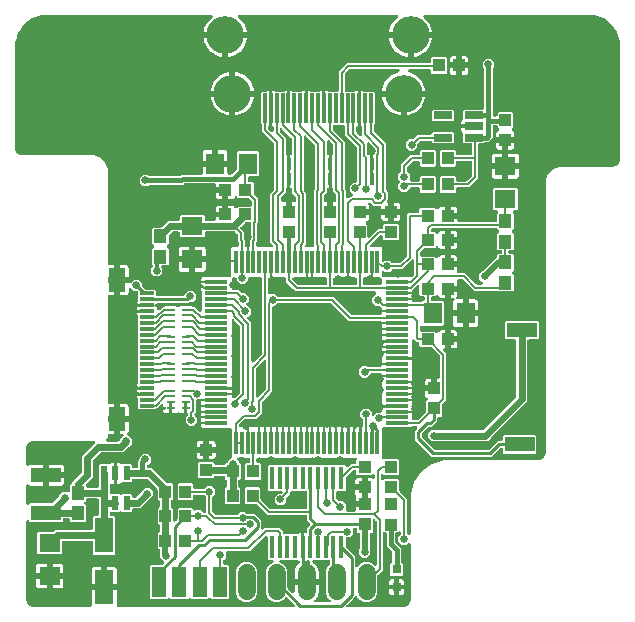
<source format=gbr>
G04 EAGLE Gerber RS-274X export*
G75*
%MOMM*%
%FSLAX34Y34*%
%LPD*%
%INTop Copper*%
%IPPOS*%
%AMOC8*
5,1,8,0,0,1.08239X$1,22.5*%
G01*
%ADD10R,1.800000X1.600000*%
%ADD11R,1.100000X1.000000*%
%ADD12R,1.000000X1.100000*%
%ADD13R,1.951900X0.340000*%
%ADD14R,0.340000X1.951900*%
%ADD15R,1.600000X1.800000*%
%ADD16R,0.300000X2.500000*%
%ADD17C,3.200000*%
%ADD18R,2.540000X1.270000*%
%ADD19R,0.609200X1.217200*%
%ADD20R,1.087100X1.166300*%
%ADD21R,0.446800X1.858800*%
%ADD22C,1.524000*%
%ADD23R,1.270000X2.540000*%
%ADD24R,0.200000X1.005000*%
%ADD25R,0.400000X1.005000*%
%ADD26R,1.600000X3.000000*%
%ADD27R,1.559300X0.649200*%
%ADD28R,1.200000X0.300000*%
%ADD29R,1.400000X2.000000*%
%ADD30R,0.800000X0.800000*%
%ADD31R,0.800000X0.280000*%
%ADD32C,0.203200*%
%ADD33C,0.654800*%
%ADD34C,0.200000*%
%ADD35C,0.254000*%
%ADD36C,0.508000*%
%ADD37C,0.406400*%
%ADD38C,0.609600*%
%ADD39C,0.152400*%
%ADD40C,7.000000*%
%ADD41C,0.304800*%

G36*
X-8503Y-140382D02*
X-8503Y-140382D01*
X-8377Y-140373D01*
X-8346Y-140362D01*
X-8312Y-140358D01*
X-8195Y-140312D01*
X-8076Y-140271D01*
X-8048Y-140253D01*
X-8017Y-140241D01*
X-7915Y-140167D01*
X-7809Y-140098D01*
X-7786Y-140074D01*
X-7759Y-140054D01*
X-7679Y-139957D01*
X-7594Y-139864D01*
X-7578Y-139835D01*
X-7556Y-139809D01*
X-7503Y-139695D01*
X-7443Y-139584D01*
X-7435Y-139552D01*
X-7421Y-139521D01*
X-7397Y-139398D01*
X-7367Y-139275D01*
X-7367Y-139242D01*
X-7361Y-139209D01*
X-7367Y-139118D01*
X-7366Y-139102D01*
X-7366Y-126139D01*
X1905Y-126139D01*
X2023Y-126124D01*
X2142Y-126117D01*
X2180Y-126104D01*
X2220Y-126099D01*
X2331Y-126055D01*
X2444Y-126019D01*
X2479Y-125997D01*
X2516Y-125982D01*
X2612Y-125912D01*
X2713Y-125849D01*
X2741Y-125819D01*
X2773Y-125795D01*
X2849Y-125704D01*
X2931Y-125617D01*
X2950Y-125582D01*
X2976Y-125550D01*
X3027Y-125443D01*
X3084Y-125339D01*
X3095Y-125299D01*
X3112Y-125263D01*
X3134Y-125146D01*
X3164Y-125031D01*
X3168Y-124970D01*
X3172Y-124950D01*
X3170Y-124930D01*
X3174Y-124870D01*
X3174Y-123599D01*
X3176Y-123599D01*
X3176Y-124870D01*
X3191Y-124988D01*
X3198Y-125107D01*
X3211Y-125145D01*
X3216Y-125185D01*
X3260Y-125296D01*
X3296Y-125409D01*
X3318Y-125444D01*
X3333Y-125481D01*
X3403Y-125577D01*
X3466Y-125678D01*
X3496Y-125706D01*
X3520Y-125738D01*
X3611Y-125814D01*
X3698Y-125896D01*
X3733Y-125915D01*
X3765Y-125941D01*
X3872Y-125992D01*
X3976Y-126049D01*
X4016Y-126060D01*
X4052Y-126077D01*
X4169Y-126099D01*
X4284Y-126129D01*
X4345Y-126133D01*
X4365Y-126137D01*
X4385Y-126135D01*
X4445Y-126139D01*
X13716Y-126139D01*
X13716Y-139024D01*
X13711Y-139048D01*
X13713Y-139081D01*
X13709Y-139115D01*
X13723Y-139240D01*
X13731Y-139365D01*
X13741Y-139397D01*
X13745Y-139431D01*
X13790Y-139548D01*
X13829Y-139668D01*
X13847Y-139696D01*
X13859Y-139728D01*
X13932Y-139830D01*
X13999Y-139937D01*
X14023Y-139960D01*
X14043Y-139987D01*
X14139Y-140068D01*
X14231Y-140155D01*
X14260Y-140171D01*
X14286Y-140192D01*
X14399Y-140247D01*
X14509Y-140308D01*
X14542Y-140316D01*
X14572Y-140331D01*
X14695Y-140356D01*
X14817Y-140388D01*
X14866Y-140391D01*
X14883Y-140394D01*
X14905Y-140393D01*
X14978Y-140398D01*
X163544Y-140398D01*
X163681Y-140380D01*
X163820Y-140367D01*
X163839Y-140360D01*
X163859Y-140358D01*
X163988Y-140307D01*
X164119Y-140260D01*
X164136Y-140248D01*
X164155Y-140241D01*
X164267Y-140159D01*
X164382Y-140081D01*
X164396Y-140066D01*
X164412Y-140054D01*
X164501Y-139947D01*
X164593Y-139843D01*
X164602Y-139825D01*
X164615Y-139809D01*
X164674Y-139683D01*
X164738Y-139559D01*
X164742Y-139540D01*
X164751Y-139521D01*
X164777Y-139385D01*
X164807Y-139249D01*
X164807Y-139229D01*
X164810Y-139209D01*
X164802Y-139071D01*
X164798Y-138931D01*
X164792Y-138912D01*
X164791Y-138892D01*
X164748Y-138759D01*
X164709Y-138626D01*
X164699Y-138608D01*
X164693Y-138589D01*
X164618Y-138471D01*
X164548Y-138352D01*
X164529Y-138331D01*
X164522Y-138320D01*
X164507Y-138306D01*
X164441Y-138231D01*
X158423Y-132212D01*
X158328Y-132139D01*
X158239Y-132061D01*
X158203Y-132042D01*
X158171Y-132018D01*
X158062Y-131970D01*
X157956Y-131916D01*
X157917Y-131907D01*
X157879Y-131891D01*
X157762Y-131872D01*
X157646Y-131846D01*
X157605Y-131848D01*
X157565Y-131841D01*
X157447Y-131852D01*
X157328Y-131856D01*
X157289Y-131867D01*
X157249Y-131871D01*
X157137Y-131911D01*
X157022Y-131945D01*
X156988Y-131965D01*
X156949Y-131979D01*
X156851Y-132046D01*
X156748Y-132106D01*
X156703Y-132146D01*
X156686Y-132157D01*
X156673Y-132173D01*
X156628Y-132212D01*
X154405Y-134435D01*
X151044Y-135827D01*
X147406Y-135827D01*
X144045Y-134435D01*
X141472Y-131863D01*
X140080Y-128502D01*
X140080Y-109623D01*
X141472Y-106262D01*
X144045Y-103690D01*
X146028Y-102869D01*
X146089Y-102834D01*
X146153Y-102808D01*
X146226Y-102756D01*
X146304Y-102711D01*
X146354Y-102663D01*
X146411Y-102622D01*
X146468Y-102552D01*
X146533Y-102490D01*
X146569Y-102430D01*
X146614Y-102377D01*
X146652Y-102295D01*
X146699Y-102219D01*
X146719Y-102152D01*
X146749Y-102089D01*
X146766Y-102001D01*
X146792Y-101915D01*
X146796Y-101845D01*
X146809Y-101776D01*
X146803Y-101687D01*
X146808Y-101597D01*
X146793Y-101529D01*
X146789Y-101459D01*
X146761Y-101374D01*
X146743Y-101286D01*
X146713Y-101223D01*
X146691Y-101157D01*
X146643Y-101081D01*
X146604Y-101000D01*
X146558Y-100947D01*
X146521Y-100888D01*
X146456Y-100826D01*
X146397Y-100758D01*
X146340Y-100718D01*
X146289Y-100670D01*
X146211Y-100627D01*
X146137Y-100575D01*
X146072Y-100550D01*
X146011Y-100516D01*
X145924Y-100494D01*
X145840Y-100462D01*
X145770Y-100454D01*
X145703Y-100437D01*
X145542Y-100427D01*
X142509Y-100427D01*
X141616Y-99534D01*
X141616Y-80918D01*
X141599Y-80781D01*
X141586Y-80642D01*
X141579Y-80623D01*
X141576Y-80603D01*
X141525Y-80474D01*
X141478Y-80343D01*
X141467Y-80326D01*
X141459Y-80307D01*
X141378Y-80195D01*
X141300Y-80080D01*
X141284Y-80066D01*
X141273Y-80050D01*
X141165Y-79961D01*
X141061Y-79869D01*
X141043Y-79860D01*
X141028Y-79847D01*
X140902Y-79788D01*
X140778Y-79725D01*
X140758Y-79720D01*
X140740Y-79712D01*
X140604Y-79685D01*
X140468Y-79655D01*
X140447Y-79656D01*
X140428Y-79652D01*
X140289Y-79660D01*
X140150Y-79665D01*
X140130Y-79670D01*
X140110Y-79672D01*
X139978Y-79714D01*
X139844Y-79753D01*
X139827Y-79763D01*
X139808Y-79770D01*
X139690Y-79844D01*
X139570Y-79915D01*
X139549Y-79933D01*
X139539Y-79940D01*
X139525Y-79955D01*
X139450Y-80021D01*
X126458Y-93012D01*
X107668Y-93012D01*
X107550Y-93027D01*
X107431Y-93035D01*
X107393Y-93047D01*
X107352Y-93052D01*
X107242Y-93096D01*
X107129Y-93133D01*
X107094Y-93154D01*
X107057Y-93169D01*
X106961Y-93239D01*
X106860Y-93303D01*
X106832Y-93332D01*
X106799Y-93356D01*
X106723Y-93448D01*
X106642Y-93534D01*
X106622Y-93570D01*
X106597Y-93601D01*
X106546Y-93709D01*
X106488Y-93813D01*
X106478Y-93852D01*
X106461Y-93889D01*
X106439Y-94005D01*
X106409Y-94121D01*
X106405Y-94181D01*
X106401Y-94201D01*
X106403Y-94221D01*
X106399Y-94281D01*
X106399Y-98508D01*
X104512Y-100394D01*
X104452Y-100472D01*
X104384Y-100544D01*
X104355Y-100597D01*
X104318Y-100645D01*
X104278Y-100736D01*
X104230Y-100823D01*
X104215Y-100881D01*
X104191Y-100937D01*
X104176Y-101035D01*
X104151Y-101131D01*
X104145Y-101231D01*
X104141Y-101251D01*
X104143Y-101263D01*
X104141Y-101291D01*
X104141Y-103594D01*
X104156Y-103712D01*
X104163Y-103830D01*
X104176Y-103869D01*
X104181Y-103909D01*
X104224Y-104020D01*
X104261Y-104133D01*
X104283Y-104167D01*
X104298Y-104205D01*
X104367Y-104301D01*
X104431Y-104402D01*
X104461Y-104429D01*
X104484Y-104462D01*
X104576Y-104538D01*
X104663Y-104620D01*
X104698Y-104639D01*
X104729Y-104665D01*
X104837Y-104716D01*
X104941Y-104773D01*
X104981Y-104783D01*
X105017Y-104800D01*
X105134Y-104823D01*
X105249Y-104853D01*
X105309Y-104856D01*
X105329Y-104860D01*
X105350Y-104859D01*
X105410Y-104863D01*
X107982Y-104863D01*
X108875Y-105756D01*
X108875Y-132419D01*
X107982Y-133312D01*
X94018Y-133312D01*
X93322Y-132616D01*
X93228Y-132543D01*
X93139Y-132465D01*
X93103Y-132446D01*
X93071Y-132421D01*
X92962Y-132374D01*
X92856Y-132320D01*
X92817Y-132311D01*
X92779Y-132295D01*
X92662Y-132276D01*
X92546Y-132250D01*
X92505Y-132252D01*
X92465Y-132245D01*
X92347Y-132256D01*
X92228Y-132260D01*
X92189Y-132271D01*
X92149Y-132275D01*
X92037Y-132315D01*
X91922Y-132348D01*
X91887Y-132369D01*
X91849Y-132383D01*
X91751Y-132449D01*
X91648Y-132510D01*
X91603Y-132550D01*
X91586Y-132561D01*
X91573Y-132577D01*
X91527Y-132616D01*
X90982Y-133162D01*
X77018Y-133162D01*
X76522Y-132666D01*
X76428Y-132593D01*
X76339Y-132515D01*
X76303Y-132496D01*
X76271Y-132471D01*
X76162Y-132424D01*
X76056Y-132370D01*
X76017Y-132361D01*
X75979Y-132345D01*
X75862Y-132326D01*
X75746Y-132300D01*
X75705Y-132302D01*
X75665Y-132295D01*
X75547Y-132306D01*
X75428Y-132310D01*
X75389Y-132321D01*
X75349Y-132325D01*
X75237Y-132365D01*
X75122Y-132398D01*
X75087Y-132419D01*
X75049Y-132433D01*
X74951Y-132499D01*
X74848Y-132560D01*
X74803Y-132600D01*
X74786Y-132611D01*
X74773Y-132627D01*
X74727Y-132666D01*
X73982Y-133412D01*
X60018Y-133412D01*
X59397Y-132791D01*
X59303Y-132718D01*
X59214Y-132640D01*
X59178Y-132621D01*
X59146Y-132596D01*
X59037Y-132549D01*
X58931Y-132495D01*
X58892Y-132486D01*
X58854Y-132470D01*
X58737Y-132451D01*
X58621Y-132425D01*
X58580Y-132427D01*
X58540Y-132420D01*
X58422Y-132431D01*
X58303Y-132435D01*
X58264Y-132446D01*
X58224Y-132450D01*
X58112Y-132490D01*
X57997Y-132523D01*
X57962Y-132544D01*
X57924Y-132558D01*
X57826Y-132624D01*
X57723Y-132685D01*
X57678Y-132725D01*
X57661Y-132736D01*
X57648Y-132752D01*
X57602Y-132791D01*
X56982Y-133412D01*
X43018Y-133412D01*
X42125Y-132519D01*
X42125Y-105856D01*
X43018Y-104963D01*
X51541Y-104963D01*
X51639Y-104950D01*
X51738Y-104947D01*
X51796Y-104931D01*
X51856Y-104923D01*
X51948Y-104886D01*
X52043Y-104859D01*
X52096Y-104828D01*
X52152Y-104806D01*
X52232Y-104748D01*
X52317Y-104697D01*
X52393Y-104631D01*
X52409Y-104619D01*
X52417Y-104610D01*
X52438Y-104591D01*
X53586Y-103443D01*
X53659Y-103349D01*
X53738Y-103259D01*
X53757Y-103223D01*
X53781Y-103192D01*
X53829Y-103082D01*
X53883Y-102976D01*
X53892Y-102937D01*
X53908Y-102900D01*
X53926Y-102782D01*
X53952Y-102666D01*
X53951Y-102626D01*
X53958Y-102586D01*
X53946Y-102467D01*
X53943Y-102348D01*
X53931Y-102309D01*
X53928Y-102269D01*
X53887Y-102157D01*
X53854Y-102043D01*
X53834Y-102008D01*
X53820Y-101970D01*
X53753Y-101871D01*
X53693Y-101769D01*
X53653Y-101723D01*
X53642Y-101707D01*
X53626Y-101693D01*
X53586Y-101648D01*
X50764Y-98825D01*
X50764Y-94786D01*
X50798Y-94708D01*
X50846Y-94621D01*
X50861Y-94563D01*
X50885Y-94507D01*
X50900Y-94409D01*
X50925Y-94313D01*
X50931Y-94213D01*
X50935Y-94193D01*
X50933Y-94181D01*
X50935Y-94153D01*
X50935Y-92269D01*
X50920Y-92151D01*
X50913Y-92032D01*
X50900Y-91994D01*
X50895Y-91953D01*
X50852Y-91843D01*
X50815Y-91730D01*
X50793Y-91695D01*
X50778Y-91658D01*
X50709Y-91562D01*
X50645Y-91461D01*
X50615Y-91433D01*
X50592Y-91400D01*
X50500Y-91324D01*
X50413Y-91243D01*
X50378Y-91223D01*
X50347Y-91198D01*
X50239Y-91147D01*
X50135Y-91089D01*
X50095Y-91079D01*
X50059Y-91062D01*
X49942Y-91040D01*
X49827Y-91010D01*
X49767Y-91006D01*
X49747Y-91002D01*
X49726Y-91004D01*
X49666Y-91000D01*
X49368Y-91000D01*
X48475Y-90107D01*
X48475Y-77843D01*
X49390Y-76928D01*
X49395Y-76928D01*
X49433Y-76915D01*
X49474Y-76910D01*
X49584Y-76867D01*
X49697Y-76830D01*
X49732Y-76808D01*
X49769Y-76793D01*
X49865Y-76724D01*
X49966Y-76660D01*
X49994Y-76630D01*
X50027Y-76607D01*
X50103Y-76515D01*
X50184Y-76428D01*
X50204Y-76393D01*
X50229Y-76362D01*
X50280Y-76254D01*
X50338Y-76150D01*
X50348Y-76110D01*
X50365Y-76074D01*
X50387Y-75957D01*
X50417Y-75842D01*
X50421Y-75782D01*
X50425Y-75762D01*
X50424Y-75750D01*
X50425Y-75747D01*
X50424Y-75734D01*
X50427Y-75681D01*
X50427Y-71631D01*
X50412Y-71513D01*
X50405Y-71395D01*
X50392Y-71356D01*
X50387Y-71316D01*
X50344Y-71205D01*
X50307Y-71092D01*
X50285Y-71058D01*
X50270Y-71020D01*
X50201Y-70924D01*
X50137Y-70823D01*
X50107Y-70796D01*
X50084Y-70763D01*
X49992Y-70687D01*
X49905Y-70605D01*
X49870Y-70586D01*
X49839Y-70560D01*
X49731Y-70509D01*
X49627Y-70452D01*
X49587Y-70442D01*
X49551Y-70425D01*
X49434Y-70402D01*
X49399Y-70393D01*
X48475Y-69469D01*
X48475Y-57206D01*
X49390Y-56291D01*
X49395Y-56290D01*
X49433Y-56278D01*
X49474Y-56273D01*
X49584Y-56229D01*
X49697Y-56192D01*
X49732Y-56171D01*
X49769Y-56156D01*
X49865Y-56086D01*
X49966Y-56022D01*
X49994Y-55993D01*
X50027Y-55969D01*
X50103Y-55877D01*
X50184Y-55791D01*
X50204Y-55755D01*
X50229Y-55724D01*
X50280Y-55616D01*
X50338Y-55512D01*
X50348Y-55473D01*
X50365Y-55436D01*
X50387Y-55320D01*
X50417Y-55204D01*
X50421Y-55144D01*
X50425Y-55124D01*
X50423Y-55104D01*
X50427Y-55044D01*
X50427Y-50994D01*
X50412Y-50876D01*
X50405Y-50757D01*
X50392Y-50719D01*
X50387Y-50678D01*
X50344Y-50568D01*
X50307Y-50455D01*
X50285Y-50420D01*
X50270Y-50383D01*
X50201Y-50287D01*
X50137Y-50186D01*
X50107Y-50158D01*
X50084Y-50125D01*
X49992Y-50049D01*
X49905Y-49968D01*
X49870Y-49948D01*
X49839Y-49923D01*
X49731Y-49872D01*
X49627Y-49814D01*
X49587Y-49804D01*
X49551Y-49787D01*
X49434Y-49765D01*
X49399Y-49756D01*
X48475Y-48832D01*
X48475Y-41180D01*
X48463Y-41082D01*
X48460Y-40983D01*
X48443Y-40925D01*
X48435Y-40865D01*
X48399Y-40773D01*
X48371Y-40678D01*
X48341Y-40625D01*
X48318Y-40569D01*
X48260Y-40489D01*
X48210Y-40404D01*
X48144Y-40328D01*
X48132Y-40312D01*
X48122Y-40304D01*
X48104Y-40283D01*
X39938Y-32117D01*
X39859Y-32056D01*
X39787Y-31988D01*
X39734Y-31959D01*
X39686Y-31922D01*
X39595Y-31883D01*
X39509Y-31835D01*
X39450Y-31820D01*
X39395Y-31796D01*
X39297Y-31780D01*
X39201Y-31755D01*
X39101Y-31749D01*
X39080Y-31746D01*
X39068Y-31747D01*
X39040Y-31745D01*
X28040Y-31745D01*
X27922Y-31760D01*
X27803Y-31768D01*
X27765Y-31780D01*
X27724Y-31785D01*
X27614Y-31829D01*
X27501Y-31866D01*
X27466Y-31887D01*
X27429Y-31902D01*
X27332Y-31972D01*
X27232Y-32036D01*
X27204Y-32065D01*
X27171Y-32089D01*
X27095Y-32181D01*
X27014Y-32267D01*
X26994Y-32303D01*
X26969Y-32334D01*
X26918Y-32442D01*
X26860Y-32546D01*
X26850Y-32585D01*
X26833Y-32622D01*
X26811Y-32738D01*
X26781Y-32854D01*
X26777Y-32914D01*
X26773Y-32934D01*
X26775Y-32954D01*
X26771Y-33014D01*
X26771Y-33890D01*
X25878Y-34783D01*
X18340Y-34783D01*
X18242Y-34796D01*
X18143Y-34799D01*
X18085Y-34815D01*
X18025Y-34823D01*
X17933Y-34860D01*
X17837Y-34887D01*
X17785Y-34918D01*
X17729Y-34940D01*
X17649Y-34998D01*
X17563Y-35049D01*
X17488Y-35115D01*
X17472Y-35127D01*
X17464Y-35136D01*
X17443Y-35155D01*
X17306Y-35292D01*
X16727Y-35626D01*
X16080Y-35799D01*
X14222Y-35799D01*
X14222Y-27426D01*
X14207Y-27307D01*
X14200Y-27189D01*
X14191Y-27161D01*
X14212Y-27080D01*
X14216Y-27020D01*
X14220Y-27000D01*
X14218Y-26979D01*
X14222Y-26919D01*
X14222Y-18546D01*
X16080Y-18546D01*
X16727Y-18719D01*
X17306Y-19053D01*
X17443Y-19190D01*
X17521Y-19251D01*
X17593Y-19319D01*
X17646Y-19348D01*
X17694Y-19385D01*
X17785Y-19424D01*
X17872Y-19472D01*
X17930Y-19487D01*
X17986Y-19511D01*
X18084Y-19527D01*
X18179Y-19552D01*
X18279Y-19558D01*
X18300Y-19561D01*
X18312Y-19560D01*
X18340Y-19562D01*
X25878Y-19562D01*
X26771Y-20455D01*
X26771Y-21331D01*
X26786Y-21449D01*
X26793Y-21567D01*
X26806Y-21606D01*
X26811Y-21646D01*
X26854Y-21757D01*
X26891Y-21870D01*
X26913Y-21904D01*
X26928Y-21942D01*
X26997Y-22038D01*
X27061Y-22139D01*
X27091Y-22166D01*
X27114Y-22199D01*
X27206Y-22275D01*
X27293Y-22357D01*
X27328Y-22376D01*
X27359Y-22402D01*
X27467Y-22453D01*
X27571Y-22510D01*
X27611Y-22520D01*
X27647Y-22537D01*
X27764Y-22560D01*
X27879Y-22590D01*
X27939Y-22593D01*
X27959Y-22597D01*
X27980Y-22596D01*
X28040Y-22600D01*
X30734Y-22600D01*
X30852Y-22585D01*
X30971Y-22577D01*
X31009Y-22565D01*
X31050Y-22560D01*
X31160Y-22516D01*
X31273Y-22479D01*
X31308Y-22458D01*
X31345Y-22443D01*
X31441Y-22373D01*
X31542Y-22309D01*
X31570Y-22280D01*
X31603Y-22256D01*
X31679Y-22164D01*
X31760Y-22078D01*
X31780Y-22042D01*
X31805Y-22011D01*
X31856Y-21903D01*
X31914Y-21799D01*
X31924Y-21760D01*
X31941Y-21723D01*
X31963Y-21607D01*
X31993Y-21491D01*
X31997Y-21431D01*
X32001Y-21411D01*
X31999Y-21391D01*
X32003Y-21331D01*
X32003Y-16307D01*
X32930Y-15381D01*
X32990Y-15302D01*
X33058Y-15230D01*
X33087Y-15177D01*
X33124Y-15129D01*
X33164Y-15038D01*
X33212Y-14952D01*
X33227Y-14893D01*
X33251Y-14837D01*
X33266Y-14739D01*
X33291Y-14644D01*
X33297Y-14544D01*
X33301Y-14523D01*
X33299Y-14511D01*
X33301Y-14483D01*
X33301Y-13252D01*
X36112Y-10441D01*
X40088Y-10441D01*
X42899Y-13252D01*
X42899Y-17228D01*
X40033Y-20093D01*
X39960Y-20122D01*
X39847Y-20159D01*
X39812Y-20181D01*
X39775Y-20196D01*
X39679Y-20265D01*
X39578Y-20329D01*
X39550Y-20359D01*
X39517Y-20382D01*
X39441Y-20474D01*
X39360Y-20561D01*
X39340Y-20596D01*
X39315Y-20627D01*
X39264Y-20735D01*
X39206Y-20839D01*
X39196Y-20879D01*
X39179Y-20915D01*
X39157Y-21032D01*
X39127Y-21147D01*
X39123Y-21207D01*
X39119Y-21227D01*
X39120Y-21244D01*
X39119Y-21250D01*
X39120Y-21259D01*
X39117Y-21308D01*
X39117Y-21331D01*
X39132Y-21449D01*
X39139Y-21567D01*
X39152Y-21606D01*
X39157Y-21646D01*
X39200Y-21757D01*
X39237Y-21870D01*
X39259Y-21904D01*
X39274Y-21942D01*
X39343Y-22038D01*
X39407Y-22139D01*
X39437Y-22166D01*
X39460Y-22199D01*
X39552Y-22275D01*
X39639Y-22357D01*
X39674Y-22376D01*
X39705Y-22402D01*
X39813Y-22453D01*
X39917Y-22510D01*
X39957Y-22520D01*
X39993Y-22537D01*
X40110Y-22560D01*
X40225Y-22590D01*
X40285Y-22593D01*
X40305Y-22597D01*
X40326Y-22596D01*
X40386Y-22600D01*
X43354Y-22600D01*
X56058Y-35304D01*
X56136Y-35364D01*
X56208Y-35432D01*
X56261Y-35461D01*
X56309Y-35498D01*
X56400Y-35538D01*
X56487Y-35586D01*
X56545Y-35601D01*
X56601Y-35625D01*
X56699Y-35640D01*
X56795Y-35665D01*
X56895Y-35671D01*
X56915Y-35675D01*
X56927Y-35673D01*
X56955Y-35675D01*
X60632Y-35675D01*
X61525Y-36568D01*
X61525Y-48832D01*
X60610Y-49747D01*
X60605Y-49747D01*
X60567Y-49760D01*
X60526Y-49765D01*
X60416Y-49808D01*
X60303Y-49845D01*
X60268Y-49867D01*
X60231Y-49882D01*
X60135Y-49951D01*
X60034Y-50015D01*
X60006Y-50045D01*
X59973Y-50068D01*
X59897Y-50160D01*
X59816Y-50247D01*
X59796Y-50282D01*
X59771Y-50313D01*
X59720Y-50421D01*
X59662Y-50525D01*
X59652Y-50565D01*
X59635Y-50601D01*
X59613Y-50718D01*
X59583Y-50833D01*
X59579Y-50893D01*
X59575Y-50913D01*
X59577Y-50934D01*
X59573Y-50994D01*
X59573Y-55044D01*
X59588Y-55162D01*
X59595Y-55280D01*
X59608Y-55319D01*
X59613Y-55359D01*
X59656Y-55470D01*
X59693Y-55583D01*
X59715Y-55617D01*
X59730Y-55655D01*
X59799Y-55751D01*
X59863Y-55852D01*
X59893Y-55879D01*
X59916Y-55912D01*
X60008Y-55988D01*
X60095Y-56070D01*
X60130Y-56089D01*
X60161Y-56115D01*
X60269Y-56166D01*
X60373Y-56223D01*
X60413Y-56233D01*
X60449Y-56250D01*
X60566Y-56273D01*
X60601Y-56282D01*
X61525Y-57206D01*
X61525Y-66796D01*
X61541Y-66929D01*
X61547Y-67018D01*
X61551Y-67031D01*
X61555Y-67073D01*
X61562Y-67092D01*
X61565Y-67112D01*
X61616Y-67241D01*
X61663Y-67372D01*
X61674Y-67389D01*
X61682Y-67407D01*
X61763Y-67520D01*
X61841Y-67635D01*
X61857Y-67648D01*
X61868Y-67665D01*
X61976Y-67754D01*
X62080Y-67845D01*
X62098Y-67855D01*
X62113Y-67868D01*
X62239Y-67927D01*
X62363Y-67990D01*
X62383Y-67994D01*
X62401Y-68003D01*
X62538Y-68029D01*
X62673Y-68060D01*
X62694Y-68059D01*
X62713Y-68063D01*
X62852Y-68054D01*
X62991Y-68050D01*
X63011Y-68044D01*
X63031Y-68043D01*
X63163Y-68000D01*
X63297Y-67962D01*
X63314Y-67951D01*
X63333Y-67945D01*
X63406Y-67899D01*
X63420Y-67894D01*
X63455Y-67868D01*
X63571Y-67800D01*
X63592Y-67782D01*
X63602Y-67775D01*
X63616Y-67760D01*
X63672Y-67710D01*
X63677Y-67707D01*
X63680Y-67704D01*
X63691Y-67694D01*
X65104Y-66282D01*
X65164Y-66203D01*
X65232Y-66131D01*
X65261Y-66078D01*
X65298Y-66030D01*
X65338Y-65939D01*
X65386Y-65853D01*
X65401Y-65794D01*
X65425Y-65738D01*
X65440Y-65641D01*
X65465Y-65545D01*
X65471Y-65445D01*
X65475Y-65424D01*
X65473Y-65412D01*
X65475Y-65384D01*
X65475Y-57206D01*
X66368Y-56313D01*
X77632Y-56313D01*
X78525Y-57206D01*
X78525Y-57487D01*
X78542Y-57625D01*
X78555Y-57763D01*
X78562Y-57782D01*
X78565Y-57803D01*
X78616Y-57932D01*
X78663Y-58063D01*
X78674Y-58080D01*
X78682Y-58098D01*
X78763Y-58211D01*
X78841Y-58326D01*
X78857Y-58339D01*
X78868Y-58356D01*
X78976Y-58445D01*
X79080Y-58536D01*
X79098Y-58546D01*
X79113Y-58558D01*
X79239Y-58618D01*
X79363Y-58681D01*
X79383Y-58685D01*
X79401Y-58694D01*
X79537Y-58720D01*
X79673Y-58751D01*
X79694Y-58750D01*
X79713Y-58754D01*
X79852Y-58745D01*
X79991Y-58741D01*
X80011Y-58735D01*
X80031Y-58734D01*
X80163Y-58691D01*
X80297Y-58653D01*
X80314Y-58642D01*
X80333Y-58636D01*
X80451Y-58562D01*
X80571Y-58491D01*
X80592Y-58472D01*
X80602Y-58466D01*
X80616Y-58451D01*
X80692Y-58385D01*
X80850Y-58226D01*
X84825Y-58226D01*
X86727Y-60129D01*
X86806Y-60189D01*
X86878Y-60257D01*
X86931Y-60286D01*
X86979Y-60323D01*
X87070Y-60363D01*
X87156Y-60411D01*
X87215Y-60426D01*
X87271Y-60450D01*
X87369Y-60465D01*
X87464Y-60490D01*
X87564Y-60496D01*
X87585Y-60500D01*
X87597Y-60498D01*
X87625Y-60500D01*
X88601Y-60500D01*
X88719Y-60485D01*
X88837Y-60478D01*
X88876Y-60465D01*
X88916Y-60460D01*
X89027Y-60417D01*
X89140Y-60380D01*
X89174Y-60358D01*
X89212Y-60343D01*
X89308Y-60274D01*
X89409Y-60210D01*
X89436Y-60180D01*
X89469Y-60157D01*
X89545Y-60065D01*
X89627Y-59978D01*
X89646Y-59943D01*
X89672Y-59912D01*
X89723Y-59804D01*
X89780Y-59700D01*
X89790Y-59660D01*
X89807Y-59624D01*
X89830Y-59507D01*
X89860Y-59392D01*
X89863Y-59332D01*
X89867Y-59312D01*
X89866Y-59291D01*
X89870Y-59231D01*
X89870Y-47657D01*
X89857Y-47559D01*
X89854Y-47460D01*
X89838Y-47401D01*
X89830Y-47341D01*
X89794Y-47249D01*
X89766Y-47154D01*
X89735Y-47102D01*
X89713Y-47046D01*
X89655Y-46966D01*
X89604Y-46880D01*
X89538Y-46805D01*
X89526Y-46788D01*
X89517Y-46780D01*
X89498Y-46759D01*
X88335Y-45596D01*
X88257Y-45536D01*
X88185Y-45468D01*
X88132Y-45439D01*
X88084Y-45402D01*
X87993Y-45362D01*
X87906Y-45314D01*
X87848Y-45299D01*
X87792Y-45275D01*
X87694Y-45260D01*
X87598Y-45235D01*
X87498Y-45229D01*
X87478Y-45225D01*
X87466Y-45227D01*
X87438Y-45225D01*
X79794Y-45225D01*
X79676Y-45240D01*
X79557Y-45247D01*
X79519Y-45260D01*
X79478Y-45265D01*
X79368Y-45308D01*
X79255Y-45345D01*
X79220Y-45367D01*
X79183Y-45382D01*
X79087Y-45451D01*
X78986Y-45515D01*
X78958Y-45545D01*
X78925Y-45568D01*
X78849Y-45660D01*
X78768Y-45747D01*
X78748Y-45782D01*
X78723Y-45813D01*
X78672Y-45921D01*
X78614Y-46025D01*
X78604Y-46065D01*
X78587Y-46101D01*
X78565Y-46218D01*
X78535Y-46333D01*
X78531Y-46393D01*
X78527Y-46413D01*
X78529Y-46434D01*
X78525Y-46494D01*
X78525Y-48832D01*
X77632Y-49725D01*
X66368Y-49725D01*
X65475Y-48832D01*
X65475Y-36568D01*
X66368Y-35675D01*
X77632Y-35675D01*
X78525Y-36568D01*
X78525Y-38906D01*
X78540Y-39024D01*
X78547Y-39143D01*
X78560Y-39181D01*
X78565Y-39222D01*
X78608Y-39332D01*
X78645Y-39445D01*
X78667Y-39480D01*
X78682Y-39517D01*
X78751Y-39613D01*
X78815Y-39714D01*
X78845Y-39742D01*
X78868Y-39775D01*
X78960Y-39851D01*
X79047Y-39932D01*
X79082Y-39952D01*
X79113Y-39977D01*
X79221Y-40028D01*
X79325Y-40086D01*
X79365Y-40096D01*
X79401Y-40113D01*
X79518Y-40135D01*
X79633Y-40165D01*
X79693Y-40169D01*
X79713Y-40173D01*
X79734Y-40171D01*
X79794Y-40175D01*
X87777Y-40175D01*
X87875Y-40163D01*
X87974Y-40160D01*
X88032Y-40143D01*
X88092Y-40135D01*
X88184Y-40099D01*
X88279Y-40071D01*
X88331Y-40041D01*
X88388Y-40018D01*
X88468Y-39960D01*
X88553Y-39910D01*
X88629Y-39844D01*
X88645Y-39832D01*
X88653Y-39822D01*
X88674Y-39804D01*
X90407Y-38071D01*
X94382Y-38071D01*
X97193Y-40882D01*
X97193Y-44857D01*
X95291Y-46759D01*
X95230Y-46838D01*
X95162Y-46910D01*
X95133Y-46963D01*
X95096Y-47011D01*
X95057Y-47102D01*
X95009Y-47188D01*
X94994Y-47247D01*
X94970Y-47303D01*
X94954Y-47401D01*
X94929Y-47496D01*
X94923Y-47596D01*
X94920Y-47617D01*
X94921Y-47629D01*
X94919Y-47657D01*
X94919Y-59365D01*
X94932Y-59463D01*
X94935Y-59562D01*
X94951Y-59621D01*
X94959Y-59681D01*
X94996Y-59773D01*
X95023Y-59868D01*
X95054Y-59920D01*
X95076Y-59976D01*
X95134Y-60056D01*
X95185Y-60142D01*
X95251Y-60217D01*
X95263Y-60234D01*
X95272Y-60241D01*
X95291Y-60263D01*
X96704Y-61676D01*
X96782Y-61736D01*
X96854Y-61804D01*
X96907Y-61833D01*
X96955Y-61870D01*
X97046Y-61910D01*
X97133Y-61958D01*
X97191Y-61973D01*
X97247Y-61997D01*
X97345Y-62012D01*
X97441Y-62037D01*
X97541Y-62043D01*
X97561Y-62047D01*
X97573Y-62045D01*
X97601Y-62047D01*
X115863Y-62047D01*
X115961Y-62035D01*
X116060Y-62032D01*
X116118Y-62015D01*
X116178Y-62007D01*
X116270Y-61971D01*
X116365Y-61943D01*
X116417Y-61913D01*
X116474Y-61890D01*
X116554Y-61832D01*
X116639Y-61782D01*
X116715Y-61716D01*
X116731Y-61704D01*
X116739Y-61694D01*
X116760Y-61676D01*
X118662Y-59773D01*
X122638Y-59773D01*
X124016Y-61152D01*
X124094Y-61212D01*
X124166Y-61280D01*
X124219Y-61309D01*
X124267Y-61346D01*
X124358Y-61386D01*
X124445Y-61434D01*
X124503Y-61449D01*
X124559Y-61473D01*
X124657Y-61488D01*
X124753Y-61513D01*
X124853Y-61519D01*
X124873Y-61523D01*
X124885Y-61521D01*
X124913Y-61523D01*
X130671Y-61523D01*
X135863Y-66715D01*
X135863Y-73403D01*
X135880Y-73541D01*
X135893Y-73679D01*
X135900Y-73698D01*
X135903Y-73718D01*
X135954Y-73847D01*
X136001Y-73978D01*
X136012Y-73995D01*
X136020Y-74014D01*
X136101Y-74126D01*
X136179Y-74241D01*
X136195Y-74255D01*
X136206Y-74271D01*
X136314Y-74360D01*
X136418Y-74452D01*
X136436Y-74461D01*
X136451Y-74474D01*
X136577Y-74533D01*
X136701Y-74596D01*
X136721Y-74601D01*
X136739Y-74609D01*
X136876Y-74636D01*
X137011Y-74666D01*
X137032Y-74665D01*
X137051Y-74669D01*
X137190Y-74661D01*
X137329Y-74656D01*
X137349Y-74651D01*
X137369Y-74649D01*
X137501Y-74607D01*
X137635Y-74568D01*
X137652Y-74558D01*
X137671Y-74551D01*
X137789Y-74477D01*
X137909Y-74406D01*
X137930Y-74388D01*
X137940Y-74381D01*
X137954Y-74366D01*
X138029Y-74300D01*
X139337Y-72992D01*
X148535Y-72992D01*
X148633Y-72980D01*
X148732Y-72977D01*
X148734Y-72976D01*
X151182Y-72976D01*
X154416Y-76210D01*
X154416Y-77520D01*
X154431Y-77638D01*
X154438Y-77757D01*
X154451Y-77795D01*
X154456Y-77836D01*
X154499Y-77946D01*
X154536Y-78059D01*
X154558Y-78094D01*
X154573Y-78131D01*
X154642Y-78227D01*
X154706Y-78328D01*
X154736Y-78356D01*
X154759Y-78389D01*
X154851Y-78465D01*
X154938Y-78546D01*
X154973Y-78566D01*
X155004Y-78591D01*
X155112Y-78642D01*
X155216Y-78700D01*
X155256Y-78710D01*
X155292Y-78727D01*
X155409Y-78749D01*
X155524Y-78779D01*
X155584Y-78783D01*
X155604Y-78787D01*
X155625Y-78785D01*
X155685Y-78789D01*
X166547Y-78789D01*
X166645Y-78777D01*
X166744Y-78774D01*
X166802Y-78757D01*
X166862Y-78749D01*
X166954Y-78713D01*
X167050Y-78685D01*
X167102Y-78655D01*
X167158Y-78632D01*
X167238Y-78574D01*
X167324Y-78524D01*
X167399Y-78458D01*
X167415Y-78446D01*
X167423Y-78436D01*
X167444Y-78418D01*
X167581Y-78281D01*
X168160Y-77946D01*
X168807Y-77773D01*
X170106Y-77773D01*
X170106Y-89608D01*
X170121Y-89726D01*
X170128Y-89845D01*
X170140Y-89883D01*
X170145Y-89923D01*
X170189Y-90034D01*
X170226Y-90147D01*
X170248Y-90181D01*
X170262Y-90219D01*
X170332Y-90315D01*
X170396Y-90416D01*
X170426Y-90444D01*
X170449Y-90476D01*
X170541Y-90552D01*
X170628Y-90634D01*
X170663Y-90653D01*
X170694Y-90679D01*
X170802Y-90730D01*
X170906Y-90787D01*
X170945Y-90797D01*
X170982Y-90815D01*
X171099Y-90837D01*
X171214Y-90867D01*
X171274Y-90871D01*
X171294Y-90874D01*
X171295Y-90874D01*
X171315Y-90873D01*
X171375Y-90877D01*
X171493Y-90862D01*
X171612Y-90855D01*
X171650Y-90842D01*
X171691Y-90837D01*
X171801Y-90793D01*
X171915Y-90757D01*
X171949Y-90735D01*
X171986Y-90720D01*
X172083Y-90650D01*
X172183Y-90586D01*
X172211Y-90557D01*
X172244Y-90533D01*
X172320Y-90441D01*
X172401Y-90355D01*
X172421Y-90319D01*
X172447Y-90288D01*
X172497Y-90181D01*
X172555Y-90076D01*
X172565Y-90037D01*
X172582Y-90001D01*
X172604Y-89884D01*
X172634Y-89768D01*
X172638Y-89708D01*
X172642Y-89688D01*
X172641Y-89668D01*
X172644Y-89608D01*
X172644Y-77773D01*
X173736Y-77773D01*
X173854Y-77758D01*
X173973Y-77751D01*
X174011Y-77738D01*
X174052Y-77733D01*
X174162Y-77690D01*
X174275Y-77653D01*
X174310Y-77631D01*
X174347Y-77616D01*
X174443Y-77547D01*
X174544Y-77483D01*
X174572Y-77453D01*
X174605Y-77430D01*
X174680Y-77338D01*
X174762Y-77251D01*
X174782Y-77216D01*
X174807Y-77185D01*
X174858Y-77077D01*
X174916Y-76973D01*
X174926Y-76933D01*
X174943Y-76897D01*
X174965Y-76780D01*
X174995Y-76665D01*
X174999Y-76605D01*
X175003Y-76585D01*
X175001Y-76564D01*
X175005Y-76504D01*
X175005Y-73455D01*
X177014Y-71446D01*
X177463Y-70998D01*
X177536Y-70903D01*
X177614Y-70814D01*
X177633Y-70778D01*
X177658Y-70746D01*
X177705Y-70637D01*
X177759Y-70531D01*
X177768Y-70491D01*
X177784Y-70454D01*
X177803Y-70337D01*
X177829Y-70221D01*
X177827Y-70180D01*
X177834Y-70140D01*
X177823Y-70022D01*
X177819Y-69903D01*
X177808Y-69864D01*
X177804Y-69824D01*
X177764Y-69711D01*
X177731Y-69597D01*
X177710Y-69563D01*
X177696Y-69524D01*
X177630Y-69426D01*
X177569Y-69323D01*
X177529Y-69278D01*
X177518Y-69261D01*
X177503Y-69248D01*
X177463Y-69203D01*
X175080Y-66820D01*
X175080Y-63794D01*
X175065Y-63676D01*
X175058Y-63557D01*
X175045Y-63519D01*
X175040Y-63478D01*
X174997Y-63368D01*
X174960Y-63255D01*
X174938Y-63220D01*
X174923Y-63183D01*
X174854Y-63087D01*
X174790Y-62986D01*
X174760Y-62958D01*
X174737Y-62925D01*
X174645Y-62849D01*
X174558Y-62768D01*
X174523Y-62748D01*
X174492Y-62723D01*
X174384Y-62672D01*
X174280Y-62614D01*
X174240Y-62604D01*
X174204Y-62587D01*
X174087Y-62565D01*
X173972Y-62535D01*
X173912Y-62531D01*
X173892Y-62527D01*
X173871Y-62529D01*
X173811Y-62525D01*
X141829Y-62525D01*
X139979Y-60674D01*
X132739Y-53434D01*
X132660Y-53373D01*
X132588Y-53305D01*
X132535Y-53276D01*
X132487Y-53239D01*
X132396Y-53200D01*
X132310Y-53152D01*
X132251Y-53137D01*
X132195Y-53113D01*
X132097Y-53097D01*
X132002Y-53072D01*
X131902Y-53066D01*
X131881Y-53063D01*
X131869Y-53064D01*
X131841Y-53062D01*
X123281Y-53062D01*
X122388Y-52169D01*
X122388Y-39906D01*
X123281Y-39013D01*
X134544Y-39013D01*
X135437Y-39906D01*
X135437Y-48466D01*
X135450Y-48564D01*
X135453Y-48663D01*
X135469Y-48721D01*
X135477Y-48782D01*
X135514Y-48874D01*
X135541Y-48969D01*
X135572Y-49021D01*
X135594Y-49077D01*
X135652Y-49157D01*
X135703Y-49243D01*
X135769Y-49318D01*
X135781Y-49335D01*
X135790Y-49342D01*
X135809Y-49364D01*
X143549Y-57104D01*
X143627Y-57164D01*
X143699Y-57232D01*
X143752Y-57261D01*
X143800Y-57298D01*
X143891Y-57338D01*
X143978Y-57386D01*
X144036Y-57401D01*
X144092Y-57425D01*
X144190Y-57440D01*
X144286Y-57465D01*
X144386Y-57471D01*
X144406Y-57475D01*
X144419Y-57473D01*
X144447Y-57475D01*
X173811Y-57475D01*
X173929Y-57460D01*
X174048Y-57453D01*
X174086Y-57440D01*
X174127Y-57435D01*
X174237Y-57392D01*
X174350Y-57355D01*
X174385Y-57333D01*
X174422Y-57318D01*
X174518Y-57249D01*
X174619Y-57185D01*
X174647Y-57155D01*
X174680Y-57132D01*
X174756Y-57040D01*
X174837Y-56953D01*
X174857Y-56918D01*
X174882Y-56887D01*
X174933Y-56779D01*
X174991Y-56675D01*
X175001Y-56635D01*
X175018Y-56599D01*
X175040Y-56482D01*
X175070Y-56367D01*
X175074Y-56307D01*
X175078Y-56287D01*
X175076Y-56266D01*
X175080Y-56206D01*
X175080Y-43130D01*
X175065Y-43012D01*
X175058Y-42893D01*
X175045Y-42855D01*
X175040Y-42814D01*
X174997Y-42704D01*
X174960Y-42591D01*
X174938Y-42556D01*
X174923Y-42519D01*
X174854Y-42423D01*
X174790Y-42322D01*
X174760Y-42294D01*
X174737Y-42261D01*
X174645Y-42185D01*
X174558Y-42104D01*
X174523Y-42084D01*
X174492Y-42059D01*
X174384Y-42008D01*
X174280Y-41950D01*
X174240Y-41940D01*
X174204Y-41923D01*
X174087Y-41901D01*
X173972Y-41871D01*
X173912Y-41867D01*
X173892Y-41863D01*
X173871Y-41865D01*
X173811Y-41861D01*
X162185Y-41861D01*
X162067Y-41876D01*
X161948Y-41883D01*
X161910Y-41896D01*
X161869Y-41901D01*
X161759Y-41944D01*
X161646Y-41981D01*
X161611Y-42003D01*
X161574Y-42018D01*
X161478Y-42087D01*
X161377Y-42151D01*
X161349Y-42181D01*
X161316Y-42204D01*
X161240Y-42296D01*
X161159Y-42383D01*
X161139Y-42418D01*
X161114Y-42449D01*
X161063Y-42557D01*
X161005Y-42661D01*
X160995Y-42701D01*
X160978Y-42737D01*
X160956Y-42854D01*
X160926Y-42969D01*
X160922Y-43029D01*
X160918Y-43049D01*
X160920Y-43070D01*
X160916Y-43130D01*
X160916Y-44290D01*
X157570Y-47635D01*
X157510Y-47713D01*
X157442Y-47786D01*
X157413Y-47839D01*
X157376Y-47886D01*
X157336Y-47977D01*
X157288Y-48064D01*
X157273Y-48123D01*
X157249Y-48178D01*
X157234Y-48276D01*
X157209Y-48372D01*
X157203Y-48472D01*
X157199Y-48492D01*
X157201Y-48505D01*
X157199Y-48533D01*
X157199Y-51200D01*
X154388Y-54011D01*
X150412Y-54011D01*
X147601Y-51200D01*
X147601Y-47225D01*
X150412Y-44414D01*
X153080Y-44414D01*
X153177Y-44401D01*
X153276Y-44399D01*
X153335Y-44382D01*
X153395Y-44374D01*
X153487Y-44338D01*
X153581Y-44311D01*
X153634Y-44279D01*
X153691Y-44257D01*
X153771Y-44199D01*
X153855Y-44149D01*
X153932Y-44082D01*
X153948Y-44070D01*
X153956Y-44061D01*
X153958Y-44059D01*
X153963Y-44056D01*
X153965Y-44053D01*
X153976Y-44043D01*
X153991Y-44028D01*
X154076Y-43918D01*
X154166Y-43811D01*
X154174Y-43793D01*
X154186Y-43777D01*
X154242Y-43649D01*
X154301Y-43523D01*
X154305Y-43504D01*
X154313Y-43486D01*
X154335Y-43347D01*
X154361Y-43210D01*
X154360Y-43191D01*
X154363Y-43172D01*
X154350Y-43032D01*
X154341Y-42893D01*
X154335Y-42874D01*
X154333Y-42855D01*
X154286Y-42723D01*
X154243Y-42591D01*
X154233Y-42574D01*
X154226Y-42556D01*
X154148Y-42440D01*
X154073Y-42322D01*
X154059Y-42308D01*
X154048Y-42292D01*
X153943Y-42200D01*
X153842Y-42104D01*
X153824Y-42094D01*
X153810Y-42082D01*
X153685Y-42018D01*
X153563Y-41950D01*
X153544Y-41946D01*
X153527Y-41937D01*
X153390Y-41906D01*
X153255Y-41871D01*
X153228Y-41869D01*
X153216Y-41867D01*
X153196Y-41867D01*
X153094Y-41861D01*
X142509Y-41861D01*
X141616Y-40968D01*
X141616Y-21116D01*
X142509Y-20223D01*
X206741Y-20223D01*
X207884Y-21366D01*
X207950Y-21465D01*
X207966Y-21478D01*
X207977Y-21494D01*
X208085Y-21583D01*
X208189Y-21675D01*
X208207Y-21684D01*
X208222Y-21697D01*
X208348Y-21757D01*
X208472Y-21820D01*
X208492Y-21824D01*
X208510Y-21833D01*
X208646Y-21859D01*
X208782Y-21889D01*
X208803Y-21889D01*
X208822Y-21893D01*
X208961Y-21884D01*
X209100Y-21880D01*
X209120Y-21874D01*
X209140Y-21873D01*
X209272Y-21830D01*
X209406Y-21791D01*
X209423Y-21781D01*
X209442Y-21775D01*
X209560Y-21700D01*
X209680Y-21630D01*
X209701Y-21611D01*
X209711Y-21605D01*
X209725Y-21590D01*
X209800Y-21523D01*
X212152Y-19172D01*
X215544Y-19172D01*
X215662Y-19157D01*
X215780Y-19149D01*
X215819Y-19137D01*
X215859Y-19132D01*
X215970Y-19088D01*
X216083Y-19051D01*
X216117Y-19030D01*
X216155Y-19015D01*
X216251Y-18945D01*
X216352Y-18881D01*
X216379Y-18852D01*
X216412Y-18828D01*
X216488Y-18736D01*
X216570Y-18650D01*
X216589Y-18614D01*
X216615Y-18583D01*
X216666Y-18475D01*
X216723Y-18371D01*
X216733Y-18332D01*
X216750Y-18295D01*
X216773Y-18179D01*
X216803Y-18063D01*
X216806Y-18003D01*
X216810Y-17983D01*
X216809Y-17963D01*
X216813Y-17903D01*
X216813Y-16081D01*
X216860Y-16034D01*
X216945Y-15924D01*
X217034Y-15817D01*
X217042Y-15799D01*
X217055Y-15783D01*
X217110Y-15655D01*
X217169Y-15529D01*
X217173Y-15509D01*
X217181Y-15491D01*
X217203Y-15353D01*
X217229Y-15217D01*
X217228Y-15197D01*
X217231Y-15177D01*
X217218Y-15038D01*
X217209Y-14900D01*
X217203Y-14880D01*
X217201Y-14860D01*
X217154Y-14729D01*
X217111Y-14597D01*
X217100Y-14580D01*
X217093Y-14561D01*
X217015Y-14446D01*
X216941Y-14328D01*
X216926Y-14314D01*
X216915Y-14298D01*
X216811Y-14206D01*
X216709Y-14110D01*
X216692Y-14101D01*
X216676Y-14087D01*
X216552Y-14024D01*
X216431Y-13957D01*
X216411Y-13952D01*
X216393Y-13943D01*
X216257Y-13912D01*
X216123Y-13877D01*
X216095Y-13876D01*
X216083Y-13873D01*
X216062Y-13874D01*
X215962Y-13867D01*
X215328Y-13867D01*
X215306Y-13849D01*
X215198Y-13798D01*
X215094Y-13740D01*
X215055Y-13730D01*
X215018Y-13713D01*
X214901Y-13691D01*
X214786Y-13661D01*
X214726Y-13657D01*
X214706Y-13653D01*
X214705Y-13653D01*
X214685Y-13655D01*
X214625Y-13651D01*
X214507Y-13666D01*
X214388Y-13673D01*
X214349Y-13686D01*
X214309Y-13691D01*
X214199Y-13734D01*
X214085Y-13771D01*
X214051Y-13793D01*
X214014Y-13808D01*
X213932Y-13867D01*
X212591Y-13867D01*
X212454Y-13831D01*
X212362Y-13818D01*
X212272Y-13796D01*
X212205Y-13796D01*
X212138Y-13787D01*
X212047Y-13798D01*
X211954Y-13799D01*
X211840Y-13822D01*
X211823Y-13824D01*
X211814Y-13827D01*
X211796Y-13831D01*
X211660Y-13867D01*
X210328Y-13867D01*
X210306Y-13849D01*
X210198Y-13798D01*
X210094Y-13740D01*
X210055Y-13730D01*
X210018Y-13713D01*
X209901Y-13691D01*
X209786Y-13661D01*
X209726Y-13657D01*
X209706Y-13653D01*
X209705Y-13653D01*
X209685Y-13655D01*
X209625Y-13651D01*
X209507Y-13666D01*
X209388Y-13673D01*
X209349Y-13686D01*
X209309Y-13691D01*
X209199Y-13734D01*
X209085Y-13771D01*
X209051Y-13793D01*
X209014Y-13808D01*
X208932Y-13867D01*
X207590Y-13867D01*
X207454Y-13831D01*
X207362Y-13818D01*
X207272Y-13796D01*
X207205Y-13796D01*
X207139Y-13787D01*
X207047Y-13798D01*
X206954Y-13799D01*
X206839Y-13822D01*
X206823Y-13824D01*
X206815Y-13827D01*
X206796Y-13831D01*
X206659Y-13867D01*
X205328Y-13867D01*
X205306Y-13849D01*
X205198Y-13798D01*
X205094Y-13740D01*
X205055Y-13730D01*
X205018Y-13713D01*
X204901Y-13691D01*
X204786Y-13661D01*
X204726Y-13657D01*
X204706Y-13653D01*
X204705Y-13653D01*
X204685Y-13655D01*
X204625Y-13651D01*
X204507Y-13666D01*
X204388Y-13673D01*
X204349Y-13686D01*
X204309Y-13691D01*
X204199Y-13734D01*
X204085Y-13771D01*
X204051Y-13793D01*
X204014Y-13808D01*
X203932Y-13867D01*
X202591Y-13867D01*
X202454Y-13831D01*
X202362Y-13818D01*
X202272Y-13796D01*
X202205Y-13796D01*
X202138Y-13787D01*
X202047Y-13798D01*
X201954Y-13799D01*
X201840Y-13822D01*
X201823Y-13824D01*
X201814Y-13827D01*
X201796Y-13831D01*
X201660Y-13867D01*
X200328Y-13867D01*
X200306Y-13849D01*
X200198Y-13798D01*
X200094Y-13740D01*
X200055Y-13730D01*
X200018Y-13713D01*
X199901Y-13691D01*
X199786Y-13661D01*
X199726Y-13657D01*
X199706Y-13653D01*
X199705Y-13653D01*
X199685Y-13655D01*
X199625Y-13651D01*
X199507Y-13666D01*
X199388Y-13673D01*
X199349Y-13686D01*
X199309Y-13691D01*
X199199Y-13734D01*
X199085Y-13771D01*
X199051Y-13793D01*
X199014Y-13808D01*
X198932Y-13867D01*
X197591Y-13867D01*
X197454Y-13831D01*
X197362Y-13818D01*
X197272Y-13796D01*
X197205Y-13796D01*
X197138Y-13787D01*
X197047Y-13798D01*
X196954Y-13799D01*
X196840Y-13822D01*
X196823Y-13824D01*
X196814Y-13827D01*
X196796Y-13831D01*
X196660Y-13867D01*
X195328Y-13867D01*
X195306Y-13849D01*
X195198Y-13798D01*
X195094Y-13740D01*
X195055Y-13730D01*
X195018Y-13713D01*
X194901Y-13691D01*
X194786Y-13661D01*
X194726Y-13657D01*
X194706Y-13653D01*
X194705Y-13653D01*
X194685Y-13655D01*
X194625Y-13651D01*
X194507Y-13666D01*
X194388Y-13673D01*
X194349Y-13686D01*
X194309Y-13691D01*
X194199Y-13734D01*
X194085Y-13771D01*
X194051Y-13793D01*
X194014Y-13808D01*
X193932Y-13867D01*
X192591Y-13867D01*
X192454Y-13831D01*
X192362Y-13818D01*
X192272Y-13796D01*
X192205Y-13796D01*
X192138Y-13787D01*
X192047Y-13798D01*
X191954Y-13799D01*
X191840Y-13822D01*
X191823Y-13824D01*
X191814Y-13827D01*
X191796Y-13831D01*
X191660Y-13867D01*
X190328Y-13867D01*
X190306Y-13849D01*
X190198Y-13798D01*
X190094Y-13740D01*
X190055Y-13730D01*
X190018Y-13713D01*
X189901Y-13691D01*
X189786Y-13661D01*
X189726Y-13657D01*
X189706Y-13653D01*
X189705Y-13653D01*
X189685Y-13655D01*
X189625Y-13651D01*
X189507Y-13666D01*
X189388Y-13673D01*
X189349Y-13686D01*
X189309Y-13691D01*
X189199Y-13734D01*
X189085Y-13771D01*
X189051Y-13793D01*
X189014Y-13808D01*
X188932Y-13867D01*
X187591Y-13867D01*
X187454Y-13831D01*
X187362Y-13818D01*
X187272Y-13796D01*
X187205Y-13796D01*
X187138Y-13787D01*
X187047Y-13798D01*
X186954Y-13799D01*
X186840Y-13822D01*
X186823Y-13824D01*
X186814Y-13827D01*
X186796Y-13831D01*
X186660Y-13867D01*
X185328Y-13867D01*
X185306Y-13849D01*
X185198Y-13798D01*
X185094Y-13740D01*
X185055Y-13730D01*
X185018Y-13713D01*
X184901Y-13691D01*
X184786Y-13661D01*
X184726Y-13657D01*
X184706Y-13653D01*
X184705Y-13653D01*
X184685Y-13655D01*
X184625Y-13651D01*
X184507Y-13666D01*
X184388Y-13673D01*
X184349Y-13686D01*
X184309Y-13691D01*
X184199Y-13734D01*
X184085Y-13771D01*
X184051Y-13793D01*
X184014Y-13808D01*
X183932Y-13867D01*
X182591Y-13867D01*
X182454Y-13831D01*
X182362Y-13818D01*
X182272Y-13796D01*
X182205Y-13796D01*
X182138Y-13787D01*
X182047Y-13798D01*
X181954Y-13799D01*
X181840Y-13822D01*
X181823Y-13824D01*
X181814Y-13827D01*
X181796Y-13831D01*
X181660Y-13867D01*
X180328Y-13867D01*
X180306Y-13849D01*
X180198Y-13798D01*
X180094Y-13740D01*
X180055Y-13730D01*
X180018Y-13713D01*
X179901Y-13691D01*
X179786Y-13661D01*
X179726Y-13657D01*
X179706Y-13653D01*
X179705Y-13653D01*
X179685Y-13655D01*
X179625Y-13651D01*
X179507Y-13666D01*
X179388Y-13673D01*
X179349Y-13686D01*
X179309Y-13691D01*
X179199Y-13734D01*
X179085Y-13771D01*
X179051Y-13793D01*
X179014Y-13808D01*
X178932Y-13867D01*
X177591Y-13867D01*
X177454Y-13831D01*
X177362Y-13818D01*
X177272Y-13796D01*
X177205Y-13796D01*
X177138Y-13787D01*
X177047Y-13798D01*
X176954Y-13799D01*
X176840Y-13822D01*
X176823Y-13824D01*
X176814Y-13827D01*
X176796Y-13831D01*
X176660Y-13867D01*
X175328Y-13867D01*
X175306Y-13849D01*
X175198Y-13798D01*
X175094Y-13740D01*
X175055Y-13730D01*
X175018Y-13713D01*
X174901Y-13691D01*
X174786Y-13661D01*
X174726Y-13657D01*
X174706Y-13653D01*
X174705Y-13653D01*
X174685Y-13655D01*
X174625Y-13651D01*
X174507Y-13666D01*
X174388Y-13673D01*
X174349Y-13686D01*
X174309Y-13691D01*
X174199Y-13734D01*
X174085Y-13771D01*
X174051Y-13793D01*
X174014Y-13808D01*
X173932Y-13867D01*
X172591Y-13867D01*
X172454Y-13831D01*
X172362Y-13818D01*
X172272Y-13796D01*
X172205Y-13796D01*
X172138Y-13787D01*
X172047Y-13798D01*
X171954Y-13799D01*
X171840Y-13822D01*
X171823Y-13824D01*
X171814Y-13827D01*
X171796Y-13831D01*
X171660Y-13867D01*
X170328Y-13867D01*
X170306Y-13849D01*
X170198Y-13798D01*
X170094Y-13740D01*
X170055Y-13730D01*
X170018Y-13713D01*
X169901Y-13691D01*
X169786Y-13661D01*
X169726Y-13657D01*
X169706Y-13653D01*
X169705Y-13653D01*
X169685Y-13655D01*
X169625Y-13651D01*
X169507Y-13666D01*
X169388Y-13673D01*
X169349Y-13686D01*
X169309Y-13691D01*
X169199Y-13734D01*
X169085Y-13771D01*
X169051Y-13793D01*
X169014Y-13808D01*
X168932Y-13867D01*
X167591Y-13867D01*
X167454Y-13831D01*
X167362Y-13818D01*
X167272Y-13796D01*
X167205Y-13796D01*
X167138Y-13787D01*
X167047Y-13798D01*
X166954Y-13799D01*
X166840Y-13822D01*
X166823Y-13824D01*
X166814Y-13827D01*
X166796Y-13831D01*
X166660Y-13867D01*
X165328Y-13867D01*
X165306Y-13849D01*
X165198Y-13798D01*
X165094Y-13740D01*
X165055Y-13730D01*
X165018Y-13713D01*
X164901Y-13691D01*
X164786Y-13661D01*
X164726Y-13657D01*
X164706Y-13653D01*
X164705Y-13653D01*
X164685Y-13655D01*
X164625Y-13651D01*
X164507Y-13666D01*
X164388Y-13673D01*
X164349Y-13686D01*
X164309Y-13691D01*
X164199Y-13734D01*
X164085Y-13771D01*
X164051Y-13793D01*
X164014Y-13808D01*
X163932Y-13867D01*
X162591Y-13867D01*
X162454Y-13831D01*
X162362Y-13818D01*
X162272Y-13796D01*
X162205Y-13796D01*
X162138Y-13787D01*
X162047Y-13798D01*
X161954Y-13799D01*
X161840Y-13822D01*
X161823Y-13824D01*
X161814Y-13827D01*
X161796Y-13831D01*
X161660Y-13867D01*
X160328Y-13867D01*
X160306Y-13849D01*
X160198Y-13798D01*
X160094Y-13740D01*
X160055Y-13730D01*
X160018Y-13713D01*
X159901Y-13691D01*
X159786Y-13661D01*
X159726Y-13657D01*
X159706Y-13653D01*
X159705Y-13653D01*
X159685Y-13655D01*
X159625Y-13651D01*
X159507Y-13666D01*
X159388Y-13673D01*
X159349Y-13686D01*
X159309Y-13691D01*
X159199Y-13734D01*
X159085Y-13771D01*
X159051Y-13793D01*
X159014Y-13808D01*
X158932Y-13867D01*
X157591Y-13867D01*
X157454Y-13831D01*
X157362Y-13818D01*
X157272Y-13796D01*
X157205Y-13796D01*
X157138Y-13787D01*
X157047Y-13798D01*
X156954Y-13799D01*
X156840Y-13822D01*
X156823Y-13824D01*
X156814Y-13827D01*
X156796Y-13831D01*
X156660Y-13867D01*
X155328Y-13867D01*
X155306Y-13849D01*
X155198Y-13798D01*
X155094Y-13740D01*
X155055Y-13730D01*
X155018Y-13713D01*
X154901Y-13691D01*
X154786Y-13661D01*
X154726Y-13657D01*
X154706Y-13653D01*
X154705Y-13653D01*
X154685Y-13655D01*
X154625Y-13651D01*
X154507Y-13666D01*
X154388Y-13673D01*
X154349Y-13686D01*
X154309Y-13691D01*
X154199Y-13734D01*
X154085Y-13771D01*
X154051Y-13793D01*
X154014Y-13808D01*
X153932Y-13867D01*
X152591Y-13867D01*
X152454Y-13831D01*
X152362Y-13818D01*
X152272Y-13796D01*
X152205Y-13796D01*
X152138Y-13787D01*
X152047Y-13798D01*
X151954Y-13799D01*
X151840Y-13822D01*
X151823Y-13824D01*
X151814Y-13827D01*
X151796Y-13831D01*
X151660Y-13867D01*
X150328Y-13867D01*
X150306Y-13849D01*
X150198Y-13798D01*
X150094Y-13740D01*
X150055Y-13730D01*
X150018Y-13713D01*
X149901Y-13691D01*
X149786Y-13661D01*
X149726Y-13657D01*
X149706Y-13653D01*
X149705Y-13653D01*
X149685Y-13655D01*
X149625Y-13651D01*
X149507Y-13666D01*
X149388Y-13673D01*
X149349Y-13686D01*
X149309Y-13691D01*
X149199Y-13734D01*
X149085Y-13771D01*
X149051Y-13793D01*
X149014Y-13808D01*
X148932Y-13867D01*
X147591Y-13867D01*
X147454Y-13831D01*
X147362Y-13818D01*
X147272Y-13796D01*
X147205Y-13796D01*
X147138Y-13787D01*
X147047Y-13798D01*
X146954Y-13799D01*
X146840Y-13822D01*
X146823Y-13824D01*
X146814Y-13827D01*
X146796Y-13831D01*
X146660Y-13867D01*
X145328Y-13867D01*
X145306Y-13849D01*
X145198Y-13798D01*
X145094Y-13740D01*
X145055Y-13730D01*
X145018Y-13713D01*
X144901Y-13691D01*
X144786Y-13661D01*
X144726Y-13657D01*
X144706Y-13653D01*
X144705Y-13653D01*
X144685Y-13655D01*
X144625Y-13651D01*
X144507Y-13666D01*
X144388Y-13673D01*
X144349Y-13686D01*
X144309Y-13691D01*
X144199Y-13734D01*
X144085Y-13771D01*
X144051Y-13793D01*
X144014Y-13808D01*
X143932Y-13867D01*
X142591Y-13867D01*
X142454Y-13831D01*
X142362Y-13818D01*
X142272Y-13796D01*
X142205Y-13796D01*
X142138Y-13787D01*
X142047Y-13798D01*
X141954Y-13799D01*
X141840Y-13822D01*
X141823Y-13824D01*
X141814Y-13827D01*
X141796Y-13831D01*
X141660Y-13867D01*
X140328Y-13867D01*
X140306Y-13849D01*
X140198Y-13798D01*
X140094Y-13740D01*
X140055Y-13730D01*
X140018Y-13713D01*
X139901Y-13691D01*
X139786Y-13661D01*
X139726Y-13657D01*
X139706Y-13653D01*
X139705Y-13653D01*
X139685Y-13655D01*
X139625Y-13651D01*
X139507Y-13666D01*
X139388Y-13673D01*
X139349Y-13686D01*
X139309Y-13691D01*
X139199Y-13734D01*
X139085Y-13771D01*
X139051Y-13793D01*
X139014Y-13808D01*
X138932Y-13867D01*
X137591Y-13867D01*
X137454Y-13831D01*
X137362Y-13818D01*
X137272Y-13796D01*
X137205Y-13796D01*
X137138Y-13787D01*
X137047Y-13798D01*
X136954Y-13799D01*
X136840Y-13822D01*
X136823Y-13824D01*
X136814Y-13827D01*
X136796Y-13831D01*
X136660Y-13867D01*
X135328Y-13867D01*
X135306Y-13849D01*
X135198Y-13798D01*
X135094Y-13740D01*
X135055Y-13730D01*
X135018Y-13713D01*
X134901Y-13691D01*
X134786Y-13661D01*
X134726Y-13657D01*
X134706Y-13653D01*
X134705Y-13653D01*
X134685Y-13655D01*
X134625Y-13651D01*
X134507Y-13666D01*
X134388Y-13673D01*
X134349Y-13686D01*
X134309Y-13691D01*
X134199Y-13734D01*
X134085Y-13771D01*
X134051Y-13793D01*
X134014Y-13808D01*
X133932Y-13867D01*
X133419Y-13867D01*
X133301Y-13882D01*
X133182Y-13890D01*
X133144Y-13902D01*
X133103Y-13907D01*
X132993Y-13951D01*
X132880Y-13988D01*
X132845Y-14009D01*
X132808Y-14024D01*
X132712Y-14094D01*
X132611Y-14158D01*
X132583Y-14187D01*
X132550Y-14211D01*
X132474Y-14303D01*
X132393Y-14389D01*
X132373Y-14425D01*
X132348Y-14456D01*
X132297Y-14564D01*
X132239Y-14668D01*
X132229Y-14707D01*
X132212Y-14744D01*
X132190Y-14860D01*
X132160Y-14976D01*
X132156Y-15036D01*
X132152Y-15056D01*
X132154Y-15076D01*
X132150Y-15136D01*
X132150Y-17106D01*
X132165Y-17224D01*
X132172Y-17343D01*
X132185Y-17381D01*
X132190Y-17422D01*
X132233Y-17532D01*
X132270Y-17645D01*
X132292Y-17680D01*
X132307Y-17717D01*
X132376Y-17813D01*
X132440Y-17914D01*
X132470Y-17942D01*
X132493Y-17975D01*
X132585Y-18051D01*
X132672Y-18132D01*
X132707Y-18152D01*
X132738Y-18177D01*
X132846Y-18228D01*
X132950Y-18286D01*
X132990Y-18296D01*
X133026Y-18313D01*
X133143Y-18335D01*
X133258Y-18365D01*
X133318Y-18369D01*
X133338Y-18373D01*
X133359Y-18371D01*
X133419Y-18375D01*
X134782Y-18375D01*
X135675Y-19268D01*
X135675Y-31532D01*
X134782Y-32425D01*
X123518Y-32425D01*
X122625Y-31532D01*
X122625Y-19268D01*
X123518Y-18375D01*
X125831Y-18375D01*
X125949Y-18360D01*
X126068Y-18353D01*
X126106Y-18340D01*
X126147Y-18335D01*
X126257Y-18292D01*
X126370Y-18255D01*
X126405Y-18233D01*
X126442Y-18218D01*
X126538Y-18149D01*
X126639Y-18085D01*
X126667Y-18055D01*
X126700Y-18032D01*
X126776Y-17940D01*
X126857Y-17853D01*
X126877Y-17818D01*
X126902Y-17787D01*
X126953Y-17679D01*
X127011Y-17575D01*
X127021Y-17535D01*
X127038Y-17499D01*
X127060Y-17382D01*
X127090Y-17267D01*
X127094Y-17207D01*
X127098Y-17187D01*
X127096Y-17166D01*
X127100Y-17106D01*
X127100Y-15136D01*
X127085Y-15018D01*
X127078Y-14900D01*
X127065Y-14861D01*
X127060Y-14821D01*
X127017Y-14710D01*
X126980Y-14597D01*
X126958Y-14563D01*
X126943Y-14525D01*
X126874Y-14429D01*
X126810Y-14328D01*
X126780Y-14301D01*
X126757Y-14268D01*
X126665Y-14192D01*
X126578Y-14110D01*
X126543Y-14091D01*
X126512Y-14065D01*
X126404Y-14014D01*
X126300Y-13957D01*
X126260Y-13947D01*
X126224Y-13930D01*
X126107Y-13907D01*
X125992Y-13877D01*
X125932Y-13874D01*
X125912Y-13870D01*
X125891Y-13871D01*
X125831Y-13867D01*
X125328Y-13867D01*
X125306Y-13849D01*
X125198Y-13798D01*
X125094Y-13740D01*
X125055Y-13730D01*
X125018Y-13713D01*
X124901Y-13691D01*
X124786Y-13661D01*
X124726Y-13657D01*
X124706Y-13653D01*
X124705Y-13653D01*
X124685Y-13655D01*
X124625Y-13651D01*
X124507Y-13666D01*
X124388Y-13673D01*
X124349Y-13686D01*
X124309Y-13691D01*
X124199Y-13734D01*
X124085Y-13771D01*
X124051Y-13793D01*
X124014Y-13808D01*
X123932Y-13867D01*
X122591Y-13867D01*
X121944Y-13694D01*
X121859Y-13682D01*
X121776Y-13661D01*
X121640Y-13652D01*
X121629Y-13651D01*
X121624Y-13651D01*
X121615Y-13651D01*
X117164Y-13651D01*
X117026Y-13668D01*
X116888Y-13681D01*
X116869Y-13688D01*
X116848Y-13691D01*
X116719Y-13742D01*
X116588Y-13789D01*
X116571Y-13800D01*
X116553Y-13808D01*
X116440Y-13889D01*
X116325Y-13967D01*
X116312Y-13983D01*
X116295Y-13994D01*
X116207Y-14102D01*
X116115Y-14206D01*
X116105Y-14224D01*
X116093Y-14239D01*
X116033Y-14365D01*
X115970Y-14489D01*
X115966Y-14509D01*
X115957Y-14527D01*
X115931Y-14664D01*
X115900Y-14799D01*
X115901Y-14820D01*
X115897Y-14839D01*
X115906Y-14978D01*
X115910Y-15117D01*
X115916Y-15137D01*
X115917Y-15157D01*
X115960Y-15289D01*
X115998Y-15423D01*
X116009Y-15440D01*
X116015Y-15459D01*
X116090Y-15577D01*
X116160Y-15697D01*
X116179Y-15718D01*
X116185Y-15728D01*
X116200Y-15742D01*
X116266Y-15817D01*
X117511Y-17062D01*
X117511Y-17579D01*
X117524Y-17677D01*
X117527Y-17776D01*
X117543Y-17835D01*
X117551Y-17895D01*
X117587Y-17987D01*
X117615Y-18082D01*
X117646Y-18134D01*
X117668Y-18190D01*
X117726Y-18271D01*
X117777Y-18356D01*
X117843Y-18431D01*
X117855Y-18448D01*
X117864Y-18456D01*
X117883Y-18477D01*
X118675Y-19268D01*
X118675Y-31532D01*
X117760Y-32447D01*
X117755Y-32447D01*
X117717Y-32460D01*
X117676Y-32465D01*
X117566Y-32508D01*
X117453Y-32545D01*
X117418Y-32567D01*
X117381Y-32582D01*
X117285Y-32651D01*
X117184Y-32715D01*
X117156Y-32745D01*
X117123Y-32768D01*
X117047Y-32860D01*
X116966Y-32947D01*
X116946Y-32982D01*
X116921Y-33013D01*
X116870Y-33121D01*
X116812Y-33225D01*
X116802Y-33265D01*
X116785Y-33301D01*
X116763Y-33418D01*
X116733Y-33533D01*
X116729Y-33593D01*
X116725Y-33613D01*
X116727Y-33634D01*
X116723Y-33694D01*
X116723Y-37744D01*
X116738Y-37862D01*
X116745Y-37980D01*
X116758Y-38019D01*
X116763Y-38059D01*
X116806Y-38170D01*
X116843Y-38283D01*
X116865Y-38317D01*
X116880Y-38355D01*
X116949Y-38451D01*
X117013Y-38552D01*
X117043Y-38579D01*
X117066Y-38612D01*
X117158Y-38688D01*
X117245Y-38770D01*
X117280Y-38789D01*
X117311Y-38815D01*
X117377Y-38846D01*
X118437Y-39906D01*
X118437Y-52169D01*
X117544Y-53062D01*
X106281Y-53062D01*
X105388Y-52169D01*
X105388Y-39906D01*
X106281Y-39013D01*
X106308Y-39013D01*
X106426Y-38998D01*
X106545Y-38990D01*
X106583Y-38978D01*
X106624Y-38973D01*
X106734Y-38929D01*
X106847Y-38892D01*
X106882Y-38871D01*
X106919Y-38856D01*
X107015Y-38786D01*
X107116Y-38722D01*
X107144Y-38693D01*
X107177Y-38669D01*
X107253Y-38577D01*
X107334Y-38491D01*
X107354Y-38455D01*
X107379Y-38424D01*
X107430Y-38316D01*
X107488Y-38212D01*
X107498Y-38173D01*
X107515Y-38136D01*
X107537Y-38020D01*
X107567Y-37904D01*
X107571Y-37844D01*
X107575Y-37824D01*
X107573Y-37804D01*
X107577Y-37744D01*
X107577Y-33694D01*
X107562Y-33576D01*
X107555Y-33457D01*
X107542Y-33419D01*
X107537Y-33378D01*
X107494Y-33268D01*
X107457Y-33155D01*
X107435Y-33120D01*
X107420Y-33083D01*
X107351Y-32987D01*
X107287Y-32886D01*
X107257Y-32858D01*
X107234Y-32825D01*
X107142Y-32749D01*
X107055Y-32668D01*
X107020Y-32648D01*
X106989Y-32623D01*
X106881Y-32572D01*
X106777Y-32514D01*
X106737Y-32504D01*
X106701Y-32487D01*
X106584Y-32465D01*
X106549Y-32456D01*
X105625Y-31532D01*
X105625Y-30217D01*
X105610Y-30099D01*
X105603Y-29980D01*
X105590Y-29942D01*
X105585Y-29901D01*
X105542Y-29791D01*
X105505Y-29678D01*
X105483Y-29643D01*
X105468Y-29606D01*
X105399Y-29510D01*
X105335Y-29409D01*
X105305Y-29381D01*
X105282Y-29348D01*
X105190Y-29272D01*
X105103Y-29191D01*
X105068Y-29171D01*
X105037Y-29146D01*
X104929Y-29095D01*
X104825Y-29037D01*
X104785Y-29027D01*
X104749Y-29010D01*
X104632Y-28988D01*
X104517Y-28958D01*
X104457Y-28954D01*
X104437Y-28950D01*
X104416Y-28952D01*
X104356Y-28948D01*
X97829Y-28948D01*
X97711Y-28963D01*
X97592Y-28970D01*
X97554Y-28983D01*
X97513Y-28988D01*
X97403Y-29031D01*
X97290Y-29068D01*
X97255Y-29090D01*
X97218Y-29105D01*
X97122Y-29174D01*
X97021Y-29238D01*
X96993Y-29268D01*
X96960Y-29291D01*
X96884Y-29383D01*
X96803Y-29470D01*
X96783Y-29505D01*
X96758Y-29536D01*
X96707Y-29644D01*
X96649Y-29748D01*
X96639Y-29788D01*
X96622Y-29824D01*
X96600Y-29941D01*
X96591Y-29976D01*
X95667Y-30900D01*
X83403Y-30900D01*
X82510Y-30007D01*
X82510Y-18743D01*
X83403Y-17850D01*
X95667Y-17850D01*
X96582Y-18765D01*
X96582Y-18770D01*
X96595Y-18808D01*
X96600Y-18849D01*
X96643Y-18959D01*
X96680Y-19072D01*
X96702Y-19107D01*
X96717Y-19144D01*
X96786Y-19240D01*
X96850Y-19341D01*
X96880Y-19369D01*
X96903Y-19402D01*
X96995Y-19478D01*
X97082Y-19559D01*
X97117Y-19579D01*
X97148Y-19604D01*
X97256Y-19655D01*
X97360Y-19713D01*
X97400Y-19723D01*
X97436Y-19740D01*
X97553Y-19762D01*
X97668Y-19792D01*
X97728Y-19796D01*
X97748Y-19800D01*
X97769Y-19798D01*
X97829Y-19802D01*
X104566Y-19802D01*
X104664Y-19790D01*
X104763Y-19787D01*
X104821Y-19770D01*
X104881Y-19762D01*
X104973Y-19726D01*
X105068Y-19698D01*
X105121Y-19668D01*
X105177Y-19645D01*
X105257Y-19587D01*
X105342Y-19537D01*
X105418Y-19471D01*
X105434Y-19459D01*
X105442Y-19449D01*
X105463Y-19431D01*
X106518Y-18375D01*
X106645Y-18375D01*
X106763Y-18360D01*
X106881Y-18353D01*
X106920Y-18340D01*
X106960Y-18335D01*
X107071Y-18292D01*
X107184Y-18255D01*
X107218Y-18233D01*
X107256Y-18218D01*
X107352Y-18149D01*
X107453Y-18085D01*
X107480Y-18055D01*
X107513Y-18032D01*
X107589Y-17940D01*
X107671Y-17853D01*
X107690Y-17818D01*
X107716Y-17787D01*
X107767Y-17679D01*
X107824Y-17575D01*
X107834Y-17535D01*
X107851Y-17499D01*
X107874Y-17382D01*
X107904Y-17267D01*
X107907Y-17207D01*
X107911Y-17187D01*
X107910Y-17166D01*
X107914Y-17106D01*
X107914Y-17062D01*
X110753Y-14224D01*
X110813Y-14145D01*
X110881Y-14073D01*
X110910Y-14020D01*
X110947Y-13972D01*
X110987Y-13881D01*
X111035Y-13795D01*
X111050Y-13736D01*
X111074Y-13680D01*
X111089Y-13582D01*
X111114Y-13487D01*
X111120Y-13387D01*
X111124Y-13366D01*
X111122Y-13354D01*
X111124Y-13326D01*
X111124Y10471D01*
X111108Y10602D01*
X111097Y10735D01*
X111088Y10760D01*
X111084Y10787D01*
X111036Y10910D01*
X110992Y11035D01*
X110977Y11057D01*
X110967Y11083D01*
X110890Y11190D01*
X110816Y11300D01*
X110796Y11318D01*
X110781Y11340D01*
X110678Y11425D01*
X110580Y11513D01*
X110556Y11525D01*
X110536Y11543D01*
X110416Y11599D01*
X110299Y11661D01*
X110272Y11667D01*
X110248Y11678D01*
X110118Y11703D01*
X109989Y11733D01*
X109962Y11733D01*
X109936Y11738D01*
X109804Y11730D01*
X109671Y11727D01*
X109645Y11720D01*
X109618Y11718D01*
X109492Y11677D01*
X109365Y11642D01*
X109330Y11625D01*
X109316Y11620D01*
X109297Y11609D01*
X109220Y11571D01*
X108548Y11182D01*
X107902Y11009D01*
X98960Y11009D01*
X98957Y11019D01*
X98935Y11054D01*
X98921Y11091D01*
X98851Y11187D01*
X98787Y11288D01*
X98757Y11316D01*
X98734Y11349D01*
X98642Y11425D01*
X98555Y11506D01*
X98520Y11526D01*
X98489Y11551D01*
X98381Y11602D01*
X98277Y11660D01*
X98238Y11670D01*
X98201Y11687D01*
X98084Y11709D01*
X97969Y11739D01*
X97909Y11743D01*
X97889Y11747D01*
X97888Y11747D01*
X97868Y11745D01*
X97808Y11749D01*
X97690Y11734D01*
X97571Y11727D01*
X97532Y11714D01*
X97492Y11709D01*
X97382Y11666D01*
X97268Y11629D01*
X97234Y11607D01*
X97197Y11592D01*
X97100Y11523D01*
X97000Y11459D01*
X96972Y11429D01*
X96939Y11406D01*
X96863Y11314D01*
X96782Y11227D01*
X96762Y11192D01*
X96736Y11161D01*
X96686Y11053D01*
X96662Y11009D01*
X87714Y11009D01*
X87068Y11182D01*
X86381Y11579D01*
X86295Y11615D01*
X86215Y11660D01*
X86150Y11676D01*
X86087Y11702D01*
X85996Y11716D01*
X85907Y11739D01*
X85790Y11746D01*
X85773Y11749D01*
X85764Y11748D01*
X85746Y11749D01*
X85725Y11749D01*
X85724Y11750D01*
X85724Y12240D01*
X85714Y12326D01*
X85713Y12411D01*
X85686Y12545D01*
X85684Y12556D01*
X85683Y12560D01*
X85681Y12569D01*
X85508Y13216D01*
X85508Y14547D01*
X85526Y14569D01*
X85577Y14677D01*
X85635Y14781D01*
X85645Y14820D01*
X85662Y14857D01*
X85684Y14974D01*
X85714Y15089D01*
X85718Y15149D01*
X85722Y15169D01*
X85722Y15170D01*
X85720Y15190D01*
X85724Y15250D01*
X85709Y15368D01*
X85702Y15487D01*
X85689Y15525D01*
X85684Y15566D01*
X85641Y15676D01*
X85604Y15790D01*
X85582Y15824D01*
X85567Y15861D01*
X85508Y15943D01*
X85508Y17284D01*
X85544Y17421D01*
X85557Y17513D01*
X85579Y17603D01*
X85579Y17670D01*
X85588Y17737D01*
X85577Y17828D01*
X85576Y17921D01*
X85553Y18035D01*
X85551Y18052D01*
X85548Y18061D01*
X85544Y18079D01*
X85508Y18216D01*
X85508Y19547D01*
X85526Y19569D01*
X85577Y19677D01*
X85635Y19781D01*
X85645Y19820D01*
X85662Y19857D01*
X85684Y19974D01*
X85714Y20089D01*
X85718Y20149D01*
X85722Y20169D01*
X85722Y20170D01*
X85720Y20190D01*
X85724Y20250D01*
X85709Y20368D01*
X85702Y20487D01*
X85690Y20525D01*
X85684Y20566D01*
X85641Y20676D01*
X85604Y20790D01*
X85582Y20824D01*
X85567Y20861D01*
X85508Y20943D01*
X85508Y22284D01*
X85544Y22421D01*
X85557Y22513D01*
X85579Y22603D01*
X85579Y22670D01*
X85588Y22737D01*
X85577Y22828D01*
X85576Y22921D01*
X85553Y23035D01*
X85551Y23052D01*
X85548Y23061D01*
X85544Y23079D01*
X85508Y23216D01*
X85508Y24547D01*
X85526Y24569D01*
X85577Y24677D01*
X85635Y24781D01*
X85645Y24820D01*
X85662Y24857D01*
X85684Y24974D01*
X85714Y25089D01*
X85718Y25149D01*
X85722Y25169D01*
X85722Y25170D01*
X85720Y25190D01*
X85724Y25250D01*
X85709Y25368D01*
X85702Y25487D01*
X85689Y25525D01*
X85684Y25566D01*
X85641Y25676D01*
X85604Y25790D01*
X85582Y25824D01*
X85567Y25861D01*
X85508Y25943D01*
X85508Y27284D01*
X85544Y27421D01*
X85557Y27513D01*
X85579Y27603D01*
X85579Y27670D01*
X85588Y27737D01*
X85577Y27828D01*
X85576Y27921D01*
X85553Y28035D01*
X85551Y28052D01*
X85548Y28061D01*
X85544Y28079D01*
X85508Y28216D01*
X85508Y29547D01*
X85526Y29569D01*
X85577Y29677D01*
X85635Y29781D01*
X85645Y29820D01*
X85662Y29857D01*
X85684Y29974D01*
X85714Y30089D01*
X85718Y30149D01*
X85722Y30169D01*
X85722Y30170D01*
X85720Y30190D01*
X85724Y30250D01*
X85709Y30368D01*
X85702Y30487D01*
X85689Y30525D01*
X85684Y30566D01*
X85641Y30676D01*
X85604Y30790D01*
X85582Y30824D01*
X85567Y30861D01*
X85508Y30943D01*
X85508Y32284D01*
X85544Y32421D01*
X85557Y32513D01*
X85579Y32603D01*
X85579Y32670D01*
X85588Y32737D01*
X85577Y32828D01*
X85576Y32921D01*
X85553Y33035D01*
X85551Y33052D01*
X85548Y33061D01*
X85544Y33079D01*
X85508Y33215D01*
X85508Y34644D01*
X85490Y34782D01*
X85477Y34921D01*
X85470Y34940D01*
X85468Y34960D01*
X85417Y35089D01*
X85370Y35220D01*
X85358Y35237D01*
X85351Y35255D01*
X85270Y35367D01*
X85191Y35483D01*
X85176Y35496D01*
X85164Y35513D01*
X85057Y35602D01*
X84953Y35694D01*
X84935Y35703D01*
X84919Y35716D01*
X84793Y35775D01*
X84669Y35838D01*
X84650Y35843D01*
X84631Y35851D01*
X84495Y35877D01*
X84359Y35908D01*
X84339Y35907D01*
X84319Y35911D01*
X84180Y35902D01*
X84041Y35898D01*
X84022Y35892D01*
X84002Y35891D01*
X83869Y35848D01*
X83736Y35810D01*
X83718Y35799D01*
X83699Y35793D01*
X83582Y35719D01*
X83520Y35683D01*
X82232Y35683D01*
X82114Y35668D01*
X81995Y35660D01*
X81957Y35648D01*
X81916Y35643D01*
X81806Y35599D01*
X81693Y35562D01*
X81658Y35541D01*
X81621Y35526D01*
X81525Y35456D01*
X81424Y35392D01*
X81396Y35363D01*
X81363Y35339D01*
X81287Y35247D01*
X81206Y35160D01*
X81186Y35125D01*
X81161Y35094D01*
X81110Y34986D01*
X81052Y34882D01*
X81042Y34843D01*
X81025Y34806D01*
X81003Y34689D01*
X80973Y34574D01*
X80969Y34514D01*
X80965Y34494D01*
X80967Y34473D01*
X80963Y34413D01*
X80963Y24766D01*
X79883Y23686D01*
X79810Y23592D01*
X79731Y23503D01*
X79713Y23467D01*
X79688Y23435D01*
X79641Y23325D01*
X79587Y23220D01*
X79578Y23180D01*
X79562Y23143D01*
X79543Y23025D01*
X79517Y22909D01*
X79518Y22869D01*
X79512Y22829D01*
X79523Y22710D01*
X79527Y22591D01*
X79538Y22553D01*
X79542Y22512D01*
X79582Y22400D01*
X79615Y22286D01*
X79636Y22251D01*
X79649Y22213D01*
X79716Y22114D01*
X79777Y22012D01*
X79816Y21967D01*
X79828Y21950D01*
X79843Y21936D01*
X79883Y21891D01*
X81820Y19954D01*
X81820Y15979D01*
X79009Y13168D01*
X75034Y13168D01*
X72223Y15979D01*
X72223Y19954D01*
X74221Y21953D01*
X74306Y22062D01*
X74395Y22169D01*
X74404Y22188D01*
X74416Y22204D01*
X74471Y22332D01*
X74531Y22457D01*
X74534Y22477D01*
X74542Y22496D01*
X74564Y22634D01*
X74590Y22770D01*
X74589Y22790D01*
X74592Y22810D01*
X74579Y22949D01*
X74571Y23087D01*
X74564Y23106D01*
X74562Y23126D01*
X74515Y23258D01*
X74473Y23389D01*
X74462Y23407D01*
X74455Y23426D01*
X74377Y23541D01*
X74302Y23658D01*
X74288Y23672D01*
X74276Y23689D01*
X74172Y23781D01*
X74071Y23876D01*
X74053Y23886D01*
X74038Y23899D01*
X73914Y23963D01*
X73792Y24030D01*
X73773Y24035D01*
X73755Y24044D01*
X73659Y24065D01*
X73659Y28060D01*
X73659Y33060D01*
X73644Y33178D01*
X73637Y33297D01*
X73625Y33335D01*
X73620Y33375D01*
X73576Y33486D01*
X73539Y33599D01*
X73517Y33633D01*
X73503Y33671D01*
X73433Y33767D01*
X73369Y33868D01*
X73339Y33896D01*
X73316Y33928D01*
X73224Y34004D01*
X73137Y34086D01*
X73102Y34105D01*
X73071Y34131D01*
X72963Y34182D01*
X72859Y34239D01*
X72820Y34249D01*
X72783Y34267D01*
X72666Y34289D01*
X72551Y34319D01*
X72491Y34323D01*
X72471Y34326D01*
X72470Y34326D01*
X72450Y34325D01*
X72390Y34329D01*
X72272Y34314D01*
X72153Y34307D01*
X72114Y34294D01*
X72074Y34289D01*
X71964Y34245D01*
X71850Y34209D01*
X71816Y34187D01*
X71779Y34172D01*
X71682Y34102D01*
X71582Y34038D01*
X71554Y34009D01*
X71521Y33985D01*
X71445Y33893D01*
X71364Y33807D01*
X71344Y33771D01*
X71318Y33740D01*
X71268Y33633D01*
X71210Y33528D01*
X71200Y33489D01*
X71183Y33453D01*
X71161Y33336D01*
X71131Y33220D01*
X71127Y33160D01*
X71123Y33140D01*
X71124Y33120D01*
X71121Y33060D01*
X71121Y28060D01*
X71121Y24119D01*
X68056Y24119D01*
X67409Y24292D01*
X66756Y24670D01*
X66754Y24671D01*
X66747Y24675D01*
X66710Y24696D01*
X66688Y24713D01*
X66578Y24761D01*
X66471Y24816D01*
X66432Y24824D01*
X66396Y24840D01*
X66278Y24859D01*
X66161Y24885D01*
X66121Y24884D01*
X66082Y24890D01*
X65963Y24879D01*
X65843Y24876D01*
X65805Y24865D01*
X65765Y24861D01*
X65652Y24821D01*
X65537Y24787D01*
X65503Y24767D01*
X65466Y24754D01*
X65421Y24723D01*
X65395Y24710D01*
X64671Y24292D01*
X64024Y24119D01*
X60959Y24119D01*
X60959Y28060D01*
X60959Y33060D01*
X60944Y33178D01*
X60937Y33297D01*
X60925Y33335D01*
X60920Y33375D01*
X60876Y33486D01*
X60839Y33599D01*
X60817Y33633D01*
X60803Y33671D01*
X60733Y33767D01*
X60669Y33868D01*
X60639Y33896D01*
X60616Y33928D01*
X60524Y34004D01*
X60437Y34086D01*
X60402Y34105D01*
X60371Y34131D01*
X60263Y34182D01*
X60159Y34239D01*
X60120Y34249D01*
X60083Y34267D01*
X59966Y34289D01*
X59851Y34319D01*
X59791Y34323D01*
X59771Y34326D01*
X59770Y34326D01*
X59750Y34325D01*
X59690Y34329D01*
X59572Y34314D01*
X59453Y34307D01*
X59414Y34294D01*
X59374Y34289D01*
X59264Y34245D01*
X59150Y34209D01*
X59116Y34187D01*
X59079Y34172D01*
X58982Y34102D01*
X58882Y34038D01*
X58854Y34009D01*
X58821Y33985D01*
X58745Y33893D01*
X58664Y33807D01*
X58644Y33771D01*
X58618Y33740D01*
X58568Y33633D01*
X58510Y33528D01*
X58500Y33489D01*
X58483Y33453D01*
X58461Y33336D01*
X58431Y33220D01*
X58427Y33160D01*
X58423Y33140D01*
X58424Y33120D01*
X58421Y33060D01*
X58421Y28060D01*
X58421Y24119D01*
X55356Y24119D01*
X54709Y24292D01*
X54130Y24627D01*
X53657Y25100D01*
X53322Y25679D01*
X53149Y26326D01*
X53149Y26791D01*
X54405Y26791D01*
X54409Y26791D01*
X54413Y26791D01*
X54566Y26811D01*
X54721Y26830D01*
X54725Y26832D01*
X54729Y26832D01*
X54871Y26890D01*
X55017Y26947D01*
X55020Y26950D01*
X55024Y26951D01*
X55149Y27044D01*
X55274Y27134D01*
X55277Y27137D01*
X55280Y27140D01*
X55378Y27260D01*
X55477Y27379D01*
X55479Y27383D01*
X55481Y27386D01*
X55546Y27526D01*
X55612Y27667D01*
X55613Y27671D01*
X55615Y27675D01*
X55644Y27830D01*
X55672Y27979D01*
X55672Y27983D01*
X55673Y27987D01*
X55662Y28144D01*
X55652Y28297D01*
X55651Y28301D01*
X55651Y28305D01*
X55602Y28453D01*
X55554Y28599D01*
X55552Y28603D01*
X55551Y28606D01*
X55466Y28739D01*
X55384Y28868D01*
X55381Y28871D01*
X55379Y28874D01*
X55266Y28979D01*
X55153Y29086D01*
X55149Y29088D01*
X55146Y29091D01*
X55010Y29164D01*
X54874Y29239D01*
X54870Y29240D01*
X54867Y29242D01*
X54713Y29291D01*
X54712Y29291D01*
X54638Y29300D01*
X54566Y29319D01*
X54565Y29319D01*
X54404Y29329D01*
X53149Y29329D01*
X53149Y29795D01*
X53245Y30151D01*
X53265Y30295D01*
X53288Y30440D01*
X53286Y30453D01*
X53288Y30467D01*
X53271Y30611D01*
X53258Y30756D01*
X53253Y30769D01*
X53252Y30782D01*
X53200Y30918D01*
X53150Y31056D01*
X53143Y31067D01*
X53138Y31079D01*
X53054Y31198D01*
X52972Y31319D01*
X52961Y31328D01*
X52954Y31339D01*
X52842Y31433D01*
X52733Y31529D01*
X52721Y31535D01*
X52711Y31544D01*
X52579Y31608D01*
X52450Y31674D01*
X52437Y31677D01*
X52425Y31683D01*
X52281Y31712D01*
X52140Y31744D01*
X52126Y31743D01*
X52113Y31746D01*
X51967Y31738D01*
X51822Y31734D01*
X51809Y31730D01*
X51795Y31729D01*
X51656Y31686D01*
X51516Y31645D01*
X51505Y31639D01*
X51492Y31635D01*
X51368Y31558D01*
X51242Y31484D01*
X51228Y31472D01*
X51221Y31467D01*
X51210Y31455D01*
X51121Y31378D01*
X47707Y27963D01*
X47373Y27963D01*
X47275Y27951D01*
X47176Y27948D01*
X47117Y27931D01*
X47057Y27923D01*
X46965Y27887D01*
X46870Y27859D01*
X46818Y27829D01*
X46762Y27806D01*
X46682Y27748D01*
X46596Y27698D01*
X46521Y27632D01*
X46504Y27620D01*
X46496Y27610D01*
X46475Y27592D01*
X46109Y27225D01*
X32846Y27225D01*
X31953Y28118D01*
X31953Y36156D01*
X31940Y36254D01*
X31937Y36353D01*
X31921Y36411D01*
X31913Y36471D01*
X31876Y36564D01*
X31849Y36659D01*
X31818Y36711D01*
X31796Y36767D01*
X31738Y36847D01*
X31687Y36933D01*
X31621Y37008D01*
X31609Y37024D01*
X31600Y37032D01*
X31581Y37053D01*
X31444Y37190D01*
X31110Y37769D01*
X30937Y38416D01*
X30937Y38981D01*
X31858Y38981D01*
X31976Y38996D01*
X32094Y39003D01*
X32133Y39015D01*
X32173Y39020D01*
X32284Y39064D01*
X32397Y39101D01*
X32431Y39123D01*
X32469Y39137D01*
X32565Y39207D01*
X32666Y39271D01*
X32693Y39301D01*
X32726Y39324D01*
X32802Y39416D01*
X32884Y39503D01*
X32903Y39538D01*
X32929Y39569D01*
X32980Y39677D01*
X33037Y39781D01*
X33047Y39820D01*
X33064Y39857D01*
X33087Y39974D01*
X33117Y40089D01*
X33120Y40149D01*
X33124Y40169D01*
X33124Y40170D01*
X33123Y40190D01*
X33127Y40250D01*
X33112Y40368D01*
X33104Y40487D01*
X33092Y40525D01*
X33087Y40566D01*
X33043Y40676D01*
X33006Y40790D01*
X32985Y40824D01*
X32970Y40861D01*
X32900Y40958D01*
X32836Y41058D01*
X32807Y41086D01*
X32783Y41119D01*
X32691Y41195D01*
X32605Y41276D01*
X32569Y41296D01*
X32538Y41322D01*
X32430Y41372D01*
X32326Y41430D01*
X32287Y41440D01*
X32250Y41457D01*
X32134Y41479D01*
X32018Y41509D01*
X31958Y41513D01*
X31938Y41517D01*
X31918Y41516D01*
X31858Y41519D01*
X30937Y41519D01*
X30937Y42084D01*
X31027Y42421D01*
X31040Y42513D01*
X31062Y42603D01*
X31061Y42670D01*
X31070Y42737D01*
X31060Y42828D01*
X31059Y42921D01*
X31036Y43036D01*
X31034Y43052D01*
X31031Y43060D01*
X31027Y43079D01*
X30937Y43416D01*
X30937Y43981D01*
X31858Y43981D01*
X31976Y43996D01*
X32094Y44003D01*
X32133Y44015D01*
X32173Y44020D01*
X32284Y44064D01*
X32397Y44101D01*
X32431Y44123D01*
X32469Y44137D01*
X32565Y44207D01*
X32666Y44271D01*
X32693Y44301D01*
X32726Y44324D01*
X32802Y44416D01*
X32884Y44503D01*
X32903Y44538D01*
X32929Y44569D01*
X32980Y44677D01*
X33037Y44781D01*
X33047Y44820D01*
X33064Y44857D01*
X33087Y44973D01*
X33117Y45089D01*
X33120Y45149D01*
X33124Y45169D01*
X33124Y45170D01*
X33123Y45190D01*
X33127Y45250D01*
X33112Y45368D01*
X33104Y45487D01*
X33092Y45525D01*
X33087Y45566D01*
X33043Y45676D01*
X33006Y45790D01*
X32985Y45824D01*
X32970Y45861D01*
X32900Y45958D01*
X32836Y46058D01*
X32807Y46086D01*
X32783Y46119D01*
X32691Y46195D01*
X32605Y46276D01*
X32569Y46296D01*
X32538Y46322D01*
X32430Y46372D01*
X32326Y46430D01*
X32287Y46440D01*
X32250Y46457D01*
X32134Y46479D01*
X32018Y46509D01*
X31958Y46513D01*
X31938Y46517D01*
X31918Y46516D01*
X31858Y46519D01*
X30937Y46519D01*
X30937Y47084D01*
X31110Y47731D01*
X31444Y48310D01*
X31581Y48447D01*
X31642Y48525D01*
X31710Y48597D01*
X31739Y48650D01*
X31776Y48698D01*
X31815Y48789D01*
X31863Y48876D01*
X31878Y48934D01*
X31902Y48990D01*
X31918Y49088D01*
X31943Y49183D01*
X31949Y49283D01*
X31952Y49304D01*
X31951Y49316D01*
X31953Y49344D01*
X31953Y106156D01*
X31940Y106254D01*
X31937Y106353D01*
X31921Y106411D01*
X31913Y106471D01*
X31876Y106563D01*
X31849Y106659D01*
X31818Y106711D01*
X31796Y106767D01*
X31738Y106847D01*
X31687Y106933D01*
X31621Y107008D01*
X31609Y107024D01*
X31600Y107032D01*
X31581Y107053D01*
X31444Y107190D01*
X31110Y107769D01*
X30937Y108416D01*
X30937Y108981D01*
X31858Y108981D01*
X31976Y108996D01*
X32094Y109003D01*
X32133Y109015D01*
X32173Y109020D01*
X32284Y109064D01*
X32397Y109101D01*
X32431Y109123D01*
X32469Y109137D01*
X32565Y109207D01*
X32666Y109271D01*
X32693Y109301D01*
X32726Y109324D01*
X32802Y109416D01*
X32884Y109503D01*
X32903Y109538D01*
X32929Y109569D01*
X32980Y109677D01*
X33037Y109781D01*
X33047Y109820D01*
X33064Y109857D01*
X33087Y109974D01*
X33117Y110089D01*
X33120Y110149D01*
X33124Y110169D01*
X33124Y110170D01*
X33123Y110190D01*
X33127Y110250D01*
X33112Y110368D01*
X33104Y110487D01*
X33092Y110525D01*
X33087Y110566D01*
X33043Y110676D01*
X33006Y110790D01*
X32985Y110824D01*
X32970Y110861D01*
X32900Y110958D01*
X32836Y111058D01*
X32807Y111086D01*
X32783Y111119D01*
X32691Y111195D01*
X32605Y111276D01*
X32569Y111296D01*
X32538Y111322D01*
X32430Y111372D01*
X32326Y111430D01*
X32287Y111440D01*
X32250Y111457D01*
X32134Y111479D01*
X32018Y111509D01*
X31958Y111513D01*
X31938Y111517D01*
X31918Y111516D01*
X31858Y111519D01*
X30937Y111519D01*
X30937Y112084D01*
X31027Y112421D01*
X31040Y112513D01*
X31062Y112603D01*
X31061Y112670D01*
X31070Y112737D01*
X31060Y112828D01*
X31059Y112921D01*
X31036Y113036D01*
X31034Y113052D01*
X31031Y113060D01*
X31027Y113079D01*
X30937Y113416D01*
X30937Y113981D01*
X31858Y113981D01*
X31976Y113996D01*
X32094Y114003D01*
X32133Y114015D01*
X32173Y114020D01*
X32284Y114064D01*
X32397Y114101D01*
X32431Y114123D01*
X32469Y114137D01*
X32565Y114207D01*
X32666Y114271D01*
X32693Y114301D01*
X32726Y114324D01*
X32802Y114416D01*
X32884Y114503D01*
X32903Y114538D01*
X32929Y114569D01*
X32980Y114677D01*
X33037Y114781D01*
X33047Y114820D01*
X33064Y114857D01*
X33087Y114974D01*
X33117Y115089D01*
X33120Y115149D01*
X33124Y115169D01*
X33124Y115170D01*
X33123Y115190D01*
X33127Y115250D01*
X33112Y115368D01*
X33104Y115487D01*
X33092Y115525D01*
X33087Y115566D01*
X33043Y115676D01*
X33006Y115790D01*
X32985Y115824D01*
X32970Y115861D01*
X32900Y115958D01*
X32836Y116058D01*
X32807Y116086D01*
X32783Y116119D01*
X32691Y116195D01*
X32605Y116276D01*
X32569Y116296D01*
X32538Y116322D01*
X32430Y116372D01*
X32326Y116430D01*
X32287Y116440D01*
X32250Y116457D01*
X32134Y116479D01*
X32018Y116509D01*
X31958Y116513D01*
X31938Y116517D01*
X31918Y116516D01*
X31858Y116519D01*
X30937Y116519D01*
X30937Y117084D01*
X31110Y117731D01*
X31444Y118310D01*
X31581Y118447D01*
X31642Y118525D01*
X31710Y118597D01*
X31739Y118650D01*
X31776Y118698D01*
X31815Y118789D01*
X31863Y118876D01*
X31878Y118934D01*
X31902Y118990D01*
X31918Y119088D01*
X31943Y119183D01*
X31949Y119283D01*
X31952Y119304D01*
X31951Y119316D01*
X31953Y119344D01*
X31953Y126012D01*
X31938Y126130D01*
X31930Y126249D01*
X31918Y126287D01*
X31913Y126328D01*
X31869Y126438D01*
X31832Y126551D01*
X31811Y126586D01*
X31796Y126623D01*
X31726Y126719D01*
X31662Y126820D01*
X31633Y126848D01*
X31609Y126881D01*
X31517Y126957D01*
X31431Y127038D01*
X31395Y127058D01*
X31364Y127083D01*
X31256Y127134D01*
X31152Y127192D01*
X31113Y127202D01*
X31076Y127219D01*
X30960Y127241D01*
X30844Y127271D01*
X30784Y127275D01*
X30764Y127279D01*
X30744Y127277D01*
X30684Y127281D01*
X28492Y127281D01*
X26185Y129589D01*
X26104Y129652D01*
X26042Y129709D01*
X26012Y129726D01*
X25968Y129762D01*
X25950Y129771D01*
X25934Y129784D01*
X25813Y129836D01*
X25764Y129863D01*
X25744Y129868D01*
X25680Y129898D01*
X25661Y129902D01*
X25642Y129910D01*
X25504Y129932D01*
X25476Y129937D01*
X25456Y129942D01*
X25445Y129943D01*
X25368Y129958D01*
X25348Y129957D01*
X25328Y129960D01*
X25189Y129947D01*
X25051Y129938D01*
X25031Y129932D01*
X25011Y129930D01*
X24880Y129883D01*
X24748Y129840D01*
X24731Y129829D01*
X24712Y129822D01*
X24597Y129744D01*
X24479Y129670D01*
X24465Y129655D01*
X24449Y129644D01*
X24357Y129539D01*
X24261Y129438D01*
X24252Y129421D01*
X24238Y129405D01*
X24219Y129367D01*
X24216Y129364D01*
X24205Y129340D01*
X24175Y129281D01*
X24108Y129160D01*
X24103Y129140D01*
X24094Y129122D01*
X24086Y129087D01*
X24081Y129076D01*
X24065Y128993D01*
X24063Y128986D01*
X24028Y128852D01*
X24027Y128824D01*
X24024Y128812D01*
X24025Y128791D01*
X24024Y128780D01*
X24021Y128764D01*
X24022Y128747D01*
X24018Y128691D01*
X24018Y126226D01*
X23845Y125579D01*
X23511Y125000D01*
X23037Y124527D01*
X22458Y124192D01*
X21812Y124019D01*
X17017Y124019D01*
X17017Y134021D01*
X25109Y134021D01*
X25207Y134033D01*
X25306Y134036D01*
X25364Y134053D01*
X25424Y134061D01*
X25516Y134097D01*
X25611Y134125D01*
X25664Y134155D01*
X25720Y134178D01*
X25800Y134236D01*
X25885Y134286D01*
X25961Y134353D01*
X25977Y134365D01*
X25985Y134374D01*
X26006Y134393D01*
X28492Y136879D01*
X32468Y136879D01*
X35279Y134068D01*
X35279Y131759D01*
X35291Y131661D01*
X35294Y131562D01*
X35311Y131504D01*
X35319Y131444D01*
X35355Y131352D01*
X35383Y131257D01*
X35413Y131204D01*
X35436Y131148D01*
X35494Y131068D01*
X35544Y130983D01*
X35610Y130907D01*
X35622Y130891D01*
X35632Y130883D01*
X35650Y130862D01*
X37866Y128646D01*
X37944Y128586D01*
X38016Y128518D01*
X38069Y128489D01*
X38117Y128452D01*
X38208Y128412D01*
X38295Y128364D01*
X38353Y128349D01*
X38409Y128325D01*
X38507Y128310D01*
X38603Y128285D01*
X38703Y128279D01*
X38723Y128275D01*
X38735Y128277D01*
X38763Y128275D01*
X46109Y128275D01*
X47002Y127382D01*
X47002Y124314D01*
X47017Y124196D01*
X47025Y124077D01*
X47037Y124039D01*
X47042Y123998D01*
X47086Y123888D01*
X47123Y123775D01*
X47144Y123740D01*
X47159Y123703D01*
X47229Y123607D01*
X47293Y123506D01*
X47322Y123478D01*
X47346Y123445D01*
X47438Y123369D01*
X47524Y123288D01*
X47560Y123268D01*
X47591Y123243D01*
X47699Y123192D01*
X47803Y123134D01*
X47842Y123124D01*
X47879Y123107D01*
X47995Y123085D01*
X48111Y123055D01*
X48171Y123051D01*
X48191Y123047D01*
X48211Y123049D01*
X48271Y123045D01*
X70053Y123045D01*
X70171Y123060D01*
X70289Y123067D01*
X70328Y123080D01*
X70368Y123085D01*
X70479Y123128D01*
X70592Y123165D01*
X70626Y123187D01*
X70664Y123202D01*
X70760Y123271D01*
X70861Y123335D01*
X70888Y123365D01*
X70921Y123388D01*
X70997Y123480D01*
X71079Y123567D01*
X71098Y123602D01*
X71124Y123633D01*
X71175Y123741D01*
X71232Y123845D01*
X71242Y123885D01*
X71259Y123921D01*
X71282Y124038D01*
X71312Y124153D01*
X71315Y124213D01*
X71319Y124233D01*
X71318Y124254D01*
X71322Y124314D01*
X71322Y124825D01*
X74133Y127636D01*
X78108Y127636D01*
X80919Y124825D01*
X80919Y120849D01*
X78108Y118038D01*
X75800Y118038D01*
X75702Y118026D01*
X75603Y118023D01*
X75544Y118006D01*
X75484Y117998D01*
X75392Y117962D01*
X75297Y117934D01*
X75245Y117904D01*
X75189Y117881D01*
X75109Y117823D01*
X75023Y117773D01*
X74948Y117707D01*
X74931Y117695D01*
X74924Y117685D01*
X74902Y117667D01*
X74691Y117455D01*
X49287Y117455D01*
X49169Y117440D01*
X49051Y117433D01*
X49012Y117420D01*
X48972Y117415D01*
X48861Y117372D01*
X48748Y117335D01*
X48714Y117313D01*
X48676Y117298D01*
X48580Y117229D01*
X48479Y117165D01*
X48452Y117135D01*
X48419Y117112D01*
X48343Y117020D01*
X48261Y116933D01*
X48242Y116898D01*
X48216Y116867D01*
X48165Y116759D01*
X48108Y116655D01*
X48098Y116615D01*
X48081Y116579D01*
X48069Y116519D01*
X47097Y116519D01*
X46979Y116504D01*
X46861Y116497D01*
X46822Y116485D01*
X46782Y116480D01*
X46671Y116436D01*
X46558Y116399D01*
X46524Y116377D01*
X46486Y116363D01*
X46390Y116293D01*
X46289Y116229D01*
X46262Y116199D01*
X46229Y116176D01*
X46153Y116084D01*
X46071Y115997D01*
X46052Y115962D01*
X46026Y115931D01*
X45975Y115823D01*
X45918Y115719D01*
X45908Y115680D01*
X45891Y115643D01*
X45868Y115526D01*
X45838Y115411D01*
X45835Y115351D01*
X45831Y115331D01*
X45831Y115330D01*
X45832Y115310D01*
X45828Y115250D01*
X45843Y115132D01*
X45851Y115013D01*
X45863Y114974D01*
X45868Y114934D01*
X45912Y114824D01*
X45949Y114710D01*
X45970Y114676D01*
X45985Y114639D01*
X46055Y114542D01*
X46119Y114442D01*
X46148Y114414D01*
X46172Y114381D01*
X46264Y114305D01*
X46350Y114224D01*
X46386Y114204D01*
X46417Y114178D01*
X46525Y114128D01*
X46629Y114070D01*
X46668Y114060D01*
X46705Y114043D01*
X46821Y114021D01*
X46937Y113991D01*
X46997Y113987D01*
X47017Y113983D01*
X47037Y113984D01*
X47097Y113981D01*
X48018Y113981D01*
X48018Y113416D01*
X47928Y113079D01*
X47915Y112987D01*
X47893Y112897D01*
X47894Y112830D01*
X47885Y112763D01*
X47895Y112672D01*
X47896Y112579D01*
X47919Y112464D01*
X47921Y112448D01*
X47924Y112440D01*
X47928Y112421D01*
X48022Y112069D01*
X48036Y111964D01*
X48049Y111825D01*
X48056Y111806D01*
X48058Y111786D01*
X48109Y111657D01*
X48156Y111526D01*
X48168Y111509D01*
X48175Y111490D01*
X48257Y111378D01*
X48335Y111263D01*
X48350Y111249D01*
X48362Y111233D01*
X48469Y111144D01*
X48573Y111052D01*
X48591Y111043D01*
X48607Y111030D01*
X48733Y110971D01*
X48857Y110908D01*
X48876Y110903D01*
X48895Y110894D01*
X49031Y110868D01*
X49167Y110838D01*
X49187Y110839D01*
X49207Y110835D01*
X49345Y110843D01*
X49485Y110848D01*
X49504Y110853D01*
X49524Y110854D01*
X49657Y110897D01*
X49790Y110936D01*
X49808Y110946D01*
X49827Y110952D01*
X49945Y111027D01*
X50064Y111098D01*
X50085Y111116D01*
X50096Y111123D01*
X50110Y111138D01*
X50185Y111204D01*
X52908Y113927D01*
X53895Y113927D01*
X53993Y113939D01*
X54092Y113942D01*
X54150Y113959D01*
X54210Y113967D01*
X54302Y114003D01*
X54397Y114031D01*
X54450Y114061D01*
X54506Y114084D01*
X54586Y114142D01*
X54671Y114192D01*
X54747Y114258D01*
X54763Y114270D01*
X54771Y114280D01*
X54792Y114298D01*
X55058Y114565D01*
X64322Y114565D01*
X65143Y113744D01*
X65237Y113671D01*
X65326Y113592D01*
X65362Y113574D01*
X65394Y113549D01*
X65503Y113501D01*
X65609Y113447D01*
X65648Y113439D01*
X65686Y113423D01*
X65803Y113404D01*
X65919Y113378D01*
X65960Y113379D01*
X66000Y113373D01*
X66118Y113384D01*
X66237Y113387D01*
X66276Y113399D01*
X66316Y113402D01*
X66428Y113443D01*
X66543Y113476D01*
X66578Y113496D01*
X66616Y113510D01*
X66714Y113577D01*
X66817Y113637D01*
X66862Y113677D01*
X66879Y113689D01*
X66892Y113704D01*
X66938Y113744D01*
X67758Y114565D01*
X77022Y114565D01*
X77288Y114298D01*
X77366Y114238D01*
X77438Y114170D01*
X77491Y114141D01*
X77539Y114104D01*
X77630Y114064D01*
X77717Y114016D01*
X77775Y114001D01*
X77831Y113977D01*
X77929Y113962D01*
X78025Y113937D01*
X78125Y113931D01*
X78145Y113927D01*
X78157Y113929D01*
X78185Y113927D01*
X79680Y113927D01*
X83558Y110049D01*
X83667Y109964D01*
X83774Y109876D01*
X83793Y109867D01*
X83809Y109854D01*
X83937Y109799D01*
X84062Y109740D01*
X84082Y109736D01*
X84101Y109728D01*
X84239Y109706D01*
X84375Y109680D01*
X84395Y109681D01*
X84415Y109678D01*
X84554Y109691D01*
X84692Y109700D01*
X84711Y109706D01*
X84731Y109708D01*
X84863Y109755D01*
X84994Y109798D01*
X85012Y109809D01*
X85031Y109816D01*
X85146Y109894D01*
X85263Y109968D01*
X85277Y109983D01*
X85294Y109994D01*
X85386Y110099D01*
X85481Y110200D01*
X85491Y110217D01*
X85504Y110233D01*
X85568Y110357D01*
X85635Y110478D01*
X85640Y110498D01*
X85649Y110516D01*
X85679Y110652D01*
X85714Y110786D01*
X85716Y110814D01*
X85719Y110826D01*
X85718Y110847D01*
X85724Y110947D01*
X85724Y127240D01*
X85714Y127326D01*
X85713Y127411D01*
X85686Y127545D01*
X85684Y127556D01*
X85683Y127560D01*
X85681Y127569D01*
X85508Y128216D01*
X85508Y129547D01*
X85526Y129569D01*
X85577Y129677D01*
X85635Y129781D01*
X85645Y129820D01*
X85662Y129857D01*
X85684Y129974D01*
X85714Y130089D01*
X85718Y130149D01*
X85722Y130169D01*
X85722Y130170D01*
X85720Y130190D01*
X85724Y130250D01*
X85709Y130368D01*
X85702Y130487D01*
X85689Y130525D01*
X85684Y130566D01*
X85641Y130676D01*
X85604Y130790D01*
X85582Y130824D01*
X85567Y130861D01*
X85508Y130943D01*
X85508Y132284D01*
X85544Y132421D01*
X85557Y132513D01*
X85579Y132603D01*
X85579Y132670D01*
X85588Y132737D01*
X85577Y132828D01*
X85576Y132921D01*
X85553Y133035D01*
X85551Y133052D01*
X85548Y133061D01*
X85544Y133079D01*
X85508Y133216D01*
X85508Y134547D01*
X85526Y134569D01*
X85577Y134677D01*
X85635Y134781D01*
X85645Y134820D01*
X85662Y134857D01*
X85684Y134974D01*
X85714Y135089D01*
X85718Y135149D01*
X85722Y135169D01*
X85722Y135170D01*
X85720Y135190D01*
X85724Y135250D01*
X85709Y135368D01*
X85702Y135487D01*
X85689Y135525D01*
X85684Y135566D01*
X85641Y135676D01*
X85604Y135790D01*
X85582Y135824D01*
X85567Y135861D01*
X85508Y135943D01*
X85508Y137284D01*
X85681Y137931D01*
X85693Y138016D01*
X85714Y138099D01*
X85723Y138235D01*
X85724Y138246D01*
X85724Y138250D01*
X85724Y138260D01*
X85724Y138750D01*
X85725Y138751D01*
X85746Y138751D01*
X85838Y138762D01*
X85930Y138764D01*
X85995Y138782D01*
X86061Y138791D01*
X86147Y138825D01*
X86236Y138849D01*
X86341Y138901D01*
X86357Y138908D01*
X86364Y138913D01*
X86381Y138921D01*
X87068Y139318D01*
X87714Y139491D01*
X96656Y139491D01*
X96659Y139481D01*
X96681Y139446D01*
X96695Y139409D01*
X96765Y139313D01*
X96829Y139212D01*
X96859Y139184D01*
X96882Y139151D01*
X96974Y139075D01*
X97061Y138994D01*
X97096Y138974D01*
X97127Y138949D01*
X97235Y138898D01*
X97339Y138840D01*
X97378Y138830D01*
X97415Y138813D01*
X97532Y138791D01*
X97647Y138761D01*
X97707Y138757D01*
X97727Y138753D01*
X97728Y138753D01*
X97748Y138755D01*
X97808Y138751D01*
X97926Y138766D01*
X98045Y138773D01*
X98083Y138786D01*
X98124Y138791D01*
X98234Y138834D01*
X98348Y138871D01*
X98382Y138893D01*
X98419Y138908D01*
X98516Y138977D01*
X98616Y139041D01*
X98644Y139071D01*
X98677Y139094D01*
X98753Y139186D01*
X98834Y139273D01*
X98854Y139308D01*
X98880Y139339D01*
X98930Y139447D01*
X98954Y139491D01*
X107902Y139491D01*
X108548Y139318D01*
X109200Y138941D01*
X109334Y138885D01*
X109467Y138826D01*
X109481Y138823D01*
X109493Y138818D01*
X109637Y138797D01*
X109781Y138772D01*
X109794Y138774D01*
X109808Y138772D01*
X109952Y138787D01*
X110098Y138799D01*
X110110Y138803D01*
X110124Y138805D01*
X110261Y138855D01*
X110398Y138903D01*
X110409Y138911D01*
X110422Y138915D01*
X110542Y138999D01*
X110663Y139079D01*
X110672Y139089D01*
X110683Y139097D01*
X110778Y139207D01*
X110876Y139315D01*
X110882Y139327D01*
X110891Y139337D01*
X110956Y139468D01*
X111024Y139597D01*
X111027Y139610D01*
X111033Y139622D01*
X111063Y139765D01*
X111097Y139906D01*
X111096Y139920D01*
X111099Y139933D01*
X111093Y140079D01*
X111090Y140224D01*
X111087Y140237D01*
X111086Y140251D01*
X111044Y140391D01*
X111005Y140531D01*
X110997Y140547D01*
X110995Y140555D01*
X110986Y140570D01*
X110934Y140675D01*
X110557Y141327D01*
X110384Y141973D01*
X110384Y150915D01*
X110394Y150918D01*
X110429Y150940D01*
X110466Y150954D01*
X110562Y151024D01*
X110663Y151088D01*
X110691Y151118D01*
X110724Y151141D01*
X110800Y151233D01*
X110881Y151320D01*
X110901Y151355D01*
X110926Y151386D01*
X110977Y151494D01*
X111035Y151598D01*
X111045Y151637D01*
X111062Y151674D01*
X111084Y151791D01*
X111114Y151906D01*
X111118Y151966D01*
X111122Y151986D01*
X111122Y151987D01*
X111120Y152007D01*
X111124Y152067D01*
X111109Y152185D01*
X111102Y152304D01*
X111089Y152342D01*
X111084Y152383D01*
X111041Y152493D01*
X111004Y152607D01*
X110982Y152641D01*
X110967Y152678D01*
X110898Y152775D01*
X110834Y152875D01*
X110804Y152903D01*
X110781Y152936D01*
X110689Y153012D01*
X110602Y153093D01*
X110567Y153113D01*
X110536Y153139D01*
X110428Y153189D01*
X110384Y153213D01*
X110384Y162161D01*
X110557Y162807D01*
X110954Y163494D01*
X110990Y163580D01*
X111035Y163660D01*
X111051Y163725D01*
X111077Y163788D01*
X111091Y163879D01*
X111114Y163968D01*
X111121Y164085D01*
X111124Y164102D01*
X111123Y164111D01*
X111124Y164129D01*
X111124Y164150D01*
X111125Y164151D01*
X111615Y164151D01*
X111701Y164161D01*
X111786Y164162D01*
X111920Y164189D01*
X111931Y164191D01*
X111935Y164192D01*
X111944Y164194D01*
X112591Y164367D01*
X113922Y164367D01*
X113944Y164349D01*
X114052Y164298D01*
X114156Y164240D01*
X114195Y164230D01*
X114232Y164213D01*
X114349Y164191D01*
X114464Y164161D01*
X114524Y164157D01*
X114544Y164153D01*
X114545Y164153D01*
X114565Y164155D01*
X114625Y164151D01*
X114743Y164166D01*
X114862Y164173D01*
X114900Y164186D01*
X114941Y164191D01*
X115051Y164234D01*
X115165Y164271D01*
X115199Y164293D01*
X115236Y164308D01*
X115318Y164367D01*
X115831Y164367D01*
X115949Y164382D01*
X116068Y164390D01*
X116106Y164402D01*
X116147Y164407D01*
X116257Y164451D01*
X116370Y164488D01*
X116405Y164509D01*
X116442Y164524D01*
X116538Y164594D01*
X116639Y164658D01*
X116667Y164687D01*
X116700Y164711D01*
X116776Y164803D01*
X116857Y164889D01*
X116877Y164925D01*
X116902Y164956D01*
X116953Y165064D01*
X117011Y165168D01*
X117021Y165207D01*
X117038Y165244D01*
X117060Y165360D01*
X117090Y165476D01*
X117094Y165536D01*
X117098Y165556D01*
X117096Y165576D01*
X117100Y165636D01*
X117100Y168266D01*
X117088Y168365D01*
X117085Y168464D01*
X117068Y168522D01*
X117060Y168582D01*
X117024Y168674D01*
X116996Y168769D01*
X116966Y168821D01*
X116943Y168878D01*
X116885Y168958D01*
X116835Y169043D01*
X116769Y169118D01*
X116757Y169135D01*
X116747Y169143D01*
X116729Y169164D01*
X116302Y169590D01*
X116302Y174864D01*
X116290Y174962D01*
X116287Y175061D01*
X116270Y175119D01*
X116262Y175180D01*
X116226Y175272D01*
X116198Y175367D01*
X116168Y175419D01*
X116145Y175475D01*
X116087Y175555D01*
X116037Y175641D01*
X115971Y175716D01*
X115959Y175733D01*
X115949Y175740D01*
X115931Y175761D01*
X114361Y177331D01*
X114283Y177391D01*
X114211Y177459D01*
X114158Y177488D01*
X114110Y177525D01*
X114019Y177565D01*
X113933Y177613D01*
X113874Y177628D01*
X113818Y177652D01*
X113720Y177667D01*
X113625Y177692D01*
X113525Y177698D01*
X113504Y177702D01*
X113492Y177700D01*
X113464Y177702D01*
X89581Y177702D01*
X89463Y177687D01*
X89345Y177680D01*
X89306Y177667D01*
X89266Y177662D01*
X89155Y177619D01*
X89042Y177582D01*
X89008Y177560D01*
X88970Y177545D01*
X88874Y177476D01*
X88773Y177412D01*
X88746Y177382D01*
X88713Y177359D01*
X88637Y177267D01*
X88555Y177180D01*
X88536Y177145D01*
X88510Y177114D01*
X88459Y177006D01*
X88402Y176902D01*
X88392Y176862D01*
X88375Y176826D01*
X88352Y176709D01*
X88322Y176594D01*
X88319Y176534D01*
X88315Y176514D01*
X88316Y176493D01*
X88312Y176433D01*
X88312Y173643D01*
X87419Y172750D01*
X68156Y172750D01*
X67263Y173643D01*
X67263Y176433D01*
X67248Y176551D01*
X67240Y176670D01*
X67228Y176708D01*
X67223Y176749D01*
X67179Y176859D01*
X67142Y176972D01*
X67121Y177007D01*
X67106Y177044D01*
X67036Y177140D01*
X66972Y177241D01*
X66943Y177269D01*
X66919Y177302D01*
X66827Y177378D01*
X66741Y177459D01*
X66705Y177479D01*
X66674Y177504D01*
X66566Y177555D01*
X66462Y177613D01*
X66423Y177623D01*
X66386Y177640D01*
X66270Y177662D01*
X66154Y177692D01*
X66094Y177696D01*
X66074Y177700D01*
X66054Y177698D01*
X65994Y177702D01*
X61791Y177702D01*
X61693Y177690D01*
X61594Y177687D01*
X61535Y177670D01*
X61475Y177662D01*
X61383Y177626D01*
X61288Y177598D01*
X61236Y177568D01*
X61180Y177545D01*
X61100Y177487D01*
X61014Y177437D01*
X60939Y177371D01*
X60922Y177359D01*
X60914Y177349D01*
X60893Y177331D01*
X58132Y174569D01*
X58071Y174491D01*
X58003Y174419D01*
X57974Y174366D01*
X57937Y174318D01*
X57898Y174227D01*
X57850Y174140D01*
X57835Y174082D01*
X57811Y174026D01*
X57795Y173928D01*
X57770Y173832D01*
X57764Y173732D01*
X57761Y173712D01*
X57762Y173700D01*
X57760Y173672D01*
X57760Y167241D01*
X56517Y165998D01*
X56444Y165903D01*
X56365Y165814D01*
X56347Y165778D01*
X56322Y165746D01*
X56275Y165637D01*
X56220Y165531D01*
X56212Y165492D01*
X56196Y165454D01*
X56177Y165337D01*
X56151Y165221D01*
X56152Y165180D01*
X56146Y165140D01*
X56157Y165022D01*
X56160Y164903D01*
X56172Y164864D01*
X56175Y164824D01*
X56216Y164711D01*
X56249Y164597D01*
X56269Y164563D01*
X56283Y164524D01*
X56350Y164426D01*
X56410Y164323D01*
X56450Y164278D01*
X56462Y164261D01*
X56477Y164248D01*
X56517Y164203D01*
X57760Y162959D01*
X57760Y150033D01*
X56867Y149140D01*
X52848Y149140D01*
X52710Y149122D01*
X52572Y149109D01*
X52553Y149102D01*
X52533Y149100D01*
X52404Y149049D01*
X52273Y149002D01*
X52256Y148990D01*
X52237Y148983D01*
X52125Y148901D01*
X52010Y148823D01*
X51996Y148808D01*
X51980Y148796D01*
X51891Y148689D01*
X51799Y148585D01*
X51790Y148567D01*
X51777Y148551D01*
X51718Y148425D01*
X51655Y148301D01*
X51650Y148282D01*
X51641Y148263D01*
X51615Y148127D01*
X51585Y147991D01*
X51586Y147971D01*
X51582Y147951D01*
X51590Y147813D01*
X51595Y147673D01*
X51600Y147654D01*
X51601Y147634D01*
X51644Y147502D01*
X51683Y147368D01*
X51693Y147350D01*
X51699Y147331D01*
X51774Y147214D01*
X51845Y147094D01*
X51863Y147073D01*
X51870Y147062D01*
X51885Y147048D01*
X51951Y146973D01*
X52474Y146450D01*
X52474Y142475D01*
X49663Y139664D01*
X45687Y139664D01*
X42876Y142475D01*
X42876Y146450D01*
X44252Y147826D01*
X44325Y147920D01*
X44404Y148009D01*
X44422Y148045D01*
X44447Y148077D01*
X44494Y148186D01*
X44548Y148292D01*
X44557Y148332D01*
X44573Y148369D01*
X44592Y148487D01*
X44618Y148603D01*
X44617Y148643D01*
X44623Y148683D01*
X44612Y148802D01*
X44608Y148921D01*
X44597Y148959D01*
X44593Y149000D01*
X44553Y149112D01*
X44520Y149226D01*
X44499Y149261D01*
X44486Y149299D01*
X44419Y149397D01*
X44358Y149500D01*
X44318Y149545D01*
X44307Y149562D01*
X44292Y149576D01*
X44252Y149621D01*
X43840Y150033D01*
X43840Y162959D01*
X45083Y164203D01*
X45156Y164297D01*
X45235Y164386D01*
X45253Y164422D01*
X45278Y164454D01*
X45326Y164563D01*
X45380Y164669D01*
X45388Y164708D01*
X45404Y164746D01*
X45423Y164863D01*
X45449Y164979D01*
X45448Y165020D01*
X45454Y165060D01*
X45443Y165178D01*
X45440Y165297D01*
X45428Y165336D01*
X45425Y165376D01*
X45384Y165488D01*
X45351Y165603D01*
X45331Y165638D01*
X45317Y165676D01*
X45250Y165774D01*
X45190Y165877D01*
X45150Y165922D01*
X45138Y165939D01*
X45123Y165952D01*
X45083Y165998D01*
X43840Y167241D01*
X43840Y180167D01*
X44733Y181060D01*
X51164Y181060D01*
X51262Y181073D01*
X51361Y181076D01*
X51419Y181092D01*
X51479Y181100D01*
X51571Y181137D01*
X51666Y181164D01*
X51719Y181195D01*
X51775Y181217D01*
X51855Y181275D01*
X51940Y181326D01*
X52016Y181392D01*
X52032Y181404D01*
X52040Y181413D01*
X52061Y181432D01*
X57477Y186848D01*
X65994Y186848D01*
X66112Y186863D01*
X66230Y186870D01*
X66269Y186883D01*
X66309Y186888D01*
X66420Y186931D01*
X66533Y186968D01*
X66567Y186990D01*
X66605Y187005D01*
X66701Y187074D01*
X66802Y187138D01*
X66829Y187168D01*
X66862Y187191D01*
X66938Y187283D01*
X67020Y187370D01*
X67039Y187405D01*
X67065Y187436D01*
X67116Y187544D01*
X67173Y187648D01*
X67183Y187688D01*
X67200Y187724D01*
X67223Y187841D01*
X67253Y187956D01*
X67256Y188016D01*
X67260Y188036D01*
X67259Y188057D01*
X67263Y188117D01*
X67263Y190907D01*
X68156Y191800D01*
X87419Y191800D01*
X88312Y190907D01*
X88312Y188117D01*
X88327Y187999D01*
X88335Y187880D01*
X88347Y187842D01*
X88352Y187801D01*
X88396Y187691D01*
X88433Y187578D01*
X88454Y187543D01*
X88469Y187506D01*
X88539Y187410D01*
X88603Y187309D01*
X88632Y187281D01*
X88656Y187248D01*
X88748Y187172D01*
X88834Y187091D01*
X88870Y187071D01*
X88901Y187046D01*
X89009Y186995D01*
X89113Y186937D01*
X89152Y186927D01*
X89189Y186910D01*
X89305Y186888D01*
X89421Y186858D01*
X89481Y186854D01*
X89501Y186850D01*
X89521Y186852D01*
X89581Y186848D01*
X96490Y186848D01*
X96608Y186863D01*
X96727Y186870D01*
X96765Y186883D01*
X96806Y186888D01*
X96916Y186931D01*
X97029Y186968D01*
X97064Y186990D01*
X97101Y187005D01*
X97197Y187074D01*
X97298Y187138D01*
X97326Y187168D01*
X97359Y187191D01*
X97435Y187283D01*
X97516Y187370D01*
X97536Y187405D01*
X97561Y187436D01*
X97612Y187544D01*
X97670Y187648D01*
X97680Y187688D01*
X97697Y187724D01*
X97719Y187841D01*
X97749Y187956D01*
X97753Y188016D01*
X97757Y188036D01*
X97755Y188057D01*
X97759Y188117D01*
X97759Y189588D01*
X104570Y189588D01*
X104688Y189603D01*
X104807Y189611D01*
X104845Y189623D01*
X104885Y189628D01*
X104996Y189672D01*
X105109Y189709D01*
X105143Y189730D01*
X105181Y189745D01*
X105277Y189815D01*
X105378Y189879D01*
X105406Y189908D01*
X105438Y189932D01*
X105514Y190024D01*
X105596Y190110D01*
X105615Y190146D01*
X105641Y190177D01*
X105692Y190285D01*
X105749Y190389D01*
X105759Y190428D01*
X105777Y190465D01*
X105799Y190581D01*
X105829Y190697D01*
X105833Y190757D01*
X105836Y190777D01*
X105836Y190791D01*
X105836Y190796D01*
X105836Y190807D01*
X105839Y190857D01*
X105839Y192048D01*
X107030Y192048D01*
X107148Y192063D01*
X107267Y192071D01*
X107305Y192083D01*
X107346Y192088D01*
X107456Y192132D01*
X107569Y192169D01*
X107604Y192190D01*
X107641Y192205D01*
X107737Y192275D01*
X107838Y192339D01*
X107866Y192368D01*
X107899Y192392D01*
X107975Y192484D01*
X108056Y192571D01*
X108076Y192606D01*
X108101Y192637D01*
X108152Y192745D01*
X108210Y192849D01*
X108220Y192888D01*
X108237Y192925D01*
X108259Y193042D01*
X108289Y193157D01*
X108293Y193217D01*
X108297Y193237D01*
X108295Y193258D01*
X108299Y193318D01*
X108299Y199628D01*
X111634Y199628D01*
X112281Y199455D01*
X112860Y199121D01*
X113333Y198648D01*
X113740Y197943D01*
X113816Y197843D01*
X113886Y197739D01*
X113912Y197717D01*
X113932Y197690D01*
X114031Y197612D01*
X114125Y197529D01*
X114155Y197513D01*
X114181Y197492D01*
X114296Y197441D01*
X114408Y197384D01*
X114441Y197377D01*
X114472Y197363D01*
X114596Y197342D01*
X114718Y197314D01*
X114752Y197315D01*
X114785Y197310D01*
X114911Y197320D01*
X115036Y197324D01*
X115069Y197333D01*
X115102Y197336D01*
X115221Y197377D01*
X115342Y197412D01*
X115371Y197429D01*
X115403Y197441D01*
X115507Y197510D01*
X115616Y197574D01*
X115652Y197606D01*
X115668Y197616D01*
X115682Y197632D01*
X115736Y197680D01*
X116668Y198612D01*
X127030Y198612D01*
X127148Y198627D01*
X127267Y198635D01*
X127305Y198647D01*
X127346Y198652D01*
X127456Y198696D01*
X127569Y198733D01*
X127604Y198754D01*
X127641Y198769D01*
X127737Y198839D01*
X127838Y198903D01*
X127866Y198932D01*
X127899Y198956D01*
X127975Y199048D01*
X128056Y199134D01*
X128076Y199170D01*
X128101Y199201D01*
X128152Y199309D01*
X128210Y199413D01*
X128220Y199452D01*
X128237Y199489D01*
X128259Y199605D01*
X128289Y199721D01*
X128293Y199781D01*
X128297Y199801D01*
X128295Y199821D01*
X128299Y199881D01*
X128299Y203129D01*
X128287Y203228D01*
X128284Y203327D01*
X128267Y203385D01*
X128259Y203445D01*
X128223Y203537D01*
X128195Y203632D01*
X128165Y203684D01*
X128142Y203741D01*
X128084Y203821D01*
X128034Y203906D01*
X127968Y203982D01*
X127956Y203998D01*
X127946Y204006D01*
X127928Y204027D01*
X126126Y205829D01*
X126048Y205889D01*
X125976Y205957D01*
X125923Y205986D01*
X125875Y206023D01*
X125784Y206063D01*
X125697Y206111D01*
X125639Y206126D01*
X125583Y206150D01*
X125485Y206165D01*
X125389Y206190D01*
X125289Y206196D01*
X125269Y206200D01*
X125256Y206198D01*
X125228Y206200D01*
X116668Y206200D01*
X115736Y207132D01*
X115637Y207209D01*
X115542Y207291D01*
X115512Y207306D01*
X115485Y207327D01*
X115370Y207377D01*
X115257Y207433D01*
X115224Y207440D01*
X115193Y207454D01*
X115069Y207473D01*
X114946Y207499D01*
X114913Y207498D01*
X114879Y207503D01*
X114754Y207492D01*
X114628Y207486D01*
X114596Y207477D01*
X114563Y207474D01*
X114444Y207431D01*
X114324Y207395D01*
X114295Y207377D01*
X114263Y207366D01*
X114159Y207295D01*
X114052Y207230D01*
X114028Y207206D01*
X114000Y207187D01*
X113917Y207093D01*
X113829Y207003D01*
X113802Y206963D01*
X113790Y206949D01*
X113780Y206930D01*
X113740Y206869D01*
X113333Y206165D01*
X112860Y205692D01*
X112281Y205357D01*
X111634Y205184D01*
X108299Y205184D01*
X108299Y211495D01*
X108284Y211613D01*
X108277Y211732D01*
X108264Y211770D01*
X108259Y211810D01*
X108216Y211921D01*
X108179Y212034D01*
X108157Y212068D01*
X108142Y212106D01*
X108073Y212202D01*
X108009Y212303D01*
X107979Y212331D01*
X107956Y212363D01*
X107864Y212439D01*
X107777Y212521D01*
X107742Y212540D01*
X107711Y212566D01*
X107603Y212617D01*
X107499Y212674D01*
X107459Y212684D01*
X107423Y212702D01*
X107306Y212724D01*
X107191Y212754D01*
X107131Y212758D01*
X107111Y212761D01*
X107090Y212760D01*
X107030Y212764D01*
X105839Y212764D01*
X105839Y213955D01*
X105824Y214073D01*
X105817Y214192D01*
X105804Y214230D01*
X105799Y214271D01*
X105755Y214381D01*
X105719Y214494D01*
X105697Y214529D01*
X105682Y214566D01*
X105612Y214662D01*
X105549Y214763D01*
X105519Y214791D01*
X105495Y214824D01*
X105404Y214900D01*
X105317Y214981D01*
X105282Y215001D01*
X105250Y215026D01*
X105143Y215077D01*
X105038Y215135D01*
X104999Y215145D01*
X104963Y215162D01*
X104846Y215184D01*
X104730Y215214D01*
X104670Y215218D01*
X104650Y215222D01*
X104630Y215220D01*
X104570Y215224D01*
X97759Y215224D01*
X97759Y217424D01*
X97744Y217542D01*
X97737Y217661D01*
X97724Y217699D01*
X97719Y217740D01*
X97676Y217850D01*
X97639Y217963D01*
X97617Y217998D01*
X97602Y218035D01*
X97533Y218131D01*
X97469Y218232D01*
X97439Y218260D01*
X97416Y218293D01*
X97324Y218369D01*
X97237Y218450D01*
X97202Y218470D01*
X97171Y218495D01*
X97063Y218546D01*
X96959Y218604D01*
X96919Y218614D01*
X96883Y218631D01*
X96766Y218653D01*
X96651Y218683D01*
X96591Y218687D01*
X96571Y218691D01*
X96550Y218689D01*
X96490Y218693D01*
X71849Y218693D01*
X71751Y218681D01*
X71652Y218678D01*
X71593Y218661D01*
X71533Y218653D01*
X71441Y218617D01*
X71346Y218589D01*
X71294Y218559D01*
X71238Y218536D01*
X71158Y218478D01*
X71072Y218428D01*
X70997Y218362D01*
X70980Y218350D01*
X70973Y218340D01*
X70951Y218321D01*
X70053Y217423D01*
X41855Y217423D01*
X41757Y217411D01*
X41658Y217408D01*
X41600Y217391D01*
X41540Y217383D01*
X41448Y217347D01*
X41353Y217319D01*
X41301Y217289D01*
X41244Y217266D01*
X41164Y217208D01*
X41079Y217158D01*
X41003Y217092D01*
X40987Y217080D01*
X40979Y217070D01*
X40958Y217052D01*
X40088Y216181D01*
X36112Y216181D01*
X33301Y218992D01*
X33301Y222968D01*
X36112Y225779D01*
X40088Y225779D01*
X40958Y224908D01*
X41036Y224848D01*
X41108Y224780D01*
X41161Y224751D01*
X41209Y224714D01*
X41300Y224674D01*
X41387Y224626D01*
X41445Y224611D01*
X41501Y224587D01*
X41599Y224572D01*
X41695Y224547D01*
X41795Y224541D01*
X41815Y224537D01*
X41827Y224539D01*
X41855Y224537D01*
X66581Y224537D01*
X66679Y224549D01*
X66778Y224552D01*
X66836Y224569D01*
X66897Y224577D01*
X66989Y224613D01*
X67084Y224641D01*
X67136Y224671D01*
X67192Y224694D01*
X67272Y224752D01*
X67358Y224802D01*
X67433Y224868D01*
X67450Y224880D01*
X67457Y224890D01*
X67479Y224908D01*
X68377Y225807D01*
X85315Y225807D01*
X85433Y225822D01*
X85552Y225829D01*
X85590Y225842D01*
X85631Y225847D01*
X85741Y225890D01*
X85854Y225927D01*
X85889Y225949D01*
X85926Y225964D01*
X86022Y226033D01*
X86123Y226097D01*
X86151Y226127D01*
X86184Y226150D01*
X86260Y226242D01*
X86341Y226329D01*
X86361Y226364D01*
X86386Y226395D01*
X86437Y226503D01*
X86495Y226607D01*
X86505Y226647D01*
X86522Y226683D01*
X86544Y226800D01*
X86574Y226915D01*
X86578Y226975D01*
X86582Y226995D01*
X86580Y227016D01*
X86584Y227076D01*
X86584Y232411D01*
X95855Y232411D01*
X95973Y232426D01*
X96092Y232433D01*
X96130Y232446D01*
X96170Y232451D01*
X96281Y232494D01*
X96394Y232531D01*
X96429Y232553D01*
X96466Y232568D01*
X96562Y232638D01*
X96663Y232701D01*
X96691Y232731D01*
X96723Y232755D01*
X96799Y232846D01*
X96881Y232933D01*
X96900Y232968D01*
X96926Y232999D01*
X96977Y233107D01*
X97034Y233211D01*
X97045Y233251D01*
X97062Y233287D01*
X97084Y233404D01*
X97114Y233519D01*
X97118Y233580D01*
X97122Y233600D01*
X97120Y233620D01*
X97124Y233680D01*
X97124Y234951D01*
X97126Y234951D01*
X97126Y233680D01*
X97141Y233562D01*
X97148Y233443D01*
X97161Y233405D01*
X97166Y233365D01*
X97210Y233254D01*
X97246Y233141D01*
X97268Y233106D01*
X97283Y233069D01*
X97353Y232973D01*
X97416Y232872D01*
X97446Y232844D01*
X97470Y232811D01*
X97561Y232736D01*
X97648Y232654D01*
X97683Y232634D01*
X97715Y232609D01*
X97822Y232558D01*
X97926Y232500D01*
X97966Y232490D01*
X98002Y232473D01*
X98119Y232451D01*
X98234Y232421D01*
X98295Y232417D01*
X98315Y232413D01*
X98335Y232415D01*
X98395Y232411D01*
X107666Y232411D01*
X107666Y227076D01*
X107681Y226958D01*
X107688Y226839D01*
X107701Y226801D01*
X107706Y226760D01*
X107749Y226650D01*
X107786Y226537D01*
X107808Y226502D01*
X107823Y226465D01*
X107892Y226369D01*
X107956Y226268D01*
X107986Y226240D01*
X108009Y226207D01*
X108101Y226131D01*
X108188Y226050D01*
X108223Y226030D01*
X108254Y226005D01*
X108362Y225954D01*
X108466Y225896D01*
X108506Y225886D01*
X108542Y225869D01*
X108659Y225847D01*
X108774Y225817D01*
X108834Y225813D01*
X108854Y225809D01*
X108875Y225811D01*
X108935Y225807D01*
X110426Y225807D01*
X110524Y225819D01*
X110623Y225822D01*
X110681Y225839D01*
X110742Y225847D01*
X110834Y225883D01*
X110929Y225911D01*
X110981Y225941D01*
X111037Y225964D01*
X111117Y226022D01*
X111203Y226072D01*
X111278Y226138D01*
X111295Y226150D01*
X111302Y226160D01*
X111324Y226178D01*
X115229Y230083D01*
X115289Y230162D01*
X115357Y230234D01*
X115386Y230287D01*
X115423Y230335D01*
X115463Y230426D01*
X115511Y230512D01*
X115526Y230571D01*
X115550Y230627D01*
X115565Y230725D01*
X115590Y230820D01*
X115596Y230920D01*
X115600Y230941D01*
X115598Y230953D01*
X115600Y230981D01*
X115600Y244582D01*
X116493Y245475D01*
X133757Y245475D01*
X134650Y244582D01*
X134650Y225318D01*
X133757Y224425D01*
X126594Y224425D01*
X126476Y224410D01*
X126357Y224403D01*
X126319Y224390D01*
X126278Y224385D01*
X126168Y224342D01*
X126055Y224305D01*
X126020Y224283D01*
X125983Y224268D01*
X125887Y224199D01*
X125786Y224135D01*
X125758Y224105D01*
X125725Y224082D01*
X125649Y223990D01*
X125568Y223903D01*
X125548Y223868D01*
X125523Y223837D01*
X125472Y223729D01*
X125414Y223625D01*
X125404Y223585D01*
X125387Y223549D01*
X125365Y223432D01*
X125335Y223317D01*
X125331Y223257D01*
X125327Y223237D01*
X125329Y223216D01*
X125325Y223156D01*
X125325Y220519D01*
X125340Y220401D01*
X125347Y220282D01*
X125360Y220244D01*
X125365Y220203D01*
X125408Y220093D01*
X125445Y219980D01*
X125467Y219945D01*
X125482Y219908D01*
X125551Y219812D01*
X125615Y219711D01*
X125645Y219683D01*
X125668Y219650D01*
X125760Y219574D01*
X125847Y219493D01*
X125882Y219473D01*
X125913Y219448D01*
X126021Y219397D01*
X126125Y219339D01*
X126165Y219329D01*
X126201Y219312D01*
X126318Y219290D01*
X126433Y219260D01*
X126493Y219256D01*
X126513Y219252D01*
X126534Y219254D01*
X126594Y219250D01*
X128932Y219250D01*
X129825Y218357D01*
X129825Y209797D01*
X129837Y209698D01*
X129840Y209599D01*
X129857Y209541D01*
X129865Y209481D01*
X129901Y209389D01*
X129929Y209294D01*
X129959Y209242D01*
X129982Y209185D01*
X130040Y209105D01*
X130090Y209020D01*
X130156Y208944D01*
X130168Y208928D01*
X130178Y208920D01*
X130196Y208899D01*
X133349Y205747D01*
X133349Y184996D01*
X133319Y184967D01*
X133259Y184889D01*
X133191Y184817D01*
X133162Y184764D01*
X133125Y184716D01*
X133085Y184625D01*
X133037Y184538D01*
X133022Y184480D01*
X132998Y184424D01*
X132983Y184326D01*
X132958Y184230D01*
X132952Y184130D01*
X132948Y184110D01*
X132950Y184097D01*
X132948Y184069D01*
X132948Y169590D01*
X132521Y169164D01*
X132461Y169086D01*
X132393Y169013D01*
X132364Y168960D01*
X132327Y168913D01*
X132287Y168822D01*
X132239Y168735D01*
X132224Y168676D01*
X132200Y168621D01*
X132185Y168523D01*
X132160Y168427D01*
X132154Y168327D01*
X132150Y168307D01*
X132152Y168294D01*
X132150Y168266D01*
X132150Y165420D01*
X132165Y165302D01*
X132172Y165183D01*
X132185Y165145D01*
X132190Y165104D01*
X132233Y164994D01*
X132270Y164881D01*
X132292Y164846D01*
X132307Y164809D01*
X132376Y164713D01*
X132440Y164612D01*
X132470Y164584D01*
X132493Y164551D01*
X132585Y164475D01*
X132672Y164394D01*
X132707Y164374D01*
X132738Y164349D01*
X132846Y164298D01*
X132950Y164240D01*
X132990Y164230D01*
X133026Y164213D01*
X133143Y164191D01*
X133258Y164161D01*
X133318Y164157D01*
X133338Y164153D01*
X133359Y164155D01*
X133419Y164151D01*
X141615Y164151D01*
X141701Y164161D01*
X141786Y164162D01*
X141920Y164189D01*
X141931Y164191D01*
X141935Y164192D01*
X141944Y164194D01*
X142591Y164367D01*
X143922Y164367D01*
X143944Y164349D01*
X144052Y164298D01*
X144156Y164240D01*
X144195Y164230D01*
X144232Y164213D01*
X144349Y164191D01*
X144464Y164161D01*
X144524Y164157D01*
X144544Y164153D01*
X144545Y164153D01*
X144565Y164155D01*
X144625Y164151D01*
X144743Y164166D01*
X144862Y164173D01*
X144900Y164186D01*
X144941Y164191D01*
X145051Y164234D01*
X145165Y164271D01*
X145199Y164293D01*
X145236Y164308D01*
X145333Y164377D01*
X145433Y164441D01*
X145461Y164471D01*
X145494Y164494D01*
X145516Y164522D01*
X145522Y164524D01*
X145634Y164606D01*
X145749Y164684D01*
X145763Y164699D01*
X145779Y164711D01*
X145868Y164818D01*
X145960Y164922D01*
X145969Y164940D01*
X145982Y164956D01*
X146041Y165081D01*
X146104Y165206D01*
X146109Y165225D01*
X146117Y165244D01*
X146144Y165380D01*
X146174Y165516D01*
X146173Y165536D01*
X146177Y165556D01*
X146169Y165695D01*
X146164Y165834D01*
X146159Y165853D01*
X146158Y165873D01*
X146115Y166005D01*
X146076Y166139D01*
X146066Y166157D01*
X146059Y166176D01*
X145985Y166293D01*
X145914Y166413D01*
X145896Y166434D01*
X145889Y166445D01*
X145874Y166459D01*
X145808Y166534D01*
X145376Y166966D01*
X143525Y168817D01*
X143525Y209230D01*
X146729Y212433D01*
X146789Y212511D01*
X146857Y212583D01*
X146886Y212636D01*
X146923Y212684D01*
X146963Y212775D01*
X147011Y212862D01*
X147026Y212920D01*
X147050Y212976D01*
X147065Y213074D01*
X147090Y213170D01*
X147096Y213270D01*
X147100Y213290D01*
X147098Y213302D01*
X147100Y213330D01*
X147100Y252028D01*
X147088Y252127D01*
X147085Y252226D01*
X147068Y252284D01*
X147060Y252344D01*
X147024Y252436D01*
X146996Y252531D01*
X146966Y252583D01*
X146943Y252640D01*
X146885Y252720D01*
X146835Y252805D01*
X146769Y252881D01*
X146757Y252897D01*
X146747Y252905D01*
X146729Y252926D01*
X136750Y262904D01*
X136750Y267783D01*
X136738Y267881D01*
X136735Y267980D01*
X136718Y268038D01*
X136710Y268098D01*
X136674Y268190D01*
X136646Y268285D01*
X136616Y268338D01*
X136593Y268394D01*
X136535Y268474D01*
X136485Y268559D01*
X136419Y268635D01*
X136407Y268651D01*
X136397Y268659D01*
X136378Y268680D01*
X136250Y268808D01*
X136250Y295072D01*
X137143Y295965D01*
X140181Y295965D01*
X140279Y295977D01*
X140378Y295980D01*
X140436Y295997D01*
X140496Y296005D01*
X140588Y296041D01*
X140684Y296069D01*
X140736Y296099D01*
X140792Y296122D01*
X140872Y296180D01*
X140958Y296230D01*
X141033Y296296D01*
X141049Y296308D01*
X141057Y296318D01*
X141078Y296336D01*
X141215Y296473D01*
X141794Y296808D01*
X142441Y296981D01*
X143006Y296981D01*
X143006Y281940D01*
X143006Y266891D01*
X142951Y266884D01*
X142832Y266877D01*
X142794Y266864D01*
X142753Y266859D01*
X142643Y266816D01*
X142530Y266779D01*
X142495Y266757D01*
X142458Y266742D01*
X142362Y266673D01*
X142261Y266609D01*
X142233Y266579D01*
X142200Y266556D01*
X142124Y266464D01*
X142043Y266377D01*
X142023Y266342D01*
X141998Y266311D01*
X141947Y266203D01*
X141889Y266099D01*
X141879Y266059D01*
X141862Y266023D01*
X141840Y265906D01*
X141810Y265791D01*
X141806Y265731D01*
X141802Y265711D01*
X141804Y265690D01*
X141800Y265630D01*
X141800Y265522D01*
X141812Y265423D01*
X141815Y265324D01*
X141832Y265266D01*
X141840Y265206D01*
X141876Y265114D01*
X141904Y265019D01*
X141934Y264967D01*
X141957Y264910D01*
X142015Y264830D01*
X142065Y264745D01*
X142131Y264669D01*
X142143Y264653D01*
X142153Y264645D01*
X142171Y264624D01*
X144584Y262212D01*
X144694Y262127D01*
X144800Y262038D01*
X144819Y262029D01*
X144835Y262017D01*
X144963Y261962D01*
X145088Y261903D01*
X145108Y261899D01*
X145127Y261891D01*
X145265Y261869D01*
X145401Y261843D01*
X145421Y261844D01*
X145441Y261841D01*
X145580Y261854D01*
X145718Y261863D01*
X145737Y261869D01*
X145757Y261871D01*
X145889Y261918D01*
X146020Y261961D01*
X146038Y261971D01*
X146057Y261978D01*
X146172Y262056D01*
X146289Y262131D01*
X146303Y262145D01*
X146320Y262157D01*
X146412Y262261D01*
X146507Y262362D01*
X146517Y262380D01*
X146530Y262395D01*
X146594Y262519D01*
X146661Y262641D01*
X146666Y262660D01*
X146675Y262678D01*
X146705Y262814D01*
X146740Y262949D01*
X146742Y262977D01*
X146745Y262989D01*
X146744Y263009D01*
X146750Y263109D01*
X146750Y265630D01*
X146735Y265748D01*
X146728Y265867D01*
X146715Y265905D01*
X146710Y265946D01*
X146667Y266056D01*
X146630Y266169D01*
X146608Y266204D01*
X146593Y266241D01*
X146524Y266337D01*
X146460Y266438D01*
X146430Y266466D01*
X146407Y266499D01*
X146315Y266575D01*
X146228Y266656D01*
X146193Y266676D01*
X146162Y266701D01*
X146054Y266752D01*
X145950Y266810D01*
X145910Y266820D01*
X145874Y266837D01*
X145757Y266859D01*
X145642Y266889D01*
X145582Y266893D01*
X145562Y266897D01*
X145544Y266896D01*
X145544Y281940D01*
X145544Y296981D01*
X146109Y296981D01*
X146756Y296808D01*
X147335Y296473D01*
X147472Y296336D01*
X147550Y296276D01*
X147622Y296208D01*
X147675Y296179D01*
X147723Y296142D01*
X147814Y296102D01*
X147901Y296054D01*
X147959Y296039D01*
X148015Y296015D01*
X148113Y296000D01*
X148208Y295975D01*
X148308Y295969D01*
X148329Y295965D01*
X148341Y295967D01*
X148369Y295965D01*
X155181Y295965D01*
X155279Y295977D01*
X155378Y295980D01*
X155436Y295997D01*
X155496Y296005D01*
X155588Y296041D01*
X155684Y296069D01*
X155736Y296099D01*
X155792Y296122D01*
X155872Y296180D01*
X155958Y296230D01*
X156033Y296296D01*
X156049Y296308D01*
X156057Y296318D01*
X156078Y296336D01*
X156215Y296473D01*
X156794Y296808D01*
X157441Y296981D01*
X158006Y296981D01*
X158006Y281940D01*
X158021Y281822D01*
X158028Y281703D01*
X158040Y281665D01*
X158045Y281625D01*
X158089Y281514D01*
X158126Y281401D01*
X158148Y281367D01*
X158162Y281329D01*
X158232Y281233D01*
X158296Y281132D01*
X158326Y281104D01*
X158349Y281072D01*
X158441Y280996D01*
X158528Y280914D01*
X158563Y280895D01*
X158594Y280869D01*
X158702Y280818D01*
X158806Y280761D01*
X158845Y280751D01*
X158882Y280733D01*
X158999Y280711D01*
X159114Y280681D01*
X159174Y280677D01*
X159194Y280674D01*
X159195Y280674D01*
X159215Y280675D01*
X159275Y280671D01*
X159393Y280686D01*
X159512Y280693D01*
X159550Y280706D01*
X159591Y280711D01*
X159701Y280755D01*
X159815Y280791D01*
X159849Y280813D01*
X159886Y280828D01*
X159983Y280898D01*
X160083Y280962D01*
X160111Y280991D01*
X160144Y281015D01*
X160220Y281107D01*
X160301Y281193D01*
X160321Y281229D01*
X160347Y281260D01*
X160397Y281367D01*
X160455Y281472D01*
X160465Y281511D01*
X160482Y281547D01*
X160504Y281664D01*
X160534Y281780D01*
X160538Y281840D01*
X160542Y281860D01*
X160541Y281880D01*
X160544Y281940D01*
X160544Y296981D01*
X161109Y296981D01*
X161756Y296808D01*
X162335Y296473D01*
X162472Y296336D01*
X162550Y296276D01*
X162622Y296208D01*
X162675Y296179D01*
X162723Y296142D01*
X162814Y296102D01*
X162901Y296054D01*
X162959Y296039D01*
X163015Y296015D01*
X163113Y296000D01*
X163208Y295975D01*
X163308Y295969D01*
X163329Y295965D01*
X163341Y295967D01*
X163369Y295965D01*
X170181Y295965D01*
X170279Y295977D01*
X170378Y295980D01*
X170436Y295997D01*
X170496Y296005D01*
X170588Y296041D01*
X170684Y296069D01*
X170736Y296099D01*
X170792Y296122D01*
X170872Y296180D01*
X170958Y296230D01*
X171033Y296296D01*
X171049Y296308D01*
X171057Y296318D01*
X171078Y296336D01*
X171215Y296473D01*
X171794Y296808D01*
X172441Y296981D01*
X173006Y296981D01*
X173006Y281940D01*
X173021Y281822D01*
X173028Y281703D01*
X173040Y281665D01*
X173045Y281625D01*
X173089Y281514D01*
X173126Y281401D01*
X173148Y281367D01*
X173162Y281329D01*
X173232Y281233D01*
X173296Y281132D01*
X173326Y281104D01*
X173349Y281072D01*
X173441Y280996D01*
X173528Y280914D01*
X173563Y280895D01*
X173594Y280869D01*
X173702Y280818D01*
X173806Y280761D01*
X173845Y280751D01*
X173882Y280733D01*
X173999Y280711D01*
X174114Y280681D01*
X174174Y280677D01*
X174194Y280674D01*
X174195Y280674D01*
X174215Y280675D01*
X174275Y280671D01*
X174393Y280686D01*
X174512Y280693D01*
X174550Y280706D01*
X174591Y280711D01*
X174701Y280755D01*
X174815Y280791D01*
X174849Y280813D01*
X174886Y280828D01*
X174983Y280898D01*
X175083Y280962D01*
X175111Y280991D01*
X175144Y281015D01*
X175220Y281107D01*
X175301Y281193D01*
X175321Y281229D01*
X175347Y281260D01*
X175397Y281367D01*
X175455Y281472D01*
X175465Y281511D01*
X175482Y281547D01*
X175504Y281664D01*
X175534Y281780D01*
X175538Y281840D01*
X175542Y281860D01*
X175541Y281880D01*
X175544Y281940D01*
X175544Y296981D01*
X176109Y296981D01*
X176756Y296808D01*
X177335Y296473D01*
X177472Y296336D01*
X177550Y296276D01*
X177622Y296208D01*
X177675Y296179D01*
X177723Y296142D01*
X177814Y296102D01*
X177901Y296054D01*
X177959Y296039D01*
X178015Y296015D01*
X178113Y296000D01*
X178208Y295975D01*
X178308Y295969D01*
X178329Y295965D01*
X178341Y295967D01*
X178369Y295965D01*
X185181Y295965D01*
X185279Y295977D01*
X185378Y295980D01*
X185436Y295997D01*
X185496Y296005D01*
X185589Y296041D01*
X185684Y296069D01*
X185736Y296099D01*
X185792Y296122D01*
X185872Y296180D01*
X185958Y296230D01*
X186033Y296296D01*
X186049Y296308D01*
X186057Y296318D01*
X186078Y296337D01*
X186215Y296473D01*
X186794Y296808D01*
X187441Y296981D01*
X188006Y296981D01*
X188006Y281940D01*
X188021Y281822D01*
X188028Y281703D01*
X188040Y281665D01*
X188045Y281625D01*
X188089Y281514D01*
X188126Y281401D01*
X188148Y281367D01*
X188162Y281329D01*
X188232Y281233D01*
X188296Y281132D01*
X188326Y281104D01*
X188349Y281072D01*
X188441Y280996D01*
X188528Y280914D01*
X188563Y280895D01*
X188594Y280869D01*
X188702Y280818D01*
X188806Y280761D01*
X188845Y280751D01*
X188882Y280733D01*
X188999Y280711D01*
X189114Y280681D01*
X189174Y280677D01*
X189194Y280674D01*
X189195Y280674D01*
X189215Y280675D01*
X189275Y280671D01*
X189393Y280686D01*
X189512Y280693D01*
X189550Y280706D01*
X189591Y280711D01*
X189701Y280755D01*
X189815Y280791D01*
X189849Y280813D01*
X189886Y280828D01*
X189983Y280898D01*
X190083Y280962D01*
X190111Y280991D01*
X190144Y281015D01*
X190220Y281107D01*
X190301Y281193D01*
X190321Y281229D01*
X190347Y281260D01*
X190397Y281367D01*
X190455Y281472D01*
X190465Y281511D01*
X190482Y281547D01*
X190504Y281664D01*
X190534Y281780D01*
X190538Y281840D01*
X190542Y281860D01*
X190541Y281880D01*
X190544Y281940D01*
X190544Y296981D01*
X191109Y296981D01*
X191756Y296808D01*
X192335Y296473D01*
X192472Y296337D01*
X192550Y296276D01*
X192622Y296208D01*
X192675Y296179D01*
X192723Y296142D01*
X192814Y296102D01*
X192900Y296054D01*
X192959Y296039D01*
X193015Y296015D01*
X193112Y296000D01*
X193208Y295975D01*
X193309Y295969D01*
X193329Y295965D01*
X193341Y295967D01*
X193369Y295965D01*
X200481Y295965D01*
X200599Y295980D01*
X200718Y295987D01*
X200756Y296000D01*
X200797Y296005D01*
X200907Y296048D01*
X201020Y296085D01*
X201055Y296107D01*
X201092Y296122D01*
X201188Y296191D01*
X201289Y296255D01*
X201317Y296285D01*
X201350Y296308D01*
X201426Y296400D01*
X201507Y296487D01*
X201527Y296522D01*
X201552Y296553D01*
X201603Y296661D01*
X201661Y296765D01*
X201671Y296805D01*
X201688Y296841D01*
X201710Y296958D01*
X201740Y297073D01*
X201744Y297133D01*
X201748Y297153D01*
X201746Y297174D01*
X201750Y297234D01*
X201750Y313271D01*
X208504Y320025D01*
X278981Y320025D01*
X279099Y320040D01*
X279218Y320047D01*
X279256Y320060D01*
X279297Y320065D01*
X279407Y320108D01*
X279520Y320145D01*
X279555Y320167D01*
X279592Y320182D01*
X279688Y320251D01*
X279789Y320315D01*
X279817Y320345D01*
X279850Y320368D01*
X279926Y320460D01*
X280007Y320547D01*
X280027Y320582D01*
X280052Y320613D01*
X280103Y320721D01*
X280161Y320825D01*
X280171Y320865D01*
X280188Y320901D01*
X280210Y321018D01*
X280240Y321133D01*
X280244Y321193D01*
X280248Y321213D01*
X280246Y321234D01*
X280250Y321294D01*
X280250Y324425D01*
X281143Y325318D01*
X292407Y325318D01*
X293300Y324425D01*
X293300Y312162D01*
X292407Y311269D01*
X281143Y311269D01*
X280250Y312162D01*
X280250Y313706D01*
X280235Y313824D01*
X280228Y313943D01*
X280215Y313981D01*
X280210Y314022D01*
X280167Y314132D01*
X280130Y314245D01*
X280108Y314280D01*
X280093Y314317D01*
X280024Y314413D01*
X279960Y314514D01*
X279930Y314542D01*
X279907Y314575D01*
X279815Y314651D01*
X279728Y314732D01*
X279693Y314752D01*
X279662Y314777D01*
X279554Y314828D01*
X279450Y314886D01*
X279410Y314896D01*
X279374Y314913D01*
X279257Y314935D01*
X279142Y314965D01*
X279082Y314969D01*
X279062Y314973D01*
X279041Y314971D01*
X278981Y314975D01*
X261413Y314975D01*
X261262Y314956D01*
X261111Y314939D01*
X261104Y314936D01*
X261098Y314935D01*
X260956Y314879D01*
X260814Y314825D01*
X260808Y314821D01*
X260802Y314818D01*
X260678Y314729D01*
X260554Y314641D01*
X260550Y314636D01*
X260544Y314632D01*
X260446Y314513D01*
X260349Y314398D01*
X260346Y314392D01*
X260342Y314387D01*
X260277Y314250D01*
X260210Y314112D01*
X260209Y314105D01*
X260206Y314099D01*
X260178Y313951D01*
X260147Y313800D01*
X260148Y313793D01*
X260146Y313787D01*
X260156Y313635D01*
X260164Y313482D01*
X260166Y313476D01*
X260166Y313469D01*
X260213Y313324D01*
X260259Y313179D01*
X260262Y313173D01*
X260264Y313167D01*
X260346Y313037D01*
X260426Y312908D01*
X260431Y312904D01*
X260434Y312898D01*
X260545Y312793D01*
X260655Y312688D01*
X260661Y312685D01*
X260666Y312680D01*
X260800Y312606D01*
X260932Y312531D01*
X260941Y312529D01*
X260944Y312526D01*
X260955Y312524D01*
X261085Y312480D01*
X262748Y312034D01*
X264993Y311104D01*
X267098Y309889D01*
X269026Y308410D01*
X270745Y306691D01*
X272224Y304763D01*
X273439Y302658D01*
X274369Y300413D01*
X274999Y298065D01*
X275141Y296979D01*
X258045Y296979D01*
X257927Y296964D01*
X257808Y296957D01*
X257770Y296944D01*
X257730Y296939D01*
X257619Y296896D01*
X257506Y296859D01*
X257472Y296837D01*
X257434Y296822D01*
X257338Y296752D01*
X257237Y296689D01*
X257209Y296659D01*
X257177Y296635D01*
X257101Y296544D01*
X257019Y296457D01*
X257000Y296422D01*
X256974Y296391D01*
X256923Y296283D01*
X256866Y296179D01*
X256855Y296139D01*
X256838Y296103D01*
X256816Y295986D01*
X256786Y295871D01*
X256782Y295810D01*
X256778Y295790D01*
X256780Y295770D01*
X256776Y295710D01*
X256776Y294439D01*
X256774Y294439D01*
X256774Y295710D01*
X256759Y295828D01*
X256752Y295947D01*
X256739Y295985D01*
X256734Y296025D01*
X256690Y296136D01*
X256654Y296249D01*
X256632Y296284D01*
X256617Y296321D01*
X256547Y296417D01*
X256484Y296518D01*
X256454Y296546D01*
X256430Y296579D01*
X256339Y296654D01*
X256252Y296736D01*
X256217Y296756D01*
X256185Y296781D01*
X256078Y296832D01*
X255973Y296890D01*
X255934Y296900D01*
X255898Y296917D01*
X255781Y296939D01*
X255666Y296969D01*
X255605Y296973D01*
X255585Y296977D01*
X255565Y296975D01*
X255505Y296979D01*
X238409Y296979D01*
X238551Y298065D01*
X239181Y300413D01*
X240111Y302658D01*
X241326Y304763D01*
X242805Y306691D01*
X244524Y308410D01*
X246452Y309889D01*
X248557Y311104D01*
X250802Y312034D01*
X252465Y312480D01*
X252607Y312538D01*
X252748Y312594D01*
X252754Y312598D01*
X252760Y312600D01*
X252882Y312691D01*
X253006Y312780D01*
X253010Y312786D01*
X253015Y312790D01*
X253110Y312907D01*
X253208Y313025D01*
X253211Y313032D01*
X253215Y313037D01*
X253279Y313176D01*
X253344Y313313D01*
X253345Y313320D01*
X253348Y313326D01*
X253375Y313477D01*
X253404Y313626D01*
X253403Y313632D01*
X253404Y313639D01*
X253393Y313791D01*
X253384Y313943D01*
X253382Y313949D01*
X253381Y313956D01*
X253332Y314102D01*
X253286Y314245D01*
X253282Y314251D01*
X253280Y314258D01*
X253197Y314386D01*
X253116Y314514D01*
X253111Y314519D01*
X253107Y314524D01*
X252996Y314627D01*
X252884Y314732D01*
X252878Y314735D01*
X252873Y314740D01*
X252739Y314812D01*
X252606Y314886D01*
X252599Y314887D01*
X252593Y314890D01*
X252444Y314927D01*
X252298Y314965D01*
X252289Y314966D01*
X252284Y314967D01*
X252274Y314967D01*
X252137Y314975D01*
X211122Y314975D01*
X211023Y314963D01*
X210924Y314960D01*
X210866Y314943D01*
X210806Y314935D01*
X210714Y314899D01*
X210619Y314871D01*
X210567Y314841D01*
X210510Y314818D01*
X210430Y314760D01*
X210345Y314710D01*
X210269Y314644D01*
X210253Y314632D01*
X210245Y314622D01*
X210224Y314604D01*
X207171Y311551D01*
X207111Y311473D01*
X207043Y311401D01*
X207014Y311348D01*
X206977Y311300D01*
X206937Y311209D01*
X206889Y311122D01*
X206874Y311064D01*
X206850Y311008D01*
X206835Y310910D01*
X206810Y310814D01*
X206804Y310714D01*
X206800Y310694D01*
X206802Y310681D01*
X206800Y310653D01*
X206800Y297234D01*
X206815Y297116D01*
X206822Y296997D01*
X206835Y296959D01*
X206840Y296918D01*
X206883Y296808D01*
X206920Y296695D01*
X206942Y296660D01*
X206957Y296623D01*
X207026Y296527D01*
X207090Y296426D01*
X207120Y296398D01*
X207143Y296365D01*
X207235Y296289D01*
X207322Y296208D01*
X207357Y296188D01*
X207388Y296163D01*
X207496Y296112D01*
X207600Y296054D01*
X207640Y296044D01*
X207676Y296027D01*
X207793Y296005D01*
X207908Y295975D01*
X207968Y295971D01*
X207988Y295967D01*
X208009Y295969D01*
X208069Y295965D01*
X215181Y295965D01*
X215279Y295977D01*
X215378Y295980D01*
X215436Y295997D01*
X215496Y296005D01*
X215588Y296041D01*
X215684Y296069D01*
X215736Y296099D01*
X215792Y296122D01*
X215872Y296180D01*
X215958Y296230D01*
X216033Y296296D01*
X216049Y296308D01*
X216057Y296318D01*
X216078Y296336D01*
X216215Y296473D01*
X216794Y296808D01*
X217441Y296981D01*
X218006Y296981D01*
X218006Y281940D01*
X218006Y266891D01*
X217951Y266884D01*
X217832Y266877D01*
X217794Y266864D01*
X217753Y266859D01*
X217643Y266816D01*
X217530Y266779D01*
X217495Y266757D01*
X217458Y266742D01*
X217362Y266673D01*
X217261Y266609D01*
X217233Y266579D01*
X217200Y266556D01*
X217124Y266464D01*
X217043Y266377D01*
X217023Y266342D01*
X216998Y266311D01*
X216947Y266203D01*
X216889Y266099D01*
X216879Y266059D01*
X216862Y266023D01*
X216840Y265906D01*
X216810Y265791D01*
X216806Y265731D01*
X216802Y265711D01*
X216804Y265690D01*
X216800Y265630D01*
X216800Y262180D01*
X216812Y262082D01*
X216815Y261983D01*
X216832Y261925D01*
X216840Y261865D01*
X216876Y261773D01*
X216904Y261678D01*
X216934Y261625D01*
X216957Y261569D01*
X217015Y261489D01*
X217065Y261404D01*
X217131Y261328D01*
X217143Y261312D01*
X217153Y261304D01*
X217171Y261283D01*
X219584Y258871D01*
X219693Y258785D01*
X219800Y258697D01*
X219819Y258688D01*
X219835Y258676D01*
X219963Y258620D01*
X220088Y258561D01*
X220108Y258558D01*
X220127Y258549D01*
X220265Y258528D01*
X220401Y258502D01*
X220421Y258503D01*
X220441Y258500D01*
X220580Y258513D01*
X220718Y258521D01*
X220737Y258527D01*
X220757Y258529D01*
X220889Y258577D01*
X221020Y258619D01*
X221038Y258630D01*
X221057Y258637D01*
X221172Y258715D01*
X221289Y258789D01*
X221303Y258804D01*
X221320Y258816D01*
X221412Y258920D01*
X221507Y259021D01*
X221517Y259039D01*
X221530Y259054D01*
X221594Y259178D01*
X221661Y259300D01*
X221666Y259319D01*
X221675Y259337D01*
X221705Y259473D01*
X221740Y259608D01*
X221742Y259636D01*
X221745Y259648D01*
X221744Y259668D01*
X221750Y259768D01*
X221750Y265630D01*
X221735Y265748D01*
X221728Y265867D01*
X221715Y265905D01*
X221710Y265946D01*
X221667Y266056D01*
X221630Y266169D01*
X221608Y266204D01*
X221593Y266241D01*
X221524Y266337D01*
X221460Y266438D01*
X221430Y266466D01*
X221407Y266499D01*
X221315Y266575D01*
X221228Y266656D01*
X221193Y266676D01*
X221162Y266701D01*
X221054Y266752D01*
X220950Y266810D01*
X220910Y266820D01*
X220874Y266837D01*
X220757Y266859D01*
X220642Y266889D01*
X220582Y266893D01*
X220562Y266897D01*
X220544Y266896D01*
X220544Y281940D01*
X220544Y296981D01*
X221109Y296981D01*
X221756Y296808D01*
X222335Y296473D01*
X222472Y296336D01*
X222550Y296276D01*
X222622Y296208D01*
X222675Y296179D01*
X222723Y296142D01*
X222814Y296102D01*
X222901Y296054D01*
X222959Y296039D01*
X223015Y296015D01*
X223113Y296000D01*
X223208Y295975D01*
X223308Y295969D01*
X223329Y295965D01*
X223341Y295967D01*
X223369Y295965D01*
X231407Y295965D01*
X232300Y295072D01*
X232300Y268808D01*
X232171Y268680D01*
X232111Y268602D01*
X232043Y268530D01*
X232014Y268477D01*
X231977Y268429D01*
X231937Y268338D01*
X231889Y268251D01*
X231874Y268193D01*
X231850Y268137D01*
X231835Y268039D01*
X231810Y267943D01*
X231804Y267843D01*
X231800Y267823D01*
X231802Y267811D01*
X231800Y267783D01*
X231800Y262834D01*
X231812Y262736D01*
X231815Y262637D01*
X231832Y262579D01*
X231840Y262518D01*
X231876Y262426D01*
X231904Y262331D01*
X231934Y262279D01*
X231957Y262223D01*
X232015Y262143D01*
X232065Y262057D01*
X232131Y261982D01*
X232143Y261965D01*
X232153Y261958D01*
X232171Y261937D01*
X242150Y251958D01*
X242150Y213059D01*
X242162Y212960D01*
X242165Y212861D01*
X242182Y212803D01*
X242190Y212743D01*
X242226Y212651D01*
X242254Y212556D01*
X242284Y212504D01*
X242307Y212447D01*
X242365Y212367D01*
X242415Y212282D01*
X242481Y212207D01*
X242493Y212190D01*
X242503Y212182D01*
X242521Y212161D01*
X243273Y211410D01*
X243273Y204515D01*
X242703Y203945D01*
X242618Y203835D01*
X242529Y203728D01*
X242520Y203710D01*
X242508Y203694D01*
X242452Y203566D01*
X242393Y203440D01*
X242389Y203421D01*
X242381Y203402D01*
X242359Y203264D01*
X242333Y203128D01*
X242335Y203108D01*
X242331Y203088D01*
X242345Y202949D01*
X242353Y202811D01*
X242359Y202791D01*
X242361Y202771D01*
X242408Y202640D01*
X242451Y202508D01*
X242462Y202491D01*
X242469Y202472D01*
X242547Y202357D01*
X242621Y202239D01*
X242636Y202225D01*
X242647Y202209D01*
X242751Y202117D01*
X242853Y202021D01*
X242871Y202012D01*
X242886Y201998D01*
X243010Y201935D01*
X243131Y201868D01*
X243151Y201863D01*
X243169Y201854D01*
X243305Y201823D01*
X243439Y201788D01*
X243467Y201787D01*
X243479Y201784D01*
X243500Y201785D01*
X243563Y201781D01*
X243563Y196737D01*
X238022Y196737D01*
X238022Y198371D01*
X238007Y198489D01*
X237999Y198607D01*
X237987Y198646D01*
X237982Y198686D01*
X237938Y198797D01*
X237901Y198910D01*
X237880Y198944D01*
X237865Y198982D01*
X237795Y199078D01*
X237731Y199179D01*
X237702Y199206D01*
X237678Y199239D01*
X237586Y199315D01*
X237500Y199397D01*
X237464Y199416D01*
X237433Y199442D01*
X237325Y199493D01*
X237221Y199550D01*
X237182Y199560D01*
X237145Y199577D01*
X237029Y199600D01*
X236913Y199630D01*
X236853Y199633D01*
X236833Y199637D01*
X236813Y199636D01*
X236753Y199640D01*
X231503Y199640D01*
X229251Y201891D01*
X229173Y201952D01*
X229101Y202020D01*
X229048Y202049D01*
X229000Y202086D01*
X228909Y202125D01*
X228822Y202173D01*
X228764Y202188D01*
X228708Y202212D01*
X228610Y202228D01*
X228515Y202253D01*
X228415Y202259D01*
X228394Y202262D01*
X228382Y202261D01*
X228354Y202263D01*
X228233Y202263D01*
X228108Y202247D01*
X227983Y202238D01*
X227951Y202227D01*
X227917Y202223D01*
X227800Y202177D01*
X227681Y202137D01*
X227653Y202118D01*
X227622Y202106D01*
X227520Y202032D01*
X227414Y201964D01*
X227392Y201939D01*
X227364Y201919D01*
X227284Y201822D01*
X227199Y201730D01*
X227183Y201700D01*
X227161Y201674D01*
X227108Y201560D01*
X227048Y201450D01*
X227040Y201417D01*
X227026Y201386D01*
X227002Y201263D01*
X226972Y201141D01*
X226972Y201107D01*
X226966Y201074D01*
X226974Y200949D01*
X226975Y200823D01*
X226985Y200775D01*
X226986Y200757D01*
X226993Y200736D01*
X227007Y200665D01*
X227166Y200072D01*
X227166Y196737D01*
X220855Y196737D01*
X220737Y196722D01*
X220618Y196714D01*
X220580Y196702D01*
X220540Y196697D01*
X220429Y196653D01*
X220316Y196616D01*
X220282Y196595D01*
X220244Y196580D01*
X220148Y196510D01*
X220047Y196446D01*
X220019Y196417D01*
X219987Y196393D01*
X219911Y196301D01*
X219829Y196215D01*
X219810Y196179D01*
X219784Y196148D01*
X219733Y196040D01*
X219676Y195936D01*
X219666Y195897D01*
X219648Y195860D01*
X219626Y195744D01*
X219596Y195628D01*
X219592Y195568D01*
X219589Y195548D01*
X219590Y195528D01*
X219586Y195468D01*
X219586Y193007D01*
X219601Y192889D01*
X219608Y192771D01*
X219621Y192732D01*
X219626Y192692D01*
X219670Y192581D01*
X219706Y192468D01*
X219728Y192434D01*
X219743Y192396D01*
X219813Y192300D01*
X219876Y192199D01*
X219906Y192172D01*
X219930Y192139D01*
X220021Y192063D01*
X220108Y191981D01*
X220143Y191962D01*
X220175Y191936D01*
X220282Y191885D01*
X220387Y191828D01*
X220426Y191818D01*
X220462Y191801D01*
X220579Y191778D01*
X220695Y191748D01*
X220755Y191745D01*
X220775Y191741D01*
X220795Y191742D01*
X220855Y191738D01*
X227166Y191738D01*
X227166Y188403D01*
X226993Y187757D01*
X226658Y187178D01*
X226185Y186704D01*
X225481Y186298D01*
X225381Y186222D01*
X225277Y186151D01*
X225254Y186126D01*
X225227Y186106D01*
X225149Y186007D01*
X225066Y185913D01*
X225051Y185883D01*
X225030Y185856D01*
X224979Y185741D01*
X224921Y185630D01*
X224914Y185597D01*
X224900Y185566D01*
X224879Y185442D01*
X224852Y185319D01*
X224853Y185286D01*
X224847Y185252D01*
X224858Y185127D01*
X224861Y185001D01*
X224871Y184969D01*
X224874Y184935D01*
X224915Y184817D01*
X224950Y184696D01*
X224967Y184667D01*
X224978Y184635D01*
X225047Y184530D01*
X225111Y184422D01*
X225144Y184385D01*
X225154Y184370D01*
X225170Y184355D01*
X225218Y184301D01*
X226150Y183369D01*
X226150Y173710D01*
X226167Y173573D01*
X226180Y173434D01*
X226187Y173415D01*
X226190Y173395D01*
X226241Y173266D01*
X226288Y173135D01*
X226299Y173118D01*
X226307Y173099D01*
X226388Y172987D01*
X226466Y172872D01*
X226482Y172858D01*
X226493Y172842D01*
X226601Y172753D01*
X226705Y172661D01*
X226723Y172652D01*
X226738Y172639D01*
X226864Y172580D01*
X226988Y172517D01*
X227008Y172512D01*
X227026Y172503D01*
X227162Y172477D01*
X227298Y172447D01*
X227319Y172448D01*
X227338Y172444D01*
X227477Y172452D01*
X227616Y172457D01*
X227636Y172462D01*
X227656Y172463D01*
X227788Y172506D01*
X227922Y172545D01*
X227939Y172555D01*
X227958Y172561D01*
X228076Y172636D01*
X228196Y172707D01*
X228217Y172725D01*
X228227Y172732D01*
X228241Y172747D01*
X228316Y172813D01*
X235028Y179524D01*
X237769Y179524D01*
X237887Y179539D01*
X238005Y179547D01*
X238044Y179559D01*
X238084Y179564D01*
X238195Y179608D01*
X238308Y179645D01*
X238342Y179666D01*
X238380Y179681D01*
X238476Y179751D01*
X238577Y179815D01*
X238604Y179844D01*
X238637Y179868D01*
X238713Y179960D01*
X238795Y180046D01*
X238814Y180082D01*
X238840Y180113D01*
X238891Y180221D01*
X238948Y180325D01*
X238958Y180364D01*
X238975Y180401D01*
X238998Y180517D01*
X239028Y180633D01*
X239031Y180693D01*
X239035Y180713D01*
X239034Y180733D01*
X239038Y180793D01*
X239038Y182869D01*
X239931Y183762D01*
X252194Y183762D01*
X253087Y182869D01*
X253087Y171606D01*
X252194Y170713D01*
X239931Y170713D01*
X239038Y171606D01*
X239038Y173682D01*
X239023Y173800D01*
X239015Y173918D01*
X239003Y173957D01*
X238998Y173997D01*
X238954Y174108D01*
X238917Y174221D01*
X238896Y174255D01*
X238881Y174293D01*
X238811Y174389D01*
X238747Y174490D01*
X238718Y174517D01*
X238694Y174550D01*
X238602Y174626D01*
X238516Y174708D01*
X238480Y174727D01*
X238449Y174753D01*
X238341Y174804D01*
X238237Y174861D01*
X238198Y174871D01*
X238161Y174888D01*
X238045Y174911D01*
X237929Y174941D01*
X237869Y174944D01*
X237849Y174948D01*
X237829Y174947D01*
X237769Y174951D01*
X237448Y174951D01*
X237350Y174938D01*
X237251Y174935D01*
X237193Y174919D01*
X237132Y174911D01*
X237040Y174874D01*
X236945Y174847D01*
X236893Y174816D01*
X236837Y174794D01*
X236757Y174736D01*
X236671Y174685D01*
X236596Y174619D01*
X236579Y174607D01*
X236572Y174598D01*
X236550Y174579D01*
X228505Y166534D01*
X228420Y166424D01*
X228332Y166317D01*
X228323Y166299D01*
X228310Y166283D01*
X228255Y166155D01*
X228196Y166029D01*
X228192Y166010D01*
X228184Y165991D01*
X228162Y165852D01*
X228136Y165717D01*
X228137Y165697D01*
X228134Y165677D01*
X228147Y165538D01*
X228156Y165400D01*
X228162Y165380D01*
X228164Y165360D01*
X228211Y165229D01*
X228254Y165097D01*
X228265Y165080D01*
X228272Y165061D01*
X228350Y164946D01*
X228424Y164828D01*
X228439Y164814D01*
X228450Y164798D01*
X228555Y164706D01*
X228634Y164631D01*
X228646Y164612D01*
X228676Y164584D01*
X228699Y164551D01*
X228791Y164475D01*
X228878Y164394D01*
X228913Y164374D01*
X228944Y164349D01*
X229052Y164298D01*
X229156Y164240D01*
X229195Y164230D01*
X229232Y164213D01*
X229349Y164191D01*
X229464Y164161D01*
X229524Y164157D01*
X229544Y164153D01*
X229545Y164153D01*
X229565Y164155D01*
X229625Y164151D01*
X229743Y164166D01*
X229862Y164173D01*
X229900Y164186D01*
X229941Y164191D01*
X230051Y164234D01*
X230165Y164271D01*
X230199Y164293D01*
X230236Y164308D01*
X230318Y164367D01*
X231659Y164367D01*
X232306Y164194D01*
X232391Y164182D01*
X232474Y164161D01*
X232610Y164152D01*
X232621Y164151D01*
X232626Y164151D01*
X232635Y164151D01*
X238125Y164151D01*
X238126Y164150D01*
X238126Y153364D01*
X238143Y153226D01*
X238156Y153088D01*
X238163Y153069D01*
X238166Y153048D01*
X238217Y152919D01*
X238264Y152788D01*
X238275Y152771D01*
X238283Y152753D01*
X238364Y152640D01*
X238442Y152525D01*
X238458Y152512D01*
X238469Y152495D01*
X238577Y152407D01*
X238681Y152315D01*
X238699Y152305D01*
X238714Y152293D01*
X238840Y152233D01*
X238964Y152170D01*
X238984Y152166D01*
X239002Y152157D01*
X239139Y152131D01*
X239274Y152100D01*
X239295Y152101D01*
X239314Y152097D01*
X239453Y152106D01*
X239592Y152110D01*
X239612Y152116D01*
X239632Y152117D01*
X239764Y152160D01*
X239898Y152198D01*
X239915Y152209D01*
X239934Y152215D01*
X240052Y152289D01*
X240172Y152360D01*
X240193Y152379D01*
X240203Y152385D01*
X240217Y152400D01*
X240292Y152466D01*
X240900Y153074D01*
X244875Y153074D01*
X246777Y151171D01*
X246856Y151111D01*
X246928Y151043D01*
X246981Y151014D01*
X247029Y150977D01*
X247120Y150937D01*
X247206Y150889D01*
X247265Y150874D01*
X247321Y150850D01*
X247419Y150835D01*
X247514Y150810D01*
X247614Y150804D01*
X247635Y150800D01*
X247647Y150802D01*
X247675Y150800D01*
X253066Y150800D01*
X253164Y150812D01*
X253263Y150815D01*
X253321Y150832D01*
X253382Y150840D01*
X253474Y150876D01*
X253569Y150904D01*
X253621Y150934D01*
X253677Y150957D01*
X253757Y151015D01*
X253843Y151065D01*
X253918Y151131D01*
X253935Y151143D01*
X253942Y151153D01*
X253963Y151171D01*
X259041Y156249D01*
X259102Y156327D01*
X259170Y156399D01*
X259199Y156452D01*
X259236Y156500D01*
X259275Y156591D01*
X259323Y156678D01*
X259338Y156736D01*
X259362Y156792D01*
X259378Y156890D01*
X259403Y156986D01*
X259409Y157086D01*
X259412Y157106D01*
X259411Y157119D01*
X259413Y157147D01*
X259413Y192183D01*
X260892Y193662D01*
X268956Y193662D01*
X269074Y193677D01*
X269193Y193685D01*
X269231Y193697D01*
X269272Y193702D01*
X269382Y193746D01*
X269495Y193783D01*
X269530Y193804D01*
X269567Y193819D01*
X269663Y193889D01*
X269764Y193953D01*
X269792Y193982D01*
X269825Y194006D01*
X269901Y194098D01*
X269982Y194184D01*
X270002Y194220D01*
X270027Y194251D01*
X270078Y194359D01*
X270136Y194463D01*
X270146Y194502D01*
X270163Y194539D01*
X270185Y194655D01*
X270215Y194771D01*
X270219Y194831D01*
X270223Y194851D01*
X270221Y194871D01*
X270225Y194931D01*
X270225Y196769D01*
X271118Y197662D01*
X283382Y197662D01*
X284314Y196730D01*
X284413Y196653D01*
X284508Y196571D01*
X284538Y196556D01*
X284565Y196535D01*
X284680Y196486D01*
X284793Y196429D01*
X284826Y196422D01*
X284857Y196409D01*
X284981Y196389D01*
X285104Y196363D01*
X285137Y196364D01*
X285171Y196359D01*
X285296Y196371D01*
X285421Y196376D01*
X285454Y196386D01*
X285487Y196389D01*
X285606Y196432D01*
X285726Y196468D01*
X285755Y196485D01*
X285787Y196497D01*
X285891Y196567D01*
X285998Y196632D01*
X286022Y196656D01*
X286050Y196675D01*
X286133Y196770D01*
X286221Y196859D01*
X286248Y196900D01*
X286260Y196914D01*
X286270Y196933D01*
X286310Y196993D01*
X286717Y197697D01*
X287190Y198171D01*
X287769Y198505D01*
X288416Y198678D01*
X291751Y198678D01*
X291751Y192368D01*
X291766Y192249D01*
X291773Y192131D01*
X291785Y192092D01*
X291791Y192052D01*
X291834Y191941D01*
X291871Y191828D01*
X291893Y191794D01*
X291908Y191756D01*
X291977Y191660D01*
X292041Y191560D01*
X292071Y191532D01*
X292094Y191499D01*
X292186Y191423D01*
X292273Y191342D01*
X292308Y191322D01*
X292339Y191296D01*
X292447Y191246D01*
X292551Y191188D01*
X292591Y191178D01*
X292627Y191161D01*
X292744Y191138D01*
X292859Y191109D01*
X292919Y191105D01*
X292939Y191101D01*
X292960Y191102D01*
X293020Y191098D01*
X294211Y191098D01*
X294211Y189907D01*
X294226Y189789D01*
X294233Y189671D01*
X294246Y189632D01*
X294251Y189592D01*
X294295Y189481D01*
X294331Y189368D01*
X294353Y189334D01*
X294368Y189296D01*
X294438Y189200D01*
X294501Y189099D01*
X294531Y189072D01*
X294555Y189039D01*
X294646Y188963D01*
X294733Y188881D01*
X294768Y188862D01*
X294800Y188836D01*
X294907Y188785D01*
X295012Y188728D01*
X295051Y188718D01*
X295087Y188701D01*
X295204Y188678D01*
X295320Y188648D01*
X295380Y188645D01*
X295400Y188641D01*
X295420Y188642D01*
X295480Y188638D01*
X302291Y188638D01*
X302291Y187023D01*
X302306Y186905D01*
X302313Y186786D01*
X302326Y186748D01*
X302331Y186707D01*
X302374Y186597D01*
X302411Y186484D01*
X302433Y186449D01*
X302448Y186412D01*
X302517Y186316D01*
X302581Y186215D01*
X302611Y186187D01*
X302634Y186154D01*
X302726Y186078D01*
X302813Y185997D01*
X302848Y185977D01*
X302879Y185952D01*
X302987Y185901D01*
X303091Y185843D01*
X303131Y185833D01*
X303167Y185816D01*
X303284Y185794D01*
X303399Y185764D01*
X303459Y185760D01*
X303479Y185756D01*
X303500Y185758D01*
X303560Y185754D01*
X334671Y185754D01*
X334789Y185769D01*
X334907Y185776D01*
X334946Y185789D01*
X334986Y185794D01*
X335097Y185837D01*
X335210Y185874D01*
X335244Y185896D01*
X335282Y185911D01*
X335378Y185980D01*
X335479Y186044D01*
X335506Y186074D01*
X335539Y186097D01*
X335615Y186189D01*
X335697Y186276D01*
X335716Y186311D01*
X335742Y186342D01*
X335793Y186450D01*
X335850Y186554D01*
X335860Y186594D01*
X335877Y186630D01*
X335900Y186747D01*
X335930Y186862D01*
X335933Y186922D01*
X335937Y186942D01*
X335936Y186963D01*
X335940Y187023D01*
X335940Y192867D01*
X336456Y193384D01*
X336541Y193493D01*
X336630Y193600D01*
X336639Y193619D01*
X336651Y193635D01*
X336706Y193763D01*
X336766Y193888D01*
X336769Y193908D01*
X336778Y193927D01*
X336799Y194065D01*
X336825Y194201D01*
X336824Y194221D01*
X336827Y194241D01*
X336814Y194380D01*
X336806Y194518D01*
X336799Y194537D01*
X336798Y194557D01*
X336750Y194688D01*
X336708Y194820D01*
X336697Y194838D01*
X336690Y194857D01*
X336612Y194971D01*
X336537Y195089D01*
X336523Y195103D01*
X336511Y195120D01*
X336407Y195212D01*
X336306Y195307D01*
X336288Y195317D01*
X336273Y195330D01*
X336149Y195393D01*
X336027Y195461D01*
X336008Y195466D01*
X335990Y195475D01*
X335854Y195505D01*
X335719Y195540D01*
X335691Y195542D01*
X335679Y195545D01*
X335659Y195544D01*
X335559Y195550D01*
X333268Y195550D01*
X332375Y196443D01*
X332375Y213707D01*
X333268Y214600D01*
X352532Y214600D01*
X353425Y213707D01*
X353425Y196443D01*
X352532Y195550D01*
X350241Y195550D01*
X350103Y195533D01*
X349965Y195520D01*
X349946Y195513D01*
X349926Y195510D01*
X349797Y195459D01*
X349666Y195412D01*
X349649Y195401D01*
X349630Y195393D01*
X349518Y195312D01*
X349402Y195234D01*
X349389Y195218D01*
X349373Y195207D01*
X349284Y195099D01*
X349192Y194995D01*
X349183Y194977D01*
X349170Y194962D01*
X349111Y194836D01*
X349047Y194712D01*
X349043Y194692D01*
X349034Y194674D01*
X349008Y194537D01*
X348978Y194402D01*
X348978Y194381D01*
X348975Y194362D01*
X348983Y194223D01*
X348987Y194084D01*
X348993Y194064D01*
X348994Y194044D01*
X349037Y193912D01*
X349076Y193778D01*
X349086Y193761D01*
X349092Y193742D01*
X349167Y193624D01*
X349237Y193504D01*
X349256Y193483D01*
X349263Y193473D01*
X349277Y193459D01*
X349344Y193384D01*
X349860Y192867D01*
X349860Y179941D01*
X348617Y178698D01*
X348544Y178603D01*
X348465Y178514D01*
X348447Y178478D01*
X348422Y178446D01*
X348375Y178337D01*
X348320Y178231D01*
X348312Y178192D01*
X348296Y178154D01*
X348277Y178037D01*
X348251Y177921D01*
X348252Y177880D01*
X348246Y177840D01*
X348257Y177722D01*
X348260Y177603D01*
X348272Y177564D01*
X348275Y177524D01*
X348316Y177411D01*
X348349Y177297D01*
X348369Y177263D01*
X348383Y177224D01*
X348450Y177126D01*
X348510Y177023D01*
X348550Y176978D01*
X348562Y176961D01*
X348577Y176948D01*
X348617Y176903D01*
X349860Y175659D01*
X349860Y162733D01*
X348967Y161840D01*
X346710Y161840D01*
X346592Y161825D01*
X346473Y161817D01*
X346435Y161805D01*
X346394Y161800D01*
X346284Y161756D01*
X346171Y161719D01*
X346136Y161698D01*
X346099Y161683D01*
X346003Y161613D01*
X345902Y161549D01*
X345874Y161520D01*
X345841Y161496D01*
X345765Y161404D01*
X345684Y161318D01*
X345664Y161282D01*
X345639Y161251D01*
X345588Y161143D01*
X345530Y161039D01*
X345520Y161000D01*
X345503Y160963D01*
X345481Y160847D01*
X345451Y160731D01*
X345447Y160671D01*
X345443Y160651D01*
X345445Y160631D01*
X345441Y160571D01*
X345441Y160104D01*
X345456Y159986D01*
X345463Y159868D01*
X345476Y159829D01*
X345481Y159789D01*
X345524Y159678D01*
X345561Y159565D01*
X345583Y159531D01*
X345598Y159493D01*
X345667Y159397D01*
X345731Y159296D01*
X345761Y159269D01*
X345784Y159236D01*
X345876Y159160D01*
X345963Y159078D01*
X345998Y159059D01*
X346029Y159033D01*
X346137Y158982D01*
X346241Y158925D01*
X346281Y158915D01*
X346317Y158898D01*
X346434Y158875D01*
X346549Y158845D01*
X346609Y158842D01*
X346629Y158838D01*
X346650Y158839D01*
X346710Y158835D01*
X348967Y158835D01*
X349860Y157942D01*
X349860Y145016D01*
X348617Y143772D01*
X348544Y143678D01*
X348465Y143589D01*
X348447Y143553D01*
X348422Y143521D01*
X348374Y143412D01*
X348320Y143306D01*
X348312Y143267D01*
X348296Y143229D01*
X348277Y143112D01*
X348251Y142996D01*
X348252Y142955D01*
X348246Y142915D01*
X348257Y142797D01*
X348260Y142678D01*
X348272Y142639D01*
X348275Y142599D01*
X348316Y142487D01*
X348349Y142372D01*
X348369Y142337D01*
X348383Y142299D01*
X348450Y142201D01*
X348510Y142098D01*
X348550Y142053D01*
X348562Y142036D01*
X348577Y142023D01*
X348617Y141977D01*
X349860Y140734D01*
X349860Y127808D01*
X348967Y126915D01*
X336833Y126915D01*
X336469Y127278D01*
X336391Y127339D01*
X336319Y127407D01*
X336266Y127436D01*
X336218Y127473D01*
X336127Y127513D01*
X336040Y127561D01*
X335982Y127576D01*
X335926Y127600D01*
X335828Y127615D01*
X335732Y127640D01*
X335632Y127646D01*
X335612Y127650D01*
X335600Y127648D01*
X335572Y127650D01*
X316454Y127650D01*
X314604Y129501D01*
X307301Y136804D01*
X307223Y136864D01*
X307151Y136932D01*
X307098Y136961D01*
X307050Y136998D01*
X306959Y137038D01*
X306872Y137086D01*
X306814Y137101D01*
X306758Y137125D01*
X306660Y137140D01*
X306564Y137165D01*
X306464Y137171D01*
X306444Y137175D01*
X306431Y137173D01*
X306403Y137175D01*
X303179Y137175D01*
X303047Y137159D01*
X302915Y137148D01*
X302890Y137139D01*
X302863Y137135D01*
X302740Y137087D01*
X302615Y137043D01*
X302593Y137028D01*
X302568Y137018D01*
X302460Y136941D01*
X302350Y136867D01*
X302332Y136847D01*
X302310Y136832D01*
X302226Y136730D01*
X302137Y136631D01*
X302125Y136607D01*
X302107Y136587D01*
X302051Y136467D01*
X301990Y136349D01*
X301983Y136323D01*
X301972Y136299D01*
X301947Y136169D01*
X301917Y136040D01*
X301917Y136013D01*
X301912Y135987D01*
X301920Y135855D01*
X301923Y135722D01*
X301930Y135696D01*
X301932Y135669D01*
X301973Y135543D01*
X302008Y135416D01*
X302025Y135381D01*
X302030Y135367D01*
X302042Y135348D01*
X302080Y135271D01*
X302118Y135206D01*
X302291Y134559D01*
X302291Y131724D01*
X295480Y131724D01*
X295362Y131709D01*
X295243Y131702D01*
X295205Y131689D01*
X295165Y131684D01*
X295054Y131641D01*
X294941Y131604D01*
X294907Y131582D01*
X294869Y131567D01*
X294773Y131498D01*
X294672Y131434D01*
X294644Y131404D01*
X294612Y131381D01*
X294536Y131289D01*
X294454Y131202D01*
X294435Y131167D01*
X294409Y131136D01*
X294358Y131028D01*
X294301Y130924D01*
X294291Y130884D01*
X294273Y130848D01*
X294251Y130731D01*
X294221Y130616D01*
X294217Y130556D01*
X294214Y130536D01*
X294215Y130515D01*
X294211Y130455D01*
X294211Y129264D01*
X293020Y129264D01*
X292902Y129249D01*
X292783Y129242D01*
X292745Y129229D01*
X292704Y129224D01*
X292594Y129180D01*
X292481Y129144D01*
X292446Y129122D01*
X292409Y129107D01*
X292312Y129037D01*
X292212Y128974D01*
X292184Y128944D01*
X292151Y128920D01*
X292075Y128829D01*
X291994Y128742D01*
X291974Y128707D01*
X291949Y128675D01*
X291898Y128568D01*
X291840Y128463D01*
X291830Y128424D01*
X291813Y128388D01*
X291791Y128271D01*
X291761Y128155D01*
X291757Y128095D01*
X291753Y128075D01*
X291755Y128055D01*
X291751Y127995D01*
X291751Y121684D01*
X288416Y121684D01*
X287769Y121857D01*
X287190Y122192D01*
X286717Y122665D01*
X286310Y123369D01*
X286234Y123469D01*
X286164Y123573D01*
X286138Y123596D01*
X286118Y123623D01*
X286019Y123701D01*
X285925Y123784D01*
X285895Y123799D01*
X285869Y123820D01*
X285754Y123871D01*
X285642Y123929D01*
X285609Y123936D01*
X285578Y123950D01*
X285454Y123971D01*
X285332Y123998D01*
X285298Y123997D01*
X285265Y124003D01*
X285139Y123992D01*
X285014Y123989D01*
X284981Y123979D01*
X284948Y123976D01*
X284829Y123935D01*
X284708Y123900D01*
X284679Y123883D01*
X284647Y123872D01*
X284543Y123803D01*
X284434Y123739D01*
X284398Y123706D01*
X284382Y123696D01*
X284368Y123680D01*
X284314Y123632D01*
X283382Y122700D01*
X281044Y122700D01*
X280926Y122685D01*
X280807Y122678D01*
X280769Y122665D01*
X280728Y122660D01*
X280618Y122617D01*
X280505Y122580D01*
X280470Y122558D01*
X280433Y122543D01*
X280337Y122474D01*
X280236Y122410D01*
X280208Y122380D01*
X280175Y122357D01*
X280099Y122265D01*
X280018Y122178D01*
X279998Y122143D01*
X279973Y122112D01*
X279922Y122004D01*
X279864Y121900D01*
X279854Y121860D01*
X279837Y121824D01*
X279815Y121707D01*
X279785Y121592D01*
X279781Y121532D01*
X279777Y121512D01*
X279779Y121491D01*
X279775Y121431D01*
X279775Y120381D01*
X279790Y120263D01*
X279797Y120145D01*
X279810Y120106D01*
X279815Y120066D01*
X279858Y119955D01*
X279895Y119842D01*
X279917Y119808D01*
X279932Y119770D01*
X280001Y119674D01*
X280065Y119573D01*
X280095Y119546D01*
X280118Y119513D01*
X280210Y119437D01*
X280297Y119355D01*
X280332Y119336D01*
X280363Y119310D01*
X280471Y119259D01*
X280575Y119202D01*
X280615Y119192D01*
X280651Y119175D01*
X280768Y119152D01*
X280883Y119122D01*
X280943Y119119D01*
X280963Y119115D01*
X280984Y119116D01*
X281044Y119112D01*
X289907Y119112D01*
X290800Y118219D01*
X290800Y98956D01*
X289907Y98063D01*
X272346Y98063D01*
X272298Y98070D01*
X272162Y98096D01*
X272142Y98095D01*
X272122Y98098D01*
X271984Y98085D01*
X271845Y98077D01*
X271826Y98071D01*
X271806Y98069D01*
X271674Y98022D01*
X271542Y97979D01*
X271525Y97968D01*
X271506Y97961D01*
X271391Y97883D01*
X271273Y97808D01*
X271260Y97794D01*
X271243Y97783D01*
X271151Y97679D01*
X271055Y97577D01*
X271046Y97559D01*
X271033Y97544D01*
X270969Y97420D01*
X270902Y97298D01*
X270897Y97279D01*
X270888Y97261D01*
X270857Y97125D01*
X270822Y96990D01*
X270821Y96963D01*
X270818Y96951D01*
X270819Y96931D01*
X270812Y96830D01*
X270812Y94156D01*
X270827Y94038D01*
X270835Y93920D01*
X270847Y93881D01*
X270852Y93841D01*
X270896Y93730D01*
X270933Y93617D01*
X270954Y93583D01*
X270969Y93545D01*
X271039Y93449D01*
X271103Y93348D01*
X271132Y93321D01*
X271156Y93288D01*
X271248Y93212D01*
X271334Y93130D01*
X271370Y93111D01*
X271401Y93085D01*
X271509Y93034D01*
X271613Y92977D01*
X271652Y92967D01*
X271689Y92950D01*
X271805Y92927D01*
X271921Y92897D01*
X271981Y92894D01*
X272001Y92890D01*
X272021Y92891D01*
X272081Y92887D01*
X283382Y92887D01*
X284314Y91955D01*
X284413Y91878D01*
X284508Y91796D01*
X284538Y91781D01*
X284565Y91760D01*
X284680Y91710D01*
X284793Y91654D01*
X284826Y91647D01*
X284857Y91634D01*
X284981Y91614D01*
X285104Y91588D01*
X285137Y91589D01*
X285171Y91584D01*
X285296Y91596D01*
X285422Y91601D01*
X285454Y91611D01*
X285487Y91614D01*
X285606Y91656D01*
X285726Y91693D01*
X285755Y91710D01*
X285787Y91722D01*
X285891Y91792D01*
X285998Y91857D01*
X286022Y91881D01*
X286050Y91900D01*
X286133Y91994D01*
X286221Y92084D01*
X286248Y92125D01*
X286260Y92139D01*
X286270Y92158D01*
X286310Y92218D01*
X286717Y92923D01*
X287190Y93396D01*
X287769Y93730D01*
X288416Y93903D01*
X291751Y93903D01*
X291751Y87593D01*
X291766Y87474D01*
X291773Y87356D01*
X291785Y87317D01*
X291791Y87277D01*
X291834Y87166D01*
X291871Y87053D01*
X291893Y87019D01*
X291908Y86981D01*
X291977Y86885D01*
X292041Y86785D01*
X292071Y86757D01*
X292094Y86724D01*
X292186Y86648D01*
X292273Y86567D01*
X292308Y86547D01*
X292339Y86521D01*
X292447Y86471D01*
X292551Y86413D01*
X292591Y86403D01*
X292627Y86386D01*
X292734Y86365D01*
X292704Y86362D01*
X292594Y86318D01*
X292481Y86281D01*
X292446Y86260D01*
X292409Y86245D01*
X292312Y86175D01*
X292212Y86111D01*
X292184Y86082D01*
X292151Y86058D01*
X292075Y85966D01*
X291994Y85879D01*
X291974Y85844D01*
X291949Y85813D01*
X291898Y85705D01*
X291840Y85601D01*
X291830Y85562D01*
X291813Y85525D01*
X291791Y85408D01*
X291761Y85293D01*
X291757Y85233D01*
X291753Y85213D01*
X291755Y85192D01*
X291751Y85132D01*
X291751Y78822D01*
X291350Y78822D01*
X291213Y78804D01*
X291074Y78791D01*
X291055Y78784D01*
X291035Y78782D01*
X290906Y78731D01*
X290775Y78684D01*
X290758Y78672D01*
X290739Y78665D01*
X290627Y78583D01*
X290512Y78505D01*
X290498Y78490D01*
X290482Y78478D01*
X290393Y78371D01*
X290301Y78267D01*
X290292Y78249D01*
X290279Y78233D01*
X290220Y78107D01*
X290157Y77983D01*
X290152Y77964D01*
X290144Y77945D01*
X290117Y77809D01*
X290087Y77673D01*
X290088Y77653D01*
X290084Y77633D01*
X290092Y77495D01*
X290097Y77355D01*
X290102Y77336D01*
X290104Y77316D01*
X290146Y77183D01*
X290185Y77050D01*
X290195Y77032D01*
X290202Y77013D01*
X290276Y76895D01*
X290347Y76776D01*
X290365Y76755D01*
X290372Y76744D01*
X290387Y76730D01*
X290453Y76655D01*
X292624Y74484D01*
X292624Y34491D01*
X289471Y31338D01*
X289411Y31260D01*
X289343Y31188D01*
X289314Y31135D01*
X289277Y31087D01*
X289237Y30996D01*
X289189Y30910D01*
X289174Y30851D01*
X289150Y30795D01*
X289135Y30697D01*
X289110Y30602D01*
X289104Y30502D01*
X289100Y30481D01*
X289102Y30469D01*
X289100Y30441D01*
X289100Y21881D01*
X288207Y20988D01*
X286639Y20988D01*
X286521Y20973D01*
X286402Y20965D01*
X286364Y20953D01*
X286323Y20948D01*
X286213Y20904D01*
X286100Y20867D01*
X286065Y20846D01*
X286028Y20831D01*
X285932Y20761D01*
X285831Y20697D01*
X285803Y20668D01*
X285770Y20644D01*
X285694Y20552D01*
X285613Y20466D01*
X285593Y20430D01*
X285568Y20399D01*
X285517Y20291D01*
X285459Y20187D01*
X285449Y20148D01*
X285432Y20111D01*
X285410Y19995D01*
X285380Y19879D01*
X285376Y19819D01*
X285372Y19799D01*
X285374Y19779D01*
X285370Y19719D01*
X285370Y17257D01*
X280558Y12445D01*
X278543Y12445D01*
X278445Y12433D01*
X278346Y12430D01*
X278288Y12413D01*
X278228Y12405D01*
X278136Y12369D01*
X278041Y12341D01*
X277988Y12311D01*
X277932Y12288D01*
X277852Y12230D01*
X277767Y12180D01*
X277691Y12114D01*
X277675Y12102D01*
X277667Y12092D01*
X277646Y12074D01*
X272406Y6834D01*
X272346Y6756D01*
X272278Y6684D01*
X272249Y6631D01*
X272212Y6583D01*
X272172Y6492D01*
X272124Y6405D01*
X272109Y6347D01*
X272085Y6291D01*
X272070Y6193D01*
X272045Y6097D01*
X272039Y5997D01*
X272035Y5977D01*
X272037Y5965D01*
X272035Y5937D01*
X272035Y4223D01*
X272047Y4125D01*
X272050Y4026D01*
X272067Y3968D01*
X272075Y3908D01*
X272111Y3816D01*
X272139Y3721D01*
X272169Y3668D01*
X272192Y3612D01*
X272250Y3532D01*
X272300Y3447D01*
X272366Y3371D01*
X272378Y3355D01*
X272388Y3347D01*
X272406Y3326D01*
X282726Y-6994D01*
X282804Y-7054D01*
X282876Y-7122D01*
X282929Y-7151D01*
X282977Y-7188D01*
X283068Y-7228D01*
X283155Y-7276D01*
X283213Y-7291D01*
X283269Y-7315D01*
X283367Y-7330D01*
X283463Y-7355D01*
X283563Y-7361D01*
X283583Y-7365D01*
X283595Y-7363D01*
X283623Y-7365D01*
X328517Y-7365D01*
X328615Y-7353D01*
X328714Y-7350D01*
X328772Y-7333D01*
X328832Y-7325D01*
X328924Y-7289D01*
X329019Y-7261D01*
X329072Y-7231D01*
X329128Y-7208D01*
X329208Y-7150D01*
X329293Y-7100D01*
X329369Y-7034D01*
X329385Y-7022D01*
X329393Y-7012D01*
X329414Y-6994D01*
X336662Y255D01*
X339471Y255D01*
X339589Y270D01*
X339708Y277D01*
X339746Y290D01*
X339787Y295D01*
X339897Y338D01*
X340010Y375D01*
X340045Y397D01*
X340082Y412D01*
X340178Y481D01*
X340279Y545D01*
X340307Y575D01*
X340340Y598D01*
X340416Y690D01*
X340497Y777D01*
X340517Y812D01*
X340542Y843D01*
X340593Y951D01*
X340651Y1055D01*
X340661Y1095D01*
X340678Y1131D01*
X340700Y1248D01*
X340730Y1363D01*
X340734Y1423D01*
X340738Y1443D01*
X340736Y1464D01*
X340740Y1524D01*
X340740Y4442D01*
X341633Y5335D01*
X368297Y5335D01*
X369190Y4442D01*
X369190Y-9522D01*
X368297Y-10415D01*
X341633Y-10415D01*
X340740Y-9522D01*
X340740Y-6636D01*
X340723Y-6499D01*
X340710Y-6360D01*
X340703Y-6341D01*
X340700Y-6321D01*
X340649Y-6192D01*
X340602Y-6061D01*
X340591Y-6044D01*
X340583Y-6025D01*
X340502Y-5913D01*
X340424Y-5798D01*
X340408Y-5784D01*
X340397Y-5768D01*
X340289Y-5679D01*
X340185Y-5587D01*
X340167Y-5578D01*
X340152Y-5565D01*
X340026Y-5506D01*
X339902Y-5442D01*
X339882Y-5438D01*
X339864Y-5429D01*
X339728Y-5403D01*
X339592Y-5373D01*
X339571Y-5373D01*
X339552Y-5370D01*
X339413Y-5378D01*
X339274Y-5382D01*
X339254Y-5388D01*
X339234Y-5389D01*
X339102Y-5432D01*
X338968Y-5471D01*
X338951Y-5481D01*
X338932Y-5487D01*
X338814Y-5562D01*
X338694Y-5632D01*
X338673Y-5651D01*
X338663Y-5658D01*
X338649Y-5673D01*
X338574Y-5739D01*
X333366Y-10946D01*
X331358Y-12955D01*
X280782Y-12955D01*
X268454Y-626D01*
X266445Y1382D01*
X266445Y8778D01*
X268226Y10559D01*
X268311Y10668D01*
X268400Y10775D01*
X268409Y10794D01*
X268421Y10810D01*
X268477Y10938D01*
X268536Y11063D01*
X268539Y11083D01*
X268547Y11102D01*
X268569Y11240D01*
X268595Y11376D01*
X268594Y11396D01*
X268597Y11416D01*
X268584Y11555D01*
X268576Y11693D01*
X268569Y11712D01*
X268568Y11732D01*
X268520Y11864D01*
X268478Y11995D01*
X268467Y12013D01*
X268460Y12032D01*
X268382Y12147D01*
X268307Y12264D01*
X268293Y12278D01*
X268281Y12295D01*
X268177Y12387D01*
X268076Y12482D01*
X268058Y12492D01*
X268043Y12505D01*
X267919Y12569D01*
X267797Y12636D01*
X267778Y12641D01*
X267760Y12650D01*
X267624Y12680D01*
X267489Y12715D01*
X267461Y12717D01*
X267449Y12720D01*
X267429Y12719D01*
X267329Y12725D01*
X264795Y12725D01*
X264677Y12710D01*
X264558Y12703D01*
X264520Y12690D01*
X264479Y12685D01*
X264369Y12642D01*
X264256Y12605D01*
X264221Y12583D01*
X264184Y12568D01*
X264088Y12499D01*
X263987Y12435D01*
X263959Y12405D01*
X263926Y12382D01*
X263850Y12290D01*
X263769Y12203D01*
X263749Y12168D01*
X263724Y12137D01*
X263673Y12029D01*
X263615Y11925D01*
X263605Y11885D01*
X263588Y11849D01*
X263579Y11803D01*
X263525Y11749D01*
X239404Y11749D01*
X239273Y11733D01*
X239140Y11722D01*
X239115Y11713D01*
X239088Y11709D01*
X238965Y11661D01*
X238840Y11617D01*
X238818Y11602D01*
X238792Y11592D01*
X238685Y11515D01*
X238575Y11441D01*
X238557Y11421D01*
X238535Y11406D01*
X238450Y11303D01*
X238362Y11205D01*
X238350Y11181D01*
X238332Y11161D01*
X238276Y11041D01*
X238214Y10924D01*
X238208Y10897D01*
X238197Y10873D01*
X238172Y10743D01*
X238142Y10614D01*
X238142Y10587D01*
X238137Y10561D01*
X238145Y10429D01*
X238148Y10296D01*
X238155Y10270D01*
X238157Y10243D01*
X238198Y10117D01*
X238233Y9990D01*
X238250Y9955D01*
X238255Y9941D01*
X238266Y9922D01*
X238304Y9845D01*
X238693Y9173D01*
X238866Y8527D01*
X238866Y-415D01*
X238856Y-418D01*
X238821Y-440D01*
X238784Y-454D01*
X238688Y-524D01*
X238587Y-588D01*
X238559Y-618D01*
X238526Y-641D01*
X238450Y-733D01*
X238369Y-820D01*
X238349Y-855D01*
X238324Y-886D01*
X238273Y-994D01*
X238215Y-1098D01*
X238205Y-1137D01*
X238188Y-1174D01*
X238166Y-1291D01*
X238136Y-1406D01*
X238132Y-1466D01*
X238128Y-1486D01*
X238128Y-1487D01*
X238130Y-1507D01*
X238126Y-1567D01*
X238141Y-1685D01*
X238148Y-1804D01*
X238161Y-1842D01*
X238166Y-1883D01*
X238209Y-1993D01*
X238246Y-2107D01*
X238268Y-2141D01*
X238283Y-2178D01*
X238352Y-2275D01*
X238416Y-2375D01*
X238446Y-2403D01*
X238469Y-2436D01*
X238561Y-2512D01*
X238648Y-2593D01*
X238683Y-2613D01*
X238714Y-2639D01*
X238822Y-2689D01*
X238866Y-2713D01*
X238866Y-11661D01*
X238693Y-12307D01*
X238296Y-12994D01*
X238260Y-13080D01*
X238215Y-13160D01*
X238199Y-13225D01*
X238173Y-13288D01*
X238159Y-13379D01*
X238136Y-13468D01*
X238129Y-13585D01*
X238126Y-13602D01*
X238127Y-13611D01*
X238126Y-13629D01*
X238126Y-13879D01*
X238143Y-14018D01*
X238157Y-14157D01*
X238163Y-14175D01*
X238166Y-14194D01*
X238217Y-14325D01*
X238265Y-14456D01*
X238276Y-14472D01*
X238283Y-14490D01*
X238365Y-14603D01*
X238444Y-14719D01*
X238458Y-14732D01*
X238469Y-14747D01*
X238577Y-14837D01*
X238682Y-14929D01*
X238700Y-14938D01*
X238714Y-14950D01*
X238841Y-15010D01*
X238966Y-15073D01*
X238985Y-15077D01*
X239002Y-15086D01*
X239139Y-15112D01*
X239276Y-15142D01*
X239296Y-15142D01*
X239314Y-15145D01*
X239438Y-15138D01*
X252194Y-15138D01*
X253087Y-16031D01*
X253087Y-27294D01*
X252194Y-28187D01*
X239931Y-28187D01*
X239642Y-27898D01*
X239532Y-27813D01*
X239425Y-27724D01*
X239406Y-27715D01*
X239390Y-27703D01*
X239262Y-27647D01*
X239137Y-27588D01*
X239117Y-27585D01*
X239098Y-27576D01*
X238960Y-27555D01*
X238824Y-27529D01*
X238804Y-27530D01*
X238784Y-27527D01*
X238645Y-27540D01*
X238507Y-27548D01*
X238488Y-27555D01*
X238468Y-27556D01*
X238337Y-27604D01*
X238205Y-27646D01*
X238187Y-27657D01*
X238168Y-27664D01*
X238054Y-27742D01*
X237936Y-27817D01*
X237922Y-27831D01*
X237905Y-27843D01*
X237813Y-27947D01*
X237718Y-28048D01*
X237708Y-28066D01*
X237695Y-28081D01*
X237632Y-28205D01*
X237564Y-28327D01*
X237559Y-28346D01*
X237550Y-28364D01*
X237520Y-28500D01*
X237485Y-28635D01*
X237483Y-28663D01*
X237480Y-28675D01*
X237481Y-28695D01*
X237475Y-28795D01*
X237475Y-31530D01*
X237492Y-31668D01*
X237505Y-31806D01*
X237512Y-31825D01*
X237515Y-31845D01*
X237566Y-31975D01*
X237613Y-32105D01*
X237624Y-32122D01*
X237632Y-32141D01*
X237713Y-32254D01*
X237791Y-32369D01*
X237807Y-32382D01*
X237818Y-32398D01*
X237926Y-32487D01*
X238030Y-32579D01*
X238048Y-32588D01*
X238063Y-32601D01*
X238189Y-32660D01*
X238313Y-32724D01*
X238333Y-32728D01*
X238351Y-32737D01*
X238488Y-32763D01*
X238623Y-32793D01*
X238644Y-32793D01*
X238663Y-32796D01*
X238802Y-32788D01*
X238941Y-32784D01*
X238961Y-32778D01*
X238981Y-32777D01*
X239113Y-32734D01*
X239247Y-32695D01*
X239264Y-32685D01*
X239283Y-32679D01*
X239401Y-32604D01*
X239521Y-32534D01*
X239542Y-32515D01*
X239552Y-32508D01*
X239566Y-32494D01*
X239642Y-32427D01*
X239931Y-32138D01*
X252194Y-32138D01*
X253087Y-33031D01*
X253087Y-41591D01*
X253100Y-41689D01*
X253103Y-41788D01*
X253119Y-41846D01*
X253127Y-41907D01*
X253164Y-41999D01*
X253191Y-42094D01*
X253222Y-42146D01*
X253244Y-42202D01*
X253302Y-42282D01*
X253353Y-42368D01*
X253419Y-42443D01*
X253431Y-42460D01*
X253440Y-42467D01*
X253459Y-42489D01*
X257849Y-46879D01*
X259700Y-48729D01*
X259700Y-77763D01*
X259712Y-77861D01*
X259715Y-77960D01*
X259732Y-78018D01*
X259740Y-78078D01*
X259776Y-78170D01*
X259804Y-78265D01*
X259834Y-78318D01*
X259857Y-78374D01*
X259915Y-78454D01*
X259965Y-78539D01*
X260031Y-78615D01*
X260043Y-78631D01*
X260053Y-78639D01*
X260071Y-78660D01*
X260468Y-79057D01*
X260578Y-79142D01*
X260685Y-79231D01*
X260704Y-79240D01*
X260720Y-79252D01*
X260847Y-79307D01*
X260973Y-79367D01*
X260993Y-79370D01*
X261012Y-79378D01*
X261149Y-79400D01*
X261286Y-79426D01*
X261306Y-79425D01*
X261326Y-79428D01*
X261465Y-79415D01*
X261603Y-79407D01*
X261622Y-79400D01*
X261642Y-79398D01*
X261774Y-79351D01*
X261905Y-79309D01*
X261922Y-79298D01*
X261942Y-79291D01*
X262057Y-79213D01*
X262174Y-79138D01*
X262188Y-79124D01*
X262205Y-79112D01*
X262297Y-79008D01*
X262392Y-78907D01*
X262402Y-78889D01*
X262415Y-78874D01*
X262479Y-78750D01*
X262546Y-78628D01*
X262551Y-78609D01*
X262560Y-78591D01*
X262590Y-78455D01*
X262625Y-78320D01*
X262627Y-78292D01*
X262630Y-78280D01*
X262629Y-78260D01*
X262635Y-78160D01*
X262635Y-44455D01*
X265970Y-34192D01*
X272312Y-25462D01*
X281042Y-19120D01*
X291305Y-15785D01*
X371000Y-15785D01*
X371020Y-15783D01*
X371124Y-15779D01*
X372035Y-15689D01*
X372138Y-15666D01*
X372244Y-15651D01*
X372323Y-15624D01*
X372345Y-15619D01*
X372359Y-15612D01*
X372396Y-15599D01*
X374078Y-14902D01*
X374086Y-14898D01*
X374095Y-14895D01*
X374225Y-14818D01*
X374354Y-14745D01*
X374361Y-14738D01*
X374369Y-14734D01*
X374490Y-14627D01*
X375777Y-13340D01*
X375783Y-13332D01*
X375790Y-13327D01*
X375880Y-13207D01*
X375972Y-13089D01*
X375976Y-13080D01*
X375981Y-13073D01*
X376052Y-12928D01*
X376749Y-11246D01*
X376777Y-11144D01*
X376814Y-11044D01*
X376827Y-10960D01*
X376833Y-10939D01*
X376833Y-10923D01*
X376839Y-10885D01*
X376929Y-9974D01*
X376929Y-9955D01*
X376935Y-9850D01*
X376935Y221398D01*
X379076Y226567D01*
X383033Y230524D01*
X388202Y232665D01*
X434300Y232665D01*
X434320Y232667D01*
X434424Y232671D01*
X435335Y232761D01*
X435438Y232784D01*
X435544Y232799D01*
X435623Y232826D01*
X435645Y232831D01*
X435659Y232838D01*
X435696Y232851D01*
X437378Y233548D01*
X437386Y233552D01*
X437395Y233555D01*
X437525Y233632D01*
X437654Y233705D01*
X437661Y233712D01*
X437669Y233716D01*
X437790Y233823D01*
X439077Y235110D01*
X439083Y235118D01*
X439090Y235123D01*
X439180Y235243D01*
X439272Y235361D01*
X439276Y235370D01*
X439281Y235377D01*
X439352Y235522D01*
X440049Y237204D01*
X440077Y237306D01*
X440114Y237406D01*
X440127Y237490D01*
X440133Y237511D01*
X440133Y237527D01*
X440139Y237565D01*
X440229Y238476D01*
X440229Y238495D01*
X440235Y238600D01*
X440235Y335050D01*
X440233Y335072D01*
X440231Y335150D01*
X439928Y339008D01*
X439914Y339076D01*
X439909Y339145D01*
X439869Y339301D01*
X437485Y346640D01*
X437434Y346748D01*
X437391Y346858D01*
X437358Y346910D01*
X437349Y346928D01*
X437336Y346944D01*
X437304Y346994D01*
X432768Y353238D01*
X432687Y353324D01*
X432612Y353416D01*
X432565Y353455D01*
X432551Y353469D01*
X432534Y353480D01*
X432488Y353518D01*
X429573Y355636D01*
X426244Y358054D01*
X426140Y358112D01*
X426040Y358175D01*
X425984Y358198D01*
X425966Y358208D01*
X425946Y358213D01*
X425890Y358235D01*
X418551Y360619D01*
X418483Y360632D01*
X418418Y360655D01*
X418258Y360678D01*
X414400Y360981D01*
X414378Y360980D01*
X414300Y360985D01*
X274757Y360985D01*
X274694Y360977D01*
X274631Y360979D01*
X274537Y360958D01*
X274441Y360945D01*
X274383Y360922D01*
X274321Y360908D01*
X274235Y360864D01*
X274146Y360828D01*
X274095Y360791D01*
X274038Y360762D01*
X273966Y360698D01*
X273888Y360642D01*
X273848Y360593D01*
X273801Y360551D01*
X273747Y360471D01*
X273685Y360397D01*
X273658Y360340D01*
X273623Y360287D01*
X273591Y360196D01*
X273550Y360109D01*
X273538Y360047D01*
X273517Y359987D01*
X273508Y359891D01*
X273490Y359797D01*
X273494Y359734D01*
X273488Y359671D01*
X273504Y359575D01*
X273510Y359479D01*
X273529Y359419D01*
X273539Y359357D01*
X273578Y359268D01*
X273608Y359177D01*
X273642Y359123D01*
X273667Y359065D01*
X273726Y358989D01*
X273778Y358908D01*
X273824Y358865D01*
X273863Y358815D01*
X273984Y358709D01*
X275026Y357910D01*
X276745Y356191D01*
X278224Y354263D01*
X279439Y352158D01*
X280369Y349913D01*
X280999Y347565D01*
X281141Y346479D01*
X264045Y346479D01*
X263927Y346464D01*
X263808Y346457D01*
X263770Y346444D01*
X263730Y346439D01*
X263619Y346396D01*
X263506Y346359D01*
X263472Y346337D01*
X263434Y346322D01*
X263338Y346252D01*
X263237Y346189D01*
X263209Y346159D01*
X263177Y346135D01*
X263101Y346044D01*
X263019Y345957D01*
X263000Y345922D01*
X262974Y345891D01*
X262923Y345783D01*
X262866Y345679D01*
X262855Y345639D01*
X262838Y345603D01*
X262816Y345486D01*
X262786Y345371D01*
X262782Y345310D01*
X262778Y345290D01*
X262780Y345270D01*
X262776Y345210D01*
X262776Y343939D01*
X262774Y343939D01*
X262774Y345210D01*
X262759Y345328D01*
X262752Y345447D01*
X262739Y345485D01*
X262734Y345525D01*
X262690Y345636D01*
X262654Y345749D01*
X262632Y345784D01*
X262617Y345821D01*
X262547Y345917D01*
X262484Y346018D01*
X262454Y346046D01*
X262430Y346079D01*
X262339Y346154D01*
X262252Y346236D01*
X262217Y346256D01*
X262185Y346281D01*
X262078Y346332D01*
X261973Y346390D01*
X261934Y346400D01*
X261898Y346417D01*
X261781Y346439D01*
X261666Y346469D01*
X261605Y346473D01*
X261585Y346477D01*
X261565Y346475D01*
X261505Y346479D01*
X244409Y346479D01*
X244551Y347565D01*
X245181Y349913D01*
X246111Y352158D01*
X247326Y354263D01*
X248805Y356191D01*
X250524Y357910D01*
X251566Y358709D01*
X251605Y358747D01*
X251624Y358761D01*
X251627Y358765D01*
X251662Y358790D01*
X251723Y358865D01*
X251792Y358933D01*
X251824Y358987D01*
X251865Y359035D01*
X251906Y359123D01*
X251955Y359206D01*
X251973Y359266D01*
X252000Y359323D01*
X252018Y359418D01*
X252046Y359510D01*
X252048Y359574D01*
X252060Y359636D01*
X252054Y359732D01*
X252058Y359828D01*
X252044Y359890D01*
X252040Y359953D01*
X252010Y360045D01*
X251990Y360139D01*
X251962Y360195D01*
X251942Y360255D01*
X251890Y360337D01*
X251847Y360423D01*
X251806Y360471D01*
X251772Y360524D01*
X251702Y360590D01*
X251638Y360663D01*
X251586Y360699D01*
X251540Y360742D01*
X251456Y360789D01*
X251376Y360843D01*
X251317Y360865D01*
X251262Y360896D01*
X251169Y360920D01*
X251078Y360953D01*
X251015Y360959D01*
X250954Y360975D01*
X250793Y360985D01*
X117757Y360985D01*
X117694Y360977D01*
X117631Y360979D01*
X117537Y360958D01*
X117441Y360945D01*
X117383Y360922D01*
X117321Y360908D01*
X117235Y360864D01*
X117146Y360828D01*
X117095Y360791D01*
X117038Y360762D01*
X116966Y360698D01*
X116888Y360642D01*
X116848Y360593D01*
X116801Y360551D01*
X116747Y360471D01*
X116685Y360397D01*
X116658Y360340D01*
X116623Y360287D01*
X116591Y360196D01*
X116550Y360109D01*
X116538Y360047D01*
X116517Y359987D01*
X116508Y359891D01*
X116490Y359797D01*
X116494Y359734D01*
X116488Y359671D01*
X116504Y359575D01*
X116510Y359479D01*
X116529Y359419D01*
X116539Y359357D01*
X116578Y359268D01*
X116608Y359177D01*
X116642Y359123D01*
X116667Y359065D01*
X116726Y358989D01*
X116778Y358908D01*
X116824Y358865D01*
X116863Y358815D01*
X116984Y358709D01*
X118026Y357910D01*
X119745Y356191D01*
X121224Y354263D01*
X122439Y352158D01*
X123369Y349913D01*
X123999Y347565D01*
X124141Y346479D01*
X107045Y346479D01*
X106927Y346464D01*
X106808Y346457D01*
X106770Y346444D01*
X106730Y346439D01*
X106619Y346396D01*
X106506Y346359D01*
X106472Y346337D01*
X106434Y346322D01*
X106338Y346252D01*
X106237Y346189D01*
X106209Y346159D01*
X106177Y346135D01*
X106101Y346044D01*
X106019Y345957D01*
X106000Y345922D01*
X105974Y345891D01*
X105923Y345783D01*
X105866Y345679D01*
X105855Y345639D01*
X105838Y345603D01*
X105816Y345486D01*
X105786Y345371D01*
X105782Y345310D01*
X105778Y345290D01*
X105780Y345270D01*
X105776Y345210D01*
X105776Y343939D01*
X105774Y343939D01*
X105774Y345210D01*
X105759Y345328D01*
X105752Y345447D01*
X105739Y345485D01*
X105734Y345525D01*
X105690Y345636D01*
X105654Y345749D01*
X105632Y345784D01*
X105617Y345821D01*
X105547Y345917D01*
X105484Y346018D01*
X105454Y346046D01*
X105430Y346079D01*
X105339Y346154D01*
X105252Y346236D01*
X105217Y346256D01*
X105185Y346281D01*
X105078Y346332D01*
X104973Y346390D01*
X104934Y346400D01*
X104898Y346417D01*
X104781Y346439D01*
X104666Y346469D01*
X104605Y346473D01*
X104585Y346477D01*
X104565Y346475D01*
X104505Y346479D01*
X87409Y346479D01*
X87551Y347565D01*
X88181Y349913D01*
X89111Y352158D01*
X90326Y354263D01*
X91805Y356191D01*
X93524Y357910D01*
X94566Y358709D01*
X94605Y358747D01*
X94624Y358761D01*
X94627Y358765D01*
X94662Y358790D01*
X94723Y358865D01*
X94792Y358933D01*
X94824Y358987D01*
X94865Y359035D01*
X94906Y359123D01*
X94955Y359206D01*
X94973Y359266D01*
X95000Y359323D01*
X95018Y359418D01*
X95046Y359510D01*
X95048Y359574D01*
X95060Y359636D01*
X95054Y359732D01*
X95058Y359828D01*
X95044Y359890D01*
X95040Y359953D01*
X95010Y360045D01*
X94990Y360139D01*
X94962Y360195D01*
X94942Y360255D01*
X94890Y360337D01*
X94847Y360423D01*
X94806Y360471D01*
X94772Y360524D01*
X94702Y360590D01*
X94638Y360663D01*
X94586Y360699D01*
X94540Y360742D01*
X94456Y360789D01*
X94376Y360843D01*
X94317Y360865D01*
X94262Y360896D01*
X94169Y360920D01*
X94078Y360953D01*
X94015Y360959D01*
X93954Y360975D01*
X93793Y360985D01*
X-46200Y360985D01*
X-46222Y360983D01*
X-46300Y360981D01*
X-50158Y360678D01*
X-50226Y360664D01*
X-50295Y360659D01*
X-50451Y360619D01*
X-57790Y358235D01*
X-57898Y358184D01*
X-58008Y358141D01*
X-58060Y358108D01*
X-58078Y358099D01*
X-58094Y358086D01*
X-58144Y358054D01*
X-64388Y353518D01*
X-64474Y353437D01*
X-64566Y353362D01*
X-64605Y353315D01*
X-64619Y353301D01*
X-64630Y353284D01*
X-64668Y353238D01*
X-69204Y346994D01*
X-69262Y346890D01*
X-69325Y346790D01*
X-69348Y346734D01*
X-69358Y346716D01*
X-69363Y346696D01*
X-69385Y346640D01*
X-71769Y339301D01*
X-71782Y339233D01*
X-71805Y339168D01*
X-71828Y339008D01*
X-72131Y335150D01*
X-72130Y335128D01*
X-72135Y335050D01*
X-72135Y247975D01*
X-72133Y247955D01*
X-72129Y247851D01*
X-72039Y246940D01*
X-72016Y246837D01*
X-72001Y246731D01*
X-71974Y246652D01*
X-71969Y246630D01*
X-71962Y246616D01*
X-71949Y246579D01*
X-71252Y244897D01*
X-71248Y244889D01*
X-71245Y244880D01*
X-71168Y244750D01*
X-71095Y244621D01*
X-71088Y244614D01*
X-71084Y244606D01*
X-70977Y244485D01*
X-69690Y243198D01*
X-69682Y243192D01*
X-69677Y243185D01*
X-69557Y243095D01*
X-69439Y243003D01*
X-69430Y242999D01*
X-69423Y242994D01*
X-69278Y242923D01*
X-67596Y242226D01*
X-67548Y242213D01*
X-67503Y242192D01*
X-67447Y242181D01*
X-67394Y242161D01*
X-67310Y242148D01*
X-67289Y242142D01*
X-67274Y242142D01*
X-67235Y242135D01*
X-66324Y242046D01*
X-66304Y242046D01*
X-66200Y242040D01*
X-4962Y242040D01*
X207Y239899D01*
X4164Y235942D01*
X6305Y230773D01*
X6305Y150370D01*
X6320Y150252D01*
X6327Y150133D01*
X6340Y150095D01*
X6345Y150054D01*
X6388Y149944D01*
X6425Y149831D01*
X6447Y149796D01*
X6462Y149759D01*
X6531Y149663D01*
X6595Y149562D01*
X6625Y149534D01*
X6648Y149501D01*
X6740Y149425D01*
X6827Y149344D01*
X6862Y149324D01*
X6893Y149299D01*
X7001Y149248D01*
X7105Y149190D01*
X7145Y149180D01*
X7181Y149163D01*
X7298Y149141D01*
X7413Y149111D01*
X7473Y149107D01*
X7493Y149103D01*
X7514Y149105D01*
X7574Y149101D01*
X11938Y149101D01*
X11938Y139099D01*
X7574Y139099D01*
X7456Y139084D01*
X7337Y139077D01*
X7299Y139064D01*
X7258Y139059D01*
X7148Y139015D01*
X7035Y138979D01*
X7000Y138957D01*
X6963Y138942D01*
X6867Y138872D01*
X6766Y138809D01*
X6738Y138779D01*
X6705Y138755D01*
X6629Y138664D01*
X6548Y138577D01*
X6528Y138542D01*
X6503Y138510D01*
X6452Y138403D01*
X6394Y138299D01*
X6384Y138259D01*
X6367Y138223D01*
X6345Y138106D01*
X6315Y137991D01*
X6311Y137930D01*
X6307Y137910D01*
X6309Y137890D01*
X6305Y137830D01*
X6305Y135290D01*
X6320Y135172D01*
X6327Y135053D01*
X6340Y135015D01*
X6345Y134975D01*
X6388Y134864D01*
X6425Y134751D01*
X6447Y134716D01*
X6462Y134679D01*
X6531Y134583D01*
X6595Y134482D01*
X6625Y134454D01*
X6648Y134421D01*
X6740Y134346D01*
X6827Y134264D01*
X6862Y134244D01*
X6893Y134219D01*
X7001Y134168D01*
X7105Y134110D01*
X7145Y134100D01*
X7181Y134083D01*
X7298Y134061D01*
X7413Y134031D01*
X7473Y134027D01*
X7493Y134023D01*
X7514Y134025D01*
X7574Y134021D01*
X11938Y134021D01*
X11938Y124019D01*
X7574Y124019D01*
X7456Y124004D01*
X7337Y123997D01*
X7299Y123984D01*
X7258Y123979D01*
X7148Y123936D01*
X7035Y123899D01*
X7000Y123877D01*
X6963Y123862D01*
X6867Y123793D01*
X6766Y123729D01*
X6738Y123699D01*
X6705Y123676D01*
X6629Y123584D01*
X6548Y123497D01*
X6528Y123462D01*
X6503Y123431D01*
X6452Y123323D01*
X6394Y123219D01*
X6384Y123179D01*
X6367Y123143D01*
X6345Y123026D01*
X6315Y122911D01*
X6311Y122851D01*
X6307Y122831D01*
X6309Y122810D01*
X6305Y122750D01*
X6305Y32750D01*
X6320Y32632D01*
X6327Y32513D01*
X6340Y32475D01*
X6345Y32434D01*
X6388Y32324D01*
X6425Y32211D01*
X6447Y32176D01*
X6462Y32139D01*
X6531Y32043D01*
X6595Y31942D01*
X6625Y31914D01*
X6648Y31881D01*
X6740Y31805D01*
X6827Y31724D01*
X6862Y31704D01*
X6893Y31679D01*
X7001Y31628D01*
X7105Y31570D01*
X7145Y31560D01*
X7181Y31543D01*
X7298Y31521D01*
X7413Y31491D01*
X7473Y31487D01*
X7493Y31483D01*
X7514Y31485D01*
X7574Y31481D01*
X11938Y31481D01*
X11938Y21479D01*
X7574Y21479D01*
X7456Y21464D01*
X7337Y21457D01*
X7299Y21444D01*
X7258Y21439D01*
X7148Y21395D01*
X7035Y21359D01*
X7000Y21337D01*
X6963Y21322D01*
X6867Y21252D01*
X6766Y21189D01*
X6738Y21159D01*
X6705Y21135D01*
X6629Y21044D01*
X6548Y20957D01*
X6528Y20922D01*
X6503Y20890D01*
X6452Y20783D01*
X6394Y20679D01*
X6384Y20639D01*
X6367Y20603D01*
X6345Y20486D01*
X6315Y20371D01*
X6311Y20310D01*
X6307Y20290D01*
X6309Y20270D01*
X6305Y20210D01*
X6305Y17670D01*
X6320Y17552D01*
X6327Y17433D01*
X6340Y17395D01*
X6345Y17355D01*
X6388Y17244D01*
X6425Y17131D01*
X6447Y17096D01*
X6462Y17059D01*
X6531Y16963D01*
X6595Y16862D01*
X6625Y16834D01*
X6648Y16801D01*
X6740Y16726D01*
X6827Y16644D01*
X6862Y16624D01*
X6893Y16599D01*
X7001Y16548D01*
X7105Y16490D01*
X7145Y16480D01*
X7181Y16463D01*
X7298Y16441D01*
X7413Y16411D01*
X7473Y16407D01*
X7493Y16403D01*
X7514Y16405D01*
X7574Y16401D01*
X11938Y16401D01*
X11938Y6399D01*
X7574Y6399D01*
X7456Y6384D01*
X7337Y6377D01*
X7299Y6364D01*
X7258Y6359D01*
X7148Y6316D01*
X7035Y6279D01*
X7000Y6257D01*
X6963Y6242D01*
X6867Y6173D01*
X6766Y6109D01*
X6738Y6079D01*
X6705Y6056D01*
X6629Y5964D01*
X6548Y5877D01*
X6528Y5842D01*
X6503Y5811D01*
X6452Y5703D01*
X6394Y5599D01*
X6384Y5559D01*
X6367Y5523D01*
X6345Y5406D01*
X6315Y5291D01*
X6311Y5231D01*
X6307Y5211D01*
X6309Y5190D01*
X6305Y5130D01*
X6305Y3079D01*
X5203Y1977D01*
X5118Y1867D01*
X5029Y1760D01*
X5020Y1742D01*
X5008Y1726D01*
X4953Y1598D01*
X4893Y1472D01*
X4890Y1453D01*
X4882Y1434D01*
X4860Y1296D01*
X4834Y1160D01*
X4835Y1140D01*
X4832Y1120D01*
X4845Y981D01*
X4853Y843D01*
X4860Y823D01*
X4862Y803D01*
X4909Y672D01*
X4951Y540D01*
X4962Y523D01*
X4969Y504D01*
X5047Y389D01*
X5122Y271D01*
X5136Y257D01*
X5148Y241D01*
X5252Y149D01*
X5353Y53D01*
X5371Y44D01*
X5386Y30D01*
X5510Y-33D01*
X5632Y-100D01*
X5651Y-105D01*
X5669Y-114D01*
X5805Y-145D01*
X5940Y-180D01*
X5968Y-181D01*
X5980Y-184D01*
X6000Y-183D01*
X6100Y-190D01*
X14743Y-190D01*
X14841Y-177D01*
X14940Y-174D01*
X14998Y-158D01*
X15058Y-150D01*
X15150Y-114D01*
X15245Y-86D01*
X15298Y-55D01*
X15354Y-33D01*
X15434Y25D01*
X15519Y76D01*
X15595Y142D01*
X15611Y154D01*
X15619Y163D01*
X15640Y182D01*
X16755Y1296D01*
X16815Y1375D01*
X16883Y1447D01*
X16912Y1500D01*
X16949Y1548D01*
X16989Y1639D01*
X17037Y1725D01*
X17052Y1784D01*
X17076Y1839D01*
X17091Y1937D01*
X17097Y1958D01*
X19371Y4233D01*
X19456Y4342D01*
X19545Y4449D01*
X19554Y4468D01*
X19566Y4484D01*
X19621Y4612D01*
X19681Y4737D01*
X19684Y4757D01*
X19692Y4776D01*
X19714Y4914D01*
X19740Y5050D01*
X19739Y5070D01*
X19742Y5090D01*
X19729Y5229D01*
X19721Y5367D01*
X19714Y5386D01*
X19712Y5406D01*
X19665Y5538D01*
X19623Y5669D01*
X19612Y5687D01*
X19605Y5706D01*
X19527Y5821D01*
X19452Y5938D01*
X19438Y5952D01*
X19426Y5969D01*
X19322Y6061D01*
X19221Y6156D01*
X19203Y6166D01*
X19188Y6179D01*
X19064Y6243D01*
X18942Y6310D01*
X18923Y6315D01*
X18905Y6324D01*
X18769Y6354D01*
X18634Y6389D01*
X18606Y6391D01*
X18594Y6394D01*
X18574Y6393D01*
X18474Y6399D01*
X17017Y6399D01*
X17017Y16401D01*
X24018Y16401D01*
X24018Y8606D01*
X23845Y7959D01*
X23511Y7380D01*
X23096Y6966D01*
X23011Y6856D01*
X22922Y6749D01*
X22914Y6730D01*
X22901Y6714D01*
X22846Y6586D01*
X22787Y6461D01*
X22783Y6441D01*
X22775Y6422D01*
X22753Y6284D01*
X22727Y6148D01*
X22728Y6128D01*
X22725Y6108D01*
X22738Y5969D01*
X22747Y5831D01*
X22753Y5812D01*
X22755Y5792D01*
X22802Y5660D01*
X22845Y5529D01*
X22856Y5511D01*
X22862Y5492D01*
X22940Y5378D01*
X23015Y5260D01*
X23030Y5246D01*
X23041Y5229D01*
X23145Y5137D01*
X23246Y5042D01*
X23264Y5032D01*
X23279Y5019D01*
X23403Y4956D01*
X23525Y4888D01*
X23544Y4883D01*
X23563Y4874D01*
X23699Y4844D01*
X23833Y4809D01*
X23861Y4807D01*
X23873Y4804D01*
X23893Y4805D01*
X23907Y4804D01*
X26724Y1988D01*
X26724Y-1988D01*
X23887Y-4824D01*
X23863Y-4831D01*
X23803Y-4839D01*
X23711Y-4875D01*
X23616Y-4903D01*
X23564Y-4933D01*
X23508Y-4956D01*
X23428Y-5014D01*
X23342Y-5064D01*
X23267Y-5130D01*
X23250Y-5142D01*
X23242Y-5152D01*
X23221Y-5170D01*
X19057Y-9335D01*
X832Y-9335D01*
X734Y-9348D01*
X635Y-9351D01*
X577Y-9367D01*
X517Y-9375D01*
X425Y-9412D01*
X330Y-9439D01*
X277Y-9470D01*
X221Y-9492D01*
X141Y-9550D01*
X56Y-9601D01*
X-20Y-9667D01*
X-36Y-9679D01*
X-44Y-9688D01*
X-65Y-9707D01*
X-6260Y-15901D01*
X-6320Y-15980D01*
X-6388Y-16052D01*
X-6417Y-16105D01*
X-6454Y-16153D01*
X-6494Y-16244D01*
X-6542Y-16330D01*
X-6557Y-16389D01*
X-6581Y-16444D01*
X-6596Y-16542D01*
X-6621Y-16638D01*
X-6627Y-16738D01*
X-6631Y-16759D01*
X-6629Y-16771D01*
X-6631Y-16799D01*
X-6631Y-30544D01*
X-11851Y-35764D01*
X-11924Y-35858D01*
X-12003Y-35947D01*
X-12021Y-35983D01*
X-12046Y-36015D01*
X-12094Y-36125D01*
X-12148Y-36230D01*
X-12156Y-36270D01*
X-12173Y-36307D01*
X-12191Y-36425D01*
X-12217Y-36541D01*
X-12216Y-36581D01*
X-12222Y-36621D01*
X-12211Y-36740D01*
X-12208Y-36859D01*
X-12196Y-36898D01*
X-12193Y-36938D01*
X-12152Y-37050D01*
X-12119Y-37164D01*
X-12099Y-37199D01*
X-12090Y-37224D01*
X-12090Y-37942D01*
X-12075Y-38060D01*
X-12067Y-38178D01*
X-12055Y-38217D01*
X-12050Y-38257D01*
X-12006Y-38368D01*
X-11969Y-38481D01*
X-11948Y-38515D01*
X-11933Y-38553D01*
X-11863Y-38649D01*
X-11799Y-38750D01*
X-11770Y-38777D01*
X-11746Y-38810D01*
X-11654Y-38886D01*
X-11568Y-38968D01*
X-11532Y-38987D01*
X-11501Y-39013D01*
X-11393Y-39064D01*
X-11289Y-39121D01*
X-11250Y-39131D01*
X-11213Y-39148D01*
X-11097Y-39171D01*
X-10981Y-39201D01*
X-10921Y-39204D01*
X-10901Y-39208D01*
X-10881Y-39207D01*
X-10821Y-39211D01*
X-2642Y-39211D01*
X-2524Y-39196D01*
X-2405Y-39188D01*
X-2367Y-39176D01*
X-2326Y-39171D01*
X-2216Y-39127D01*
X-2103Y-39090D01*
X-2068Y-39069D01*
X-2031Y-39054D01*
X-1935Y-38984D01*
X-1834Y-38920D01*
X-1806Y-38891D01*
X-1773Y-38867D01*
X-1697Y-38775D01*
X-1616Y-38689D01*
X-1596Y-38653D01*
X-1571Y-38622D01*
X-1520Y-38514D01*
X-1462Y-38410D01*
X-1452Y-38371D01*
X-1435Y-38334D01*
X-1413Y-38218D01*
X-1383Y-38102D01*
X-1379Y-38042D01*
X-1375Y-38022D01*
X-1377Y-38002D01*
X-1373Y-37942D01*
X-1373Y-24807D01*
X-1372Y-24801D01*
X-1373Y-24789D01*
X-1373Y-24782D01*
X-1371Y-24751D01*
X-1371Y-20455D01*
X-478Y-19562D01*
X7060Y-19562D01*
X7158Y-19549D01*
X7257Y-19546D01*
X7315Y-19530D01*
X7375Y-19522D01*
X7467Y-19485D01*
X7563Y-19458D01*
X7615Y-19427D01*
X7671Y-19405D01*
X7751Y-19347D01*
X7837Y-19296D01*
X7912Y-19230D01*
X7928Y-19218D01*
X7936Y-19209D01*
X7957Y-19190D01*
X8094Y-19053D01*
X8673Y-18719D01*
X9320Y-18546D01*
X11178Y-18546D01*
X11178Y-26919D01*
X11193Y-27038D01*
X11200Y-27156D01*
X11209Y-27184D01*
X11188Y-27265D01*
X11184Y-27325D01*
X11180Y-27345D01*
X11181Y-27352D01*
X11180Y-27354D01*
X11181Y-27370D01*
X11178Y-27426D01*
X11178Y-35799D01*
X9271Y-35799D01*
X9246Y-35796D01*
X9122Y-35772D01*
X9089Y-35774D01*
X9056Y-35770D01*
X8930Y-35784D01*
X8805Y-35792D01*
X8773Y-35802D01*
X8740Y-35806D01*
X8622Y-35851D01*
X8503Y-35890D01*
X8474Y-35908D01*
X8443Y-35920D01*
X8340Y-35993D01*
X8234Y-36060D01*
X8211Y-36085D01*
X8183Y-36104D01*
X8102Y-36200D01*
X8016Y-36292D01*
X8000Y-36321D01*
X7978Y-36347D01*
X7923Y-36460D01*
X7862Y-36570D01*
X7854Y-36603D01*
X7839Y-36633D01*
X7814Y-36756D01*
X7783Y-36878D01*
X7780Y-36927D01*
X7776Y-36945D01*
X7777Y-36966D01*
X7773Y-37039D01*
X7773Y-43323D01*
X7788Y-43441D01*
X7795Y-43559D01*
X7808Y-43598D01*
X7813Y-43638D01*
X7856Y-43749D01*
X7893Y-43862D01*
X7915Y-43896D01*
X7930Y-43934D01*
X7999Y-44030D01*
X8063Y-44131D01*
X8093Y-44158D01*
X8116Y-44191D01*
X8208Y-44267D01*
X8295Y-44349D01*
X8330Y-44368D01*
X8361Y-44394D01*
X8469Y-44445D01*
X8573Y-44502D01*
X8613Y-44512D01*
X8649Y-44529D01*
X8766Y-44552D01*
X8881Y-44582D01*
X8941Y-44585D01*
X8961Y-44589D01*
X8982Y-44588D01*
X9042Y-44592D01*
X16378Y-44592D01*
X16552Y-44767D01*
X16647Y-44840D01*
X16736Y-44918D01*
X16772Y-44937D01*
X16804Y-44962D01*
X16913Y-45009D01*
X17019Y-45063D01*
X17058Y-45072D01*
X17096Y-45088D01*
X17213Y-45107D01*
X17329Y-45133D01*
X17370Y-45131D01*
X17410Y-45138D01*
X17528Y-45127D01*
X17647Y-45123D01*
X17686Y-45112D01*
X17726Y-45108D01*
X17838Y-45068D01*
X17953Y-45035D01*
X17988Y-45014D01*
X18026Y-45000D01*
X18124Y-44934D01*
X18227Y-44873D01*
X18272Y-44833D01*
X18289Y-44822D01*
X18302Y-44807D01*
X18347Y-44767D01*
X18522Y-44592D01*
X25878Y-44592D01*
X26771Y-45485D01*
X26771Y-46361D01*
X26786Y-46479D01*
X26793Y-46597D01*
X26806Y-46636D01*
X26811Y-46676D01*
X26854Y-46787D01*
X26891Y-46900D01*
X26913Y-46934D01*
X26928Y-46972D01*
X26997Y-47068D01*
X27061Y-47169D01*
X27091Y-47196D01*
X27114Y-47229D01*
X27206Y-47305D01*
X27293Y-47387D01*
X27328Y-47406D01*
X27359Y-47432D01*
X27467Y-47483D01*
X27571Y-47540D01*
X27611Y-47550D01*
X27647Y-47567D01*
X27764Y-47590D01*
X27879Y-47620D01*
X27939Y-47623D01*
X27959Y-47627D01*
X27980Y-47626D01*
X28040Y-47630D01*
X29515Y-47630D01*
X29613Y-47617D01*
X29712Y-47614D01*
X29771Y-47598D01*
X29831Y-47590D01*
X29923Y-47553D01*
X30018Y-47526D01*
X30070Y-47495D01*
X30126Y-47473D01*
X30206Y-47415D01*
X30292Y-47364D01*
X30367Y-47298D01*
X30384Y-47286D01*
X30392Y-47277D01*
X30413Y-47258D01*
X34517Y-43154D01*
X34578Y-43076D01*
X34646Y-43003D01*
X34675Y-42950D01*
X34712Y-42902D01*
X34751Y-42811D01*
X34799Y-42725D01*
X34814Y-42666D01*
X34838Y-42611D01*
X34854Y-42513D01*
X34879Y-42417D01*
X34881Y-42379D01*
X37700Y-39560D01*
X41675Y-39560D01*
X44486Y-42371D01*
X44486Y-46346D01*
X41621Y-49211D01*
X41565Y-49234D01*
X41470Y-49261D01*
X41418Y-49292D01*
X41362Y-49314D01*
X41282Y-49372D01*
X41196Y-49423D01*
X41121Y-49489D01*
X41104Y-49501D01*
X41096Y-49510D01*
X41075Y-49529D01*
X33829Y-56775D01*
X28040Y-56775D01*
X27922Y-56790D01*
X27803Y-56798D01*
X27765Y-56810D01*
X27724Y-56815D01*
X27614Y-56859D01*
X27501Y-56896D01*
X27466Y-56917D01*
X27429Y-56932D01*
X27333Y-57002D01*
X27232Y-57066D01*
X27204Y-57095D01*
X27171Y-57119D01*
X27095Y-57211D01*
X27014Y-57297D01*
X26994Y-57333D01*
X26969Y-57364D01*
X26918Y-57472D01*
X26860Y-57576D01*
X26850Y-57615D01*
X26833Y-57652D01*
X26811Y-57768D01*
X26781Y-57884D01*
X26777Y-57944D01*
X26773Y-57964D01*
X26775Y-57984D01*
X26771Y-58044D01*
X26771Y-58920D01*
X25878Y-59813D01*
X18522Y-59813D01*
X18347Y-59638D01*
X18253Y-59565D01*
X18164Y-59487D01*
X18128Y-59468D01*
X18096Y-59443D01*
X17987Y-59396D01*
X17881Y-59342D01*
X17841Y-59333D01*
X17804Y-59317D01*
X17687Y-59298D01*
X17571Y-59272D01*
X17530Y-59274D01*
X17490Y-59267D01*
X17371Y-59278D01*
X17253Y-59282D01*
X17214Y-59293D01*
X17174Y-59297D01*
X17061Y-59337D01*
X16947Y-59370D01*
X16912Y-59391D01*
X16874Y-59405D01*
X16776Y-59471D01*
X16673Y-59532D01*
X16628Y-59572D01*
X16611Y-59583D01*
X16598Y-59598D01*
X16552Y-59638D01*
X16378Y-59813D01*
X9042Y-59813D01*
X8924Y-59828D01*
X8805Y-59836D01*
X8767Y-59848D01*
X8726Y-59853D01*
X8616Y-59897D01*
X8503Y-59934D01*
X8468Y-59955D01*
X8431Y-59970D01*
X8335Y-60040D01*
X8234Y-60104D01*
X8206Y-60133D01*
X8173Y-60157D01*
X8097Y-60249D01*
X8016Y-60335D01*
X7996Y-60371D01*
X7971Y-60402D01*
X7920Y-60510D01*
X7862Y-60614D01*
X7852Y-60653D01*
X7835Y-60690D01*
X7813Y-60806D01*
X7783Y-60922D01*
X7779Y-60982D01*
X7775Y-61002D01*
X7777Y-61022D01*
X7773Y-61082D01*
X7773Y-61806D01*
X7788Y-61924D01*
X7795Y-62043D01*
X7808Y-62081D01*
X7813Y-62122D01*
X7856Y-62232D01*
X7893Y-62345D01*
X7915Y-62380D01*
X7930Y-62417D01*
X7999Y-62513D01*
X8063Y-62614D01*
X8093Y-62642D01*
X8116Y-62675D01*
X8208Y-62751D01*
X8295Y-62832D01*
X8330Y-62852D01*
X8361Y-62877D01*
X8469Y-62928D01*
X8573Y-62986D01*
X8613Y-62996D01*
X8649Y-63013D01*
X8766Y-63035D01*
X8881Y-63065D01*
X8941Y-63069D01*
X8961Y-63073D01*
X8982Y-63071D01*
X9042Y-63075D01*
X11807Y-63075D01*
X12700Y-63968D01*
X12700Y-95232D01*
X11807Y-96125D01*
X-5457Y-96125D01*
X-6350Y-95232D01*
X-6350Y-85442D01*
X-6365Y-85324D01*
X-6372Y-85205D01*
X-6385Y-85167D01*
X-6390Y-85126D01*
X-6433Y-85016D01*
X-6470Y-84903D01*
X-6492Y-84868D01*
X-6507Y-84831D01*
X-6576Y-84735D01*
X-6640Y-84634D01*
X-6670Y-84606D01*
X-6693Y-84573D01*
X-6785Y-84497D01*
X-6872Y-84416D01*
X-6907Y-84396D01*
X-6938Y-84371D01*
X-7046Y-84320D01*
X-7150Y-84262D01*
X-7190Y-84252D01*
X-7226Y-84235D01*
X-7343Y-84213D01*
X-7458Y-84183D01*
X-7518Y-84179D01*
X-7538Y-84175D01*
X-7559Y-84177D01*
X-7619Y-84173D01*
X-31069Y-84173D01*
X-31187Y-84188D01*
X-31305Y-84195D01*
X-31344Y-84208D01*
X-31384Y-84213D01*
X-31495Y-84256D01*
X-31608Y-84293D01*
X-31642Y-84315D01*
X-31680Y-84330D01*
X-31776Y-84399D01*
X-31877Y-84463D01*
X-31904Y-84493D01*
X-31937Y-84516D01*
X-32013Y-84608D01*
X-32095Y-84695D01*
X-32114Y-84730D01*
X-32140Y-84761D01*
X-32191Y-84869D01*
X-32248Y-84973D01*
X-32258Y-85013D01*
X-32275Y-85049D01*
X-32298Y-85166D01*
X-32328Y-85281D01*
X-32331Y-85341D01*
X-32335Y-85361D01*
X-32334Y-85382D01*
X-32338Y-85442D01*
X-32338Y-94644D01*
X-33231Y-95537D01*
X-52494Y-95537D01*
X-53387Y-94644D01*
X-53387Y-77381D01*
X-52494Y-76488D01*
X-40330Y-76488D01*
X-40232Y-76475D01*
X-40133Y-76472D01*
X-40075Y-76456D01*
X-40015Y-76448D01*
X-39923Y-76411D01*
X-39828Y-76384D01*
X-39775Y-76353D01*
X-39719Y-76331D01*
X-39639Y-76273D01*
X-39554Y-76222D01*
X-39478Y-76156D01*
X-39462Y-76144D01*
X-39454Y-76135D01*
X-39433Y-76116D01*
X-38344Y-75027D01*
X-7619Y-75027D01*
X-7501Y-75012D01*
X-7382Y-75005D01*
X-7344Y-74992D01*
X-7303Y-74987D01*
X-7193Y-74944D01*
X-7080Y-74907D01*
X-7045Y-74885D01*
X-7008Y-74870D01*
X-6912Y-74801D01*
X-6811Y-74737D01*
X-6783Y-74707D01*
X-6750Y-74684D01*
X-6674Y-74592D01*
X-6593Y-74505D01*
X-6573Y-74470D01*
X-6548Y-74439D01*
X-6497Y-74331D01*
X-6439Y-74227D01*
X-6429Y-74187D01*
X-6412Y-74151D01*
X-6390Y-74034D01*
X-6360Y-73919D01*
X-6356Y-73859D01*
X-6352Y-73839D01*
X-6354Y-73818D01*
X-6350Y-73758D01*
X-6350Y-63968D01*
X-5457Y-63075D01*
X-2642Y-63075D01*
X-2524Y-63060D01*
X-2405Y-63053D01*
X-2367Y-63040D01*
X-2326Y-63035D01*
X-2216Y-62992D01*
X-2103Y-62955D01*
X-2068Y-62933D01*
X-2031Y-62918D01*
X-1935Y-62849D01*
X-1834Y-62785D01*
X-1806Y-62755D01*
X-1773Y-62732D01*
X-1697Y-62640D01*
X-1616Y-62553D01*
X-1596Y-62518D01*
X-1571Y-62487D01*
X-1520Y-62379D01*
X-1462Y-62275D01*
X-1452Y-62235D01*
X-1435Y-62199D01*
X-1413Y-62082D01*
X-1383Y-61967D01*
X-1379Y-61907D01*
X-1375Y-61887D01*
X-1377Y-61866D01*
X-1373Y-61806D01*
X-1373Y-49625D01*
X-1388Y-49507D01*
X-1395Y-49389D01*
X-1408Y-49350D01*
X-1413Y-49310D01*
X-1456Y-49199D01*
X-1493Y-49086D01*
X-1515Y-49052D01*
X-1530Y-49014D01*
X-1599Y-48918D01*
X-1663Y-48817D01*
X-1693Y-48790D01*
X-1716Y-48757D01*
X-1808Y-48681D01*
X-1895Y-48599D01*
X-1930Y-48580D01*
X-1961Y-48554D01*
X-2069Y-48503D01*
X-2173Y-48446D01*
X-2213Y-48436D01*
X-2249Y-48419D01*
X-2366Y-48396D01*
X-2481Y-48366D01*
X-2541Y-48363D01*
X-2561Y-48359D01*
X-2582Y-48360D01*
X-2642Y-48356D01*
X-10821Y-48356D01*
X-10939Y-48371D01*
X-11057Y-48379D01*
X-11096Y-48391D01*
X-11136Y-48396D01*
X-11247Y-48440D01*
X-11360Y-48477D01*
X-11394Y-48498D01*
X-11432Y-48513D01*
X-11528Y-48583D01*
X-11629Y-48647D01*
X-11656Y-48676D01*
X-11689Y-48700D01*
X-11765Y-48792D01*
X-11847Y-48878D01*
X-11866Y-48914D01*
X-11892Y-48945D01*
X-11943Y-49053D01*
X-12000Y-49157D01*
X-12010Y-49196D01*
X-12027Y-49233D01*
X-12050Y-49349D01*
X-12080Y-49465D01*
X-12083Y-49525D01*
X-12087Y-49545D01*
X-12086Y-49565D01*
X-12090Y-49625D01*
X-12090Y-50247D01*
X-13333Y-51490D01*
X-13406Y-51584D01*
X-13485Y-51673D01*
X-13503Y-51709D01*
X-13528Y-51741D01*
X-13576Y-51851D01*
X-13630Y-51957D01*
X-13638Y-51996D01*
X-13654Y-52033D01*
X-13673Y-52151D01*
X-13699Y-52267D01*
X-13698Y-52307D01*
X-13704Y-52347D01*
X-13693Y-52466D01*
X-13690Y-52585D01*
X-13678Y-52624D01*
X-13675Y-52664D01*
X-13634Y-52776D01*
X-13601Y-52890D01*
X-13581Y-52925D01*
X-13567Y-52963D01*
X-13500Y-53062D01*
X-13440Y-53164D01*
X-13400Y-53209D01*
X-13388Y-53226D01*
X-13373Y-53240D01*
X-13333Y-53285D01*
X-12090Y-54528D01*
X-12090Y-67455D01*
X-12983Y-68348D01*
X-25117Y-68348D01*
X-26010Y-67455D01*
X-26010Y-66167D01*
X-26025Y-66049D01*
X-26033Y-65930D01*
X-26045Y-65892D01*
X-26050Y-65851D01*
X-26094Y-65741D01*
X-26131Y-65628D01*
X-26152Y-65593D01*
X-26167Y-65556D01*
X-26237Y-65460D01*
X-26301Y-65359D01*
X-26330Y-65331D01*
X-26354Y-65298D01*
X-26446Y-65222D01*
X-26532Y-65141D01*
X-26568Y-65121D01*
X-26599Y-65096D01*
X-26707Y-65045D01*
X-26811Y-64987D01*
X-26850Y-64977D01*
X-26887Y-64960D01*
X-27003Y-64938D01*
X-27119Y-64908D01*
X-27179Y-64904D01*
X-27199Y-64900D01*
X-27219Y-64902D01*
X-27279Y-64898D01*
X-30544Y-64898D01*
X-30662Y-64913D01*
X-30780Y-64920D01*
X-30819Y-64933D01*
X-30859Y-64938D01*
X-30970Y-64981D01*
X-31083Y-65018D01*
X-31117Y-65040D01*
X-31155Y-65055D01*
X-31251Y-65124D01*
X-31352Y-65188D01*
X-31379Y-65218D01*
X-31412Y-65241D01*
X-31488Y-65333D01*
X-31570Y-65420D01*
X-31589Y-65455D01*
X-31615Y-65486D01*
X-31666Y-65594D01*
X-31723Y-65698D01*
X-31733Y-65738D01*
X-31750Y-65774D01*
X-31773Y-65891D01*
X-31803Y-66006D01*
X-31806Y-66066D01*
X-31810Y-66086D01*
X-31809Y-66107D01*
X-31813Y-66167D01*
X-31813Y-67307D01*
X-32706Y-68200D01*
X-59369Y-68200D01*
X-60444Y-67125D01*
X-60532Y-67057D01*
X-60566Y-67024D01*
X-60584Y-67015D01*
X-60660Y-66951D01*
X-60679Y-66943D01*
X-60695Y-66930D01*
X-60822Y-66875D01*
X-60948Y-66816D01*
X-60968Y-66812D01*
X-60987Y-66804D01*
X-61125Y-66782D01*
X-61261Y-66756D01*
X-61281Y-66757D01*
X-61301Y-66754D01*
X-61440Y-66767D01*
X-61578Y-66776D01*
X-61597Y-66782D01*
X-61617Y-66784D01*
X-61749Y-66831D01*
X-61880Y-66874D01*
X-61898Y-66885D01*
X-61917Y-66892D01*
X-62032Y-66970D01*
X-62149Y-67044D01*
X-62163Y-67059D01*
X-62180Y-67070D01*
X-62272Y-67174D01*
X-62367Y-67276D01*
X-62377Y-67293D01*
X-62390Y-67309D01*
X-62454Y-67433D01*
X-62521Y-67554D01*
X-62526Y-67574D01*
X-62535Y-67592D01*
X-62565Y-67728D01*
X-62600Y-67862D01*
X-62602Y-67890D01*
X-62605Y-67902D01*
X-62604Y-67923D01*
X-62607Y-67964D01*
X-62608Y-67970D01*
X-62607Y-67976D01*
X-62610Y-68023D01*
X-62610Y-134462D01*
X-62608Y-134482D01*
X-62604Y-134587D01*
X-62514Y-135497D01*
X-62504Y-135542D01*
X-62503Y-135558D01*
X-62494Y-135585D01*
X-62491Y-135601D01*
X-62476Y-135706D01*
X-62449Y-135786D01*
X-62444Y-135807D01*
X-62437Y-135821D01*
X-62424Y-135859D01*
X-61727Y-137541D01*
X-61723Y-137549D01*
X-61720Y-137558D01*
X-61643Y-137687D01*
X-61570Y-137817D01*
X-61563Y-137823D01*
X-61559Y-137831D01*
X-61452Y-137952D01*
X-60165Y-139240D01*
X-60157Y-139245D01*
X-60152Y-139253D01*
X-60032Y-139342D01*
X-59914Y-139435D01*
X-59905Y-139438D01*
X-59898Y-139444D01*
X-59753Y-139515D01*
X-58071Y-140211D01*
X-57968Y-140240D01*
X-57869Y-140276D01*
X-57785Y-140290D01*
X-57764Y-140295D01*
X-57748Y-140296D01*
X-57710Y-140302D01*
X-56799Y-140392D01*
X-56780Y-140391D01*
X-56675Y-140398D01*
X-8628Y-140398D01*
X-8503Y-140382D01*
G37*
G36*
X221187Y11766D02*
X221187Y11766D01*
X221306Y11773D01*
X221344Y11786D01*
X221385Y11791D01*
X221495Y11834D01*
X221608Y11871D01*
X221643Y11893D01*
X221680Y11908D01*
X221776Y11977D01*
X221877Y12041D01*
X221905Y12071D01*
X221938Y12094D01*
X222014Y12186D01*
X222095Y12273D01*
X222115Y12308D01*
X222140Y12339D01*
X222191Y12447D01*
X222249Y12551D01*
X222259Y12591D01*
X222276Y12627D01*
X222298Y12744D01*
X222328Y12859D01*
X222332Y12919D01*
X222336Y12939D01*
X222334Y12960D01*
X222338Y13020D01*
X222338Y18000D01*
X222326Y18098D01*
X222323Y18197D01*
X222306Y18255D01*
X222298Y18315D01*
X222262Y18407D01*
X222234Y18502D01*
X222204Y18554D01*
X222181Y18611D01*
X222123Y18691D01*
X222073Y18776D01*
X222007Y18852D01*
X221995Y18868D01*
X221985Y18876D01*
X221967Y18897D01*
X219991Y20872D01*
X219991Y24848D01*
X222802Y27659D01*
X226778Y27659D01*
X229589Y24848D01*
X229589Y23056D01*
X229606Y22918D01*
X229619Y22779D01*
X229626Y22760D01*
X229629Y22740D01*
X229680Y22611D01*
X229727Y22480D01*
X229738Y22463D01*
X229746Y22445D01*
X229827Y22332D01*
X229905Y22217D01*
X229921Y22204D01*
X229932Y22187D01*
X230040Y22098D01*
X230144Y22007D01*
X230162Y21997D01*
X230177Y21984D01*
X230303Y21925D01*
X230427Y21862D01*
X230447Y21858D01*
X230465Y21849D01*
X230601Y21823D01*
X230737Y21792D01*
X230758Y21793D01*
X230777Y21789D01*
X230916Y21798D01*
X231055Y21802D01*
X231075Y21808D01*
X231095Y21809D01*
X231227Y21852D01*
X231361Y21890D01*
X231378Y21901D01*
X231397Y21907D01*
X231515Y21981D01*
X231635Y22052D01*
X231656Y22070D01*
X231666Y22077D01*
X231680Y22092D01*
X231755Y22158D01*
X233832Y24235D01*
X236855Y24235D01*
X236973Y24250D01*
X237092Y24257D01*
X237130Y24270D01*
X237171Y24275D01*
X237281Y24318D01*
X237394Y24355D01*
X237429Y24377D01*
X237466Y24392D01*
X237562Y24461D01*
X237663Y24525D01*
X237691Y24555D01*
X237724Y24578D01*
X237800Y24670D01*
X237881Y24757D01*
X237901Y24792D01*
X237926Y24823D01*
X237977Y24931D01*
X238035Y25035D01*
X238045Y25075D01*
X238062Y25111D01*
X238084Y25228D01*
X238114Y25343D01*
X238118Y25403D01*
X238122Y25423D01*
X238120Y25444D01*
X238124Y25504D01*
X238124Y56456D01*
X238109Y56574D01*
X238102Y56693D01*
X238089Y56731D01*
X238084Y56772D01*
X238041Y56882D01*
X238004Y56995D01*
X237982Y57030D01*
X237967Y57067D01*
X237898Y57163D01*
X237834Y57264D01*
X237804Y57292D01*
X237781Y57325D01*
X237689Y57401D01*
X237602Y57482D01*
X237567Y57502D01*
X237536Y57527D01*
X237428Y57578D01*
X237324Y57636D01*
X237284Y57646D01*
X237248Y57663D01*
X237131Y57685D01*
X237016Y57715D01*
X236956Y57719D01*
X236936Y57723D01*
X236915Y57721D01*
X236855Y57725D01*
X229905Y57725D01*
X229787Y57710D01*
X229669Y57703D01*
X229630Y57690D01*
X229590Y57685D01*
X229479Y57642D01*
X229366Y57605D01*
X229332Y57583D01*
X229294Y57568D01*
X229198Y57499D01*
X229097Y57435D01*
X229070Y57405D01*
X229037Y57382D01*
X228961Y57290D01*
X228879Y57203D01*
X228860Y57168D01*
X228834Y57137D01*
X228783Y57029D01*
X228726Y56925D01*
X228716Y56885D01*
X228699Y56849D01*
X228690Y56803D01*
X225825Y53939D01*
X221850Y53939D01*
X219039Y56750D01*
X219039Y60725D01*
X221850Y63536D01*
X225825Y63536D01*
X226215Y63146D01*
X226293Y63086D01*
X226365Y63018D01*
X226418Y62989D01*
X226466Y62952D01*
X226557Y62912D01*
X226644Y62864D01*
X226702Y62849D01*
X226758Y62825D01*
X226856Y62810D01*
X226952Y62785D01*
X227052Y62779D01*
X227072Y62775D01*
X227084Y62777D01*
X227112Y62775D01*
X236855Y62775D01*
X236973Y62790D01*
X237092Y62797D01*
X237130Y62810D01*
X237171Y62815D01*
X237281Y62858D01*
X237394Y62895D01*
X237429Y62917D01*
X237466Y62932D01*
X237562Y63001D01*
X237663Y63065D01*
X237691Y63095D01*
X237724Y63118D01*
X237800Y63210D01*
X237881Y63297D01*
X237901Y63332D01*
X237926Y63363D01*
X237977Y63471D01*
X238035Y63575D01*
X238045Y63615D01*
X238062Y63651D01*
X238084Y63768D01*
X238114Y63883D01*
X238118Y63943D01*
X238122Y63963D01*
X238120Y63984D01*
X238124Y64044D01*
X238124Y100981D01*
X238109Y101099D01*
X238102Y101218D01*
X238089Y101256D01*
X238084Y101297D01*
X238041Y101407D01*
X238004Y101520D01*
X237982Y101555D01*
X237967Y101592D01*
X237898Y101688D01*
X237834Y101789D01*
X237804Y101817D01*
X237781Y101850D01*
X237689Y101926D01*
X237602Y102007D01*
X237567Y102027D01*
X237536Y102052D01*
X237428Y102103D01*
X237324Y102161D01*
X237284Y102171D01*
X237248Y102188D01*
X237131Y102210D01*
X237016Y102240D01*
X236956Y102244D01*
X236936Y102248D01*
X236915Y102246D01*
X236855Y102250D01*
X210092Y102250D01*
X195538Y116804D01*
X195460Y116864D01*
X195388Y116932D01*
X195335Y116961D01*
X195287Y116998D01*
X195196Y117038D01*
X195110Y117086D01*
X195051Y117101D01*
X194995Y117125D01*
X194897Y117140D01*
X194802Y117165D01*
X194702Y117171D01*
X194681Y117175D01*
X194669Y117173D01*
X194641Y117175D01*
X150837Y117175D01*
X150739Y117163D01*
X150640Y117160D01*
X150582Y117143D01*
X150522Y117135D01*
X150430Y117099D01*
X150335Y117071D01*
X150283Y117041D01*
X150226Y117018D01*
X150146Y116960D01*
X150061Y116910D01*
X149985Y116844D01*
X149969Y116832D01*
X149961Y116822D01*
X149940Y116804D01*
X148038Y114901D01*
X146959Y114901D01*
X146841Y114886D01*
X146722Y114879D01*
X146684Y114866D01*
X146643Y114861D01*
X146533Y114818D01*
X146420Y114781D01*
X146385Y114759D01*
X146348Y114744D01*
X146252Y114675D01*
X146151Y114611D01*
X146123Y114581D01*
X146090Y114558D01*
X146014Y114466D01*
X145933Y114379D01*
X145913Y114344D01*
X145888Y114313D01*
X145837Y114205D01*
X145779Y114101D01*
X145769Y114061D01*
X145752Y114025D01*
X145730Y113908D01*
X145700Y113793D01*
X145696Y113733D01*
X145692Y113713D01*
X145694Y113692D01*
X145690Y113632D01*
X145690Y42342D01*
X143839Y40492D01*
X136864Y33517D01*
X136804Y33439D01*
X136736Y33367D01*
X136707Y33314D01*
X136670Y33266D01*
X136630Y33175D01*
X136582Y33088D01*
X136567Y33030D01*
X136543Y32974D01*
X136528Y32876D01*
X136503Y32780D01*
X136497Y32680D01*
X136493Y32660D01*
X136495Y32647D01*
X136493Y32619D01*
X136493Y23789D01*
X131617Y18914D01*
X122787Y18914D01*
X122689Y18901D01*
X122590Y18898D01*
X122532Y18881D01*
X122471Y18874D01*
X122379Y18837D01*
X122284Y18810D01*
X122232Y18779D01*
X122176Y18757D01*
X122096Y18699D01*
X122010Y18648D01*
X121935Y18582D01*
X121918Y18570D01*
X121911Y18561D01*
X121889Y18542D01*
X117521Y14174D01*
X117461Y14096D01*
X117393Y14024D01*
X117364Y13971D01*
X117327Y13923D01*
X117287Y13832D01*
X117239Y13745D01*
X117224Y13687D01*
X117200Y13631D01*
X117185Y13533D01*
X117160Y13437D01*
X117154Y13337D01*
X117150Y13317D01*
X117152Y13304D01*
X117150Y13276D01*
X117150Y13020D01*
X117165Y12902D01*
X117172Y12783D01*
X117185Y12745D01*
X117190Y12704D01*
X117233Y12594D01*
X117270Y12481D01*
X117292Y12446D01*
X117307Y12409D01*
X117376Y12313D01*
X117440Y12212D01*
X117470Y12184D01*
X117493Y12151D01*
X117585Y12075D01*
X117672Y11994D01*
X117707Y11974D01*
X117738Y11949D01*
X117846Y11898D01*
X117950Y11840D01*
X117990Y11830D01*
X118026Y11813D01*
X118143Y11791D01*
X118258Y11761D01*
X118318Y11757D01*
X118338Y11753D01*
X118359Y11755D01*
X118419Y11751D01*
X221069Y11751D01*
X221187Y11766D01*
G37*
G36*
X-61283Y-53885D02*
X-61283Y-53885D01*
X-61144Y-53881D01*
X-61124Y-53875D01*
X-61104Y-53874D01*
X-60972Y-53831D01*
X-60838Y-53793D01*
X-60821Y-53782D01*
X-60802Y-53776D01*
X-60684Y-53702D01*
X-60564Y-53631D01*
X-60543Y-53613D01*
X-60533Y-53606D01*
X-60519Y-53591D01*
X-60444Y-53525D01*
X-59369Y-52450D01*
X-41980Y-52450D01*
X-41882Y-52438D01*
X-41783Y-52435D01*
X-41725Y-52418D01*
X-41665Y-52410D01*
X-41573Y-52374D01*
X-41478Y-52346D01*
X-41425Y-52316D01*
X-41369Y-52293D01*
X-41289Y-52235D01*
X-41204Y-52185D01*
X-41128Y-52119D01*
X-41112Y-52107D01*
X-41104Y-52097D01*
X-41083Y-52079D01*
X-35333Y-46329D01*
X-35272Y-46250D01*
X-35204Y-46178D01*
X-35175Y-46125D01*
X-35138Y-46077D01*
X-35099Y-45986D01*
X-35051Y-45900D01*
X-35036Y-45841D01*
X-35012Y-45786D01*
X-34996Y-45688D01*
X-34991Y-45667D01*
X-32150Y-42826D01*
X-28174Y-42826D01*
X-28067Y-42909D01*
X-27960Y-42998D01*
X-27942Y-43007D01*
X-27926Y-43019D01*
X-27798Y-43074D01*
X-27672Y-43134D01*
X-27652Y-43137D01*
X-27634Y-43145D01*
X-27497Y-43167D01*
X-27360Y-43193D01*
X-27340Y-43192D01*
X-27320Y-43195D01*
X-27181Y-43182D01*
X-27043Y-43174D01*
X-27023Y-43167D01*
X-27003Y-43165D01*
X-26872Y-43118D01*
X-26740Y-43076D01*
X-26723Y-43065D01*
X-26704Y-43058D01*
X-26589Y-42980D01*
X-26471Y-42905D01*
X-26457Y-42891D01*
X-26441Y-42879D01*
X-26349Y-42775D01*
X-26253Y-42674D01*
X-26244Y-42656D01*
X-26230Y-42641D01*
X-26167Y-42517D01*
X-26100Y-42395D01*
X-26095Y-42376D01*
X-26086Y-42358D01*
X-26055Y-42221D01*
X-26020Y-42087D01*
X-26019Y-42059D01*
X-26016Y-42047D01*
X-26017Y-42027D01*
X-26010Y-41927D01*
X-26010Y-37320D01*
X-25117Y-36427D01*
X-24892Y-36427D01*
X-24774Y-36412D01*
X-24655Y-36405D01*
X-24617Y-36392D01*
X-24576Y-36387D01*
X-24466Y-36344D01*
X-24353Y-36307D01*
X-24318Y-36285D01*
X-24281Y-36270D01*
X-24185Y-36201D01*
X-24084Y-36137D01*
X-24056Y-36107D01*
X-24023Y-36084D01*
X-23947Y-35992D01*
X-23866Y-35905D01*
X-23846Y-35870D01*
X-23821Y-35839D01*
X-23770Y-35731D01*
X-23712Y-35627D01*
X-23702Y-35587D01*
X-23685Y-35551D01*
X-23663Y-35434D01*
X-23633Y-35319D01*
X-23629Y-35259D01*
X-23625Y-35239D01*
X-23627Y-35218D01*
X-23623Y-35158D01*
X-23623Y-34602D01*
X-16148Y-27128D01*
X-16088Y-27049D01*
X-16020Y-26977D01*
X-15991Y-26924D01*
X-15954Y-26876D01*
X-15914Y-26785D01*
X-15866Y-26699D01*
X-15851Y-26640D01*
X-15827Y-26584D01*
X-15812Y-26487D01*
X-15787Y-26391D01*
X-15781Y-26291D01*
X-15777Y-26270D01*
X-15779Y-26258D01*
X-15777Y-26230D01*
X-15777Y-12485D01*
X-6532Y-3240D01*
X-4761Y-1469D01*
X-4676Y-1359D01*
X-4587Y-1252D01*
X-4578Y-1234D01*
X-4566Y-1218D01*
X-4510Y-1090D01*
X-4451Y-964D01*
X-4448Y-945D01*
X-4439Y-926D01*
X-4418Y-788D01*
X-4392Y-652D01*
X-4393Y-632D01*
X-4390Y-612D01*
X-4403Y-473D01*
X-4411Y-335D01*
X-4418Y-315D01*
X-4419Y-295D01*
X-4467Y-164D01*
X-4509Y-32D01*
X-4520Y-15D01*
X-4527Y4D01*
X-4605Y119D01*
X-4680Y237D01*
X-4694Y251D01*
X-4706Y267D01*
X-4810Y359D01*
X-4911Y455D01*
X-4929Y464D01*
X-4944Y478D01*
X-5068Y541D01*
X-5190Y608D01*
X-5209Y613D01*
X-5227Y622D01*
X-5363Y653D01*
X-5498Y688D01*
X-5526Y689D01*
X-5538Y692D01*
X-5558Y691D01*
X-5658Y698D01*
X-56675Y698D01*
X-56695Y695D01*
X-56799Y692D01*
X-57710Y602D01*
X-57813Y578D01*
X-57919Y564D01*
X-57998Y536D01*
X-58020Y531D01*
X-58034Y524D01*
X-58071Y512D01*
X-59753Y-185D01*
X-59761Y-190D01*
X-59770Y-192D01*
X-59900Y-269D01*
X-60029Y-343D01*
X-60036Y-349D01*
X-60044Y-354D01*
X-60165Y-460D01*
X-61452Y-1748D01*
X-61458Y-1755D01*
X-61465Y-1761D01*
X-61555Y-1880D01*
X-61647Y-1999D01*
X-61651Y-2007D01*
X-61656Y-2015D01*
X-61727Y-2159D01*
X-62424Y-3841D01*
X-62452Y-3944D01*
X-62489Y-4044D01*
X-62502Y-4127D01*
X-62508Y-4148D01*
X-62508Y-4164D01*
X-62514Y-4203D01*
X-62604Y-5113D01*
X-62604Y-5133D01*
X-62610Y-5237D01*
X-62610Y-19440D01*
X-62593Y-19578D01*
X-62580Y-19717D01*
X-62573Y-19736D01*
X-62570Y-19756D01*
X-62519Y-19885D01*
X-62472Y-20016D01*
X-62461Y-20033D01*
X-62453Y-20052D01*
X-62372Y-20164D01*
X-62294Y-20279D01*
X-62278Y-20293D01*
X-62267Y-20309D01*
X-62159Y-20398D01*
X-62055Y-20490D01*
X-62037Y-20499D01*
X-62022Y-20512D01*
X-61896Y-20571D01*
X-61772Y-20634D01*
X-61752Y-20639D01*
X-61734Y-20647D01*
X-61597Y-20673D01*
X-61462Y-20704D01*
X-61441Y-20703D01*
X-61422Y-20707D01*
X-61283Y-20698D01*
X-61144Y-20694D01*
X-61124Y-20689D01*
X-61104Y-20687D01*
X-60972Y-20644D01*
X-60838Y-20606D01*
X-60821Y-20596D01*
X-60802Y-20589D01*
X-60684Y-20515D01*
X-60564Y-20444D01*
X-60543Y-20426D01*
X-60533Y-20419D01*
X-60519Y-20404D01*
X-60443Y-20338D01*
X-60297Y-20192D01*
X-59718Y-19857D01*
X-59072Y-19684D01*
X-48577Y-19684D01*
X-48577Y-27305D01*
X-48562Y-27423D01*
X-48554Y-27542D01*
X-48542Y-27580D01*
X-48537Y-27620D01*
X-48493Y-27731D01*
X-48456Y-27844D01*
X-48435Y-27879D01*
X-48420Y-27916D01*
X-48350Y-28012D01*
X-48286Y-28113D01*
X-48257Y-28141D01*
X-48233Y-28173D01*
X-48141Y-28249D01*
X-48055Y-28331D01*
X-48019Y-28350D01*
X-47988Y-28376D01*
X-47880Y-28427D01*
X-47776Y-28484D01*
X-47737Y-28495D01*
X-47700Y-28512D01*
X-47583Y-28534D01*
X-47468Y-28564D01*
X-47408Y-28568D01*
X-47388Y-28572D01*
X-47368Y-28570D01*
X-47307Y-28574D01*
X-46037Y-28574D01*
X-46037Y-28576D01*
X-47307Y-28576D01*
X-47426Y-28591D01*
X-47544Y-28598D01*
X-47583Y-28611D01*
X-47623Y-28616D01*
X-47734Y-28660D01*
X-47847Y-28696D01*
X-47881Y-28718D01*
X-47919Y-28733D01*
X-48015Y-28803D01*
X-48116Y-28866D01*
X-48143Y-28896D01*
X-48176Y-28920D01*
X-48252Y-29011D01*
X-48333Y-29098D01*
X-48353Y-29133D01*
X-48379Y-29165D01*
X-48430Y-29272D01*
X-48487Y-29376D01*
X-48497Y-29416D01*
X-48514Y-29452D01*
X-48537Y-29569D01*
X-48566Y-29684D01*
X-48570Y-29745D01*
X-48574Y-29765D01*
X-48573Y-29785D01*
X-48577Y-29845D01*
X-48577Y-37466D01*
X-59072Y-37466D01*
X-59718Y-37293D01*
X-60297Y-36958D01*
X-60443Y-36812D01*
X-60553Y-36727D01*
X-60660Y-36638D01*
X-60679Y-36630D01*
X-60695Y-36617D01*
X-60822Y-36562D01*
X-60948Y-36503D01*
X-60968Y-36499D01*
X-60987Y-36491D01*
X-61124Y-36469D01*
X-61261Y-36443D01*
X-61281Y-36444D01*
X-61301Y-36441D01*
X-61439Y-36454D01*
X-61578Y-36463D01*
X-61597Y-36469D01*
X-61617Y-36471D01*
X-61748Y-36518D01*
X-61880Y-36561D01*
X-61898Y-36571D01*
X-61917Y-36578D01*
X-62032Y-36656D01*
X-62149Y-36731D01*
X-62163Y-36746D01*
X-62180Y-36757D01*
X-62272Y-36861D01*
X-62367Y-36962D01*
X-62377Y-36980D01*
X-62390Y-36995D01*
X-62453Y-37119D01*
X-62521Y-37241D01*
X-62526Y-37261D01*
X-62535Y-37279D01*
X-62565Y-37414D01*
X-62600Y-37549D01*
X-62602Y-37577D01*
X-62605Y-37589D01*
X-62604Y-37609D01*
X-62610Y-37710D01*
X-62610Y-52627D01*
X-62593Y-52765D01*
X-62580Y-52904D01*
X-62573Y-52923D01*
X-62570Y-52943D01*
X-62519Y-53072D01*
X-62472Y-53203D01*
X-62461Y-53220D01*
X-62453Y-53238D01*
X-62372Y-53351D01*
X-62294Y-53466D01*
X-62278Y-53479D01*
X-62267Y-53496D01*
X-62159Y-53585D01*
X-62055Y-53676D01*
X-62037Y-53686D01*
X-62022Y-53699D01*
X-61896Y-53758D01*
X-61772Y-53821D01*
X-61752Y-53826D01*
X-61734Y-53834D01*
X-61597Y-53860D01*
X-61462Y-53891D01*
X-61441Y-53890D01*
X-61422Y-53894D01*
X-61283Y-53885D01*
G37*
%LPC*%
G36*
X288618Y210463D02*
X288618Y210463D01*
X287725Y211356D01*
X287725Y223619D01*
X288618Y224512D01*
X299882Y224512D01*
X300775Y223619D01*
X300775Y221281D01*
X300790Y221163D01*
X300797Y221045D01*
X300810Y221006D01*
X300815Y220966D
... [180724 chars truncated]
</source>
